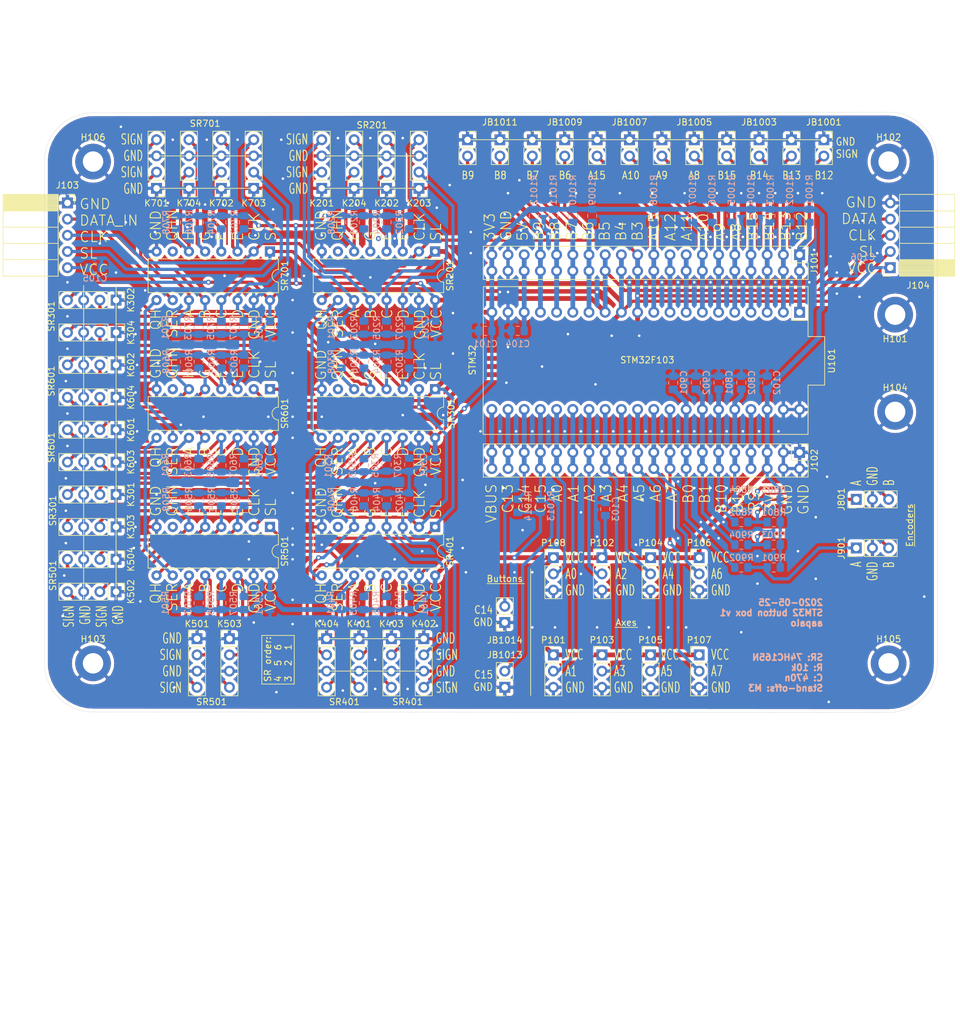
<source format=kicad_pcb>
(kicad_pcb (version 20171130) (host pcbnew "(5.1.2)-1")
  (layers (0 F.Cu signal) (31 B.Cu signal) (34 B.Paste user) (35 F.Paste user) (36 B.SilkS user) (37 F.SilkS user) (38 B.Mask user) (39 F.Mask user) (44 Edge.Cuts user))
  (net 0 "")
  (net 1 GND)
  (net 2 /SR_SER2)
  (net 3 "Net-(SR201-Pad7)")
  (net 4 "Net-(SR301-Pad7)")
  (net 5 +3V3)
  (net 6 /B12)
  (net 7 /B13)
  (net 8 /B14)
  (net 9 /B15)
  (net 10 /A8)
  (net 11 /A9)
  (net 12 /A10)
  (net 13 /A11)
  (net 14 /A12)
  (net 15 /A15)
  (net 16 /B3)
  (net 17 /B4)
  (net 18 /B5)
  (net 19 /B6)
  (net 20 /B7)
  (net 21 /B8)
  (net 22 /B9)
  (net 23 "/Shift register/A")
  (net 24 "/Shift register/B")
  (net 25 "/Shift register/E")
  (net 26 "/Shift register/F")
  (net 27 "/Shift register/D")
  (net 28 "/Shift register/C")
  (net 29 "/Shift register/H")
  (net 30 "/Shift register/G")
  (net 31 "/Shift register 2/A")
  (net 32 "/Shift register 2/B")
  (net 33 "/Shift register 2/E")
  (net 34 "/Shift register 2/F")
  (net 35 "/Shift register 2/D")
  (net 36 "/Shift register 2/C")
  (net 37 "/Shift register 2/H")
  (net 38 "/Shift register 2/G")
  (net 39 "/Shift register 3/A")
  (net 40 "/Shift register 3/B")
  (net 41 "/Shift register 3/E")
  (net 42 "/Shift register 3/F")
  (net 43 "/Shift register 3/D")
  (net 44 "/Shift register 3/C")
  (net 45 "/Shift register 3/H")
  (net 46 "/Shift register 3/G")
  (net 47 "/Shift register 4/A")
  (net 48 "/Shift register 4/B")
  (net 49 "/Shift register 4/E")
  (net 50 "/Shift register 4/F")
  (net 51 "/Shift register 4/D")
  (net 52 "/Shift register 4/C")
  (net 53 "/Shift register 4/H")
  (net 54 "/Shift register 4/G")
  (net 55 /A0)
  (net 56 /A4)
  (net 57 /A1)
  (net 58 /A5)
  (net 59 /A2)
  (net 60 /A6)
  (net 61 /A3)
  (net 62 /A7)
  (net 63 "Net-(SR401-Pad7)")
  (net 64 "Net-(SR501-Pad7)")
  (net 65 /C14)
  (net 66 /C13)
  (net 67 /RST)
  (net 68 /B10)
  (net 69 /B11)
  (net 70 /C15)
  (net 71 /VBUS)
  (net 72 /B0)
  (net 73 /B1)
  (net 74 /SR_DATA_2)
  (net 75 /SR_DATA_3)
  (net 76 /SR_DATA_4)
  (net 77 "/Shift register 5/B")
  (net 78 "/Shift register 5/A")
  (net 79 "/Shift register 5/F")
  (net 80 "/Shift register 5/E")
  (net 81 "/Shift register 5/C")
  (net 82 "/Shift register 5/D")
  (net 83 "/Shift register 5/G")
  (net 84 "/Shift register 5/H")
  (net 85 "/Shift register 6/B")
  (net 86 "/Shift register 6/A")
  (net 87 "/Shift register 6/E")
  (net 88 "/Shift register 6/F")
  (net 89 "/Shift register 6/D")
  (net 90 "/Shift register 6/C")
  (net 91 "/Shift register 6/G")
  (net 92 "/Shift register 6/H")
  (net 93 /SR_DATA_5)
  (net 94 /SR_DATA_6)
  (net 95 "Net-(SR601-Pad7)")
  (net 96 "Net-(SR701-Pad7)")
  (net 97 "Net-(J801-Pad1)")
  (net 98 "Net-(J801-Pad3)")
  (net 99 "Net-(J901-Pad1)")
  (net 100 "Net-(J901-Pad3)")
  (net 101 /5V)
  (module buttonbox:STM32 (layer F.Cu) (at 149.86 67.945 270)
    (fp_text reference U101 (at 0 -1.2192 90) (layer F.SilkS))
    (fp_text value Connector_Generic:Conn_02x20_Odd_Even)
    (fp_text user STM32 (at -0.127 55.118 90) (layer F.SilkS))
    (pad 14 thru_hole oval (at 7.62 19.05 270) (size 1.7 1.7) (drill 1) (layers *.Cu *.Mask) (net 73 /B1))
    (pad 16 thru_hole oval (at 7.62 21.59 270) (size 1.7 1.7) (drill 1) (layers *.Cu *.Mask) (net 72 /B0))
    (pad 18 thru_hole oval (at 7.62 24.13 270) (size 1.7 1.7) (drill 1) (layers *.Cu *.Mask) (net 62 /A7))
    (pad 22 thru_hole oval (at 7.62 29.21 270) (size 1.7 1.7) (drill 1) (layers *.Cu *.Mask) (net 58 /A5))
    (pad 27 thru_hole oval (at -7.62 36.83 270) (size 1.7 1.7) (drill 1) (layers *.Cu *.Mask) (net 19 /B6))
    (pad 40 thru_hole oval (at 7.62 52.07 270) (size 1.7 1.7) (drill 1) (layers *.Cu *.Mask) (net 71 /VBUS))
    (pad 32 thru_hole oval (at 7.62 41.91 270) (size 1.7 1.7) (drill 1) (layers *.Cu *.Mask) (net 55 /A0))
    (pad 3 thru_hole oval (at -7.62 6.35 270) (size 1.7 1.7) (drill 1) (layers *.Cu *.Mask) (net 7 /B13))
    (pad 34 thru_hole oval (at 7.62 44.45 270) (size 1.7 1.7) (drill 1) (layers *.Cu *.Mask) (net 70 /C15))
    (pad 35 thru_hole oval (at -7.62 46.99 270) (size 1.7 1.7) (drill 1) (layers *.Cu *.Mask) (net 101 /5V))
    (pad 37 thru_hole oval (at -7.62 49.53 270) (size 1.7 1.7) (drill 1) (layers *.Cu *.Mask) (net 1 GND))
    (pad 9 thru_hole oval (at -7.62 13.97 270) (size 1.7 1.7) (drill 1) (layers *.Cu *.Mask) (net 10 /A8))
    (pad 13 thru_hole oval (at -7.62 19.05 270) (size 1.7 1.7) (drill 1) (layers *.Cu *.Mask) (net 12 /A10))
    (pad 39 thru_hole oval (at -7.62 52.07 270) (size 1.7 1.7) (drill 1) (layers *.Cu *.Mask) (net 5 +3V3))
    (pad 10 thru_hole oval (at 7.62 13.97 270) (size 1.7 1.7) (drill 1) (layers *.Cu *.Mask) (net 69 /B11))
    (pad 5 thru_hole oval (at -7.62 8.89 270) (size 1.7 1.7) (drill 1) (layers *.Cu *.Mask) (net 8 /B14))
    (pad 12 thru_hole oval (at 7.62 16.51 270) (size 1.7 1.7) (drill 1) (layers *.Cu *.Mask) (net 68 /B10))
    (pad 23 thru_hole oval (at -7.62 31.75 270) (size 1.7 1.7) (drill 1) (layers *.Cu *.Mask) (net 17 /B4))
    (pad 26 thru_hole oval (at 7.62 34.29 270) (size 1.7 1.7) (drill 1) (layers *.Cu *.Mask) (net 61 /A3))
    (pad 6 thru_hole oval (at 7.62 8.89 270) (size 1.7 1.7) (drill 1) (layers *.Cu *.Mask) (net 5 +3V3))
    (pad 21 thru_hole oval (at -7.62 29.21 270) (size 1.7 1.7) (drill 1) (layers *.Cu *.Mask) (net 16 /B3))
    (pad 19 thru_hole oval (at -7.62 26.67 270) (size 1.7 1.7) (drill 1) (layers *.Cu *.Mask) (net 15 /A15))
    (pad 31 thru_hole oval (at -7.62 41.91 270) (size 1.7 1.7) (drill 1) (layers *.Cu *.Mask) (net 21 /B8))
    (pad 30 thru_hole oval (at 7.62 39.37 270) (size 1.7 1.7) (drill 1) (layers *.Cu *.Mask) (net 57 /A1))
    (pad 2 thru_hole oval (at 7.62 3.81 270) (size 1.7 1.7) (drill 1) (layers *.Cu *.Mask) (net 1 GND))
    (pad 8 thru_hole oval (at 7.62 11.43 270) (size 1.7 1.7) (drill 1) (layers *.Cu *.Mask) (net 67 /RST))
    (pad 17 thru_hole oval (at -7.62 24.13 270) (size 1.7 1.7) (drill 1) (layers *.Cu *.Mask) (net 14 /A12))
    (pad 29 thru_hole oval (at -7.62 39.37 270) (size 1.7 1.7) (drill 1) (layers *.Cu *.Mask) (net 20 /B7))
    (pad 15 thru_hole oval (at -7.62 21.59 270) (size 1.7 1.7) (drill 1) (layers *.Cu *.Mask) (net 13 /A11))
    (pad 20 thru_hole oval (at 7.62 26.67 270) (size 1.7 1.7) (drill 1) (layers *.Cu *.Mask) (net 60 /A6))
    (pad 28 thru_hole oval (at 7.62 36.83 270) (size 1.7 1.7) (drill 1) (layers *.Cu *.Mask) (net 59 /A2))
    (pad 38 thru_hole oval (at 7.62 49.53 270) (size 1.7 1.7) (drill 1) (layers *.Cu *.Mask) (net 66 /C13))
    (pad 24 thru_hole oval (at 7.62 31.75 270) (size 1.7 1.7) (drill 1) (layers *.Cu *.Mask) (net 56 /A4))
    (pad 25 thru_hole oval (at -7.62 34.29 270) (size 1.7 1.7) (drill 1) (layers *.Cu *.Mask) (net 18 /B5))
    (pad 4 thru_hole oval (at 7.62 6.35 270) (size 1.7 1.7) (drill 1) (layers *.Cu *.Mask) (net 1 GND))
    (pad 33 thru_hole oval (at -7.62 44.45 270) (size 1.7 1.7) (drill 1) (layers *.Cu *.Mask) (net 22 /B9))
    (pad 7 thru_hole oval (at -7.62 11.43 270) (size 1.7 1.7) (drill 1) (layers *.Cu *.Mask) (net 9 /B15))
    (pad 36 thru_hole oval (at 7.62 46.99 270) (size 1.7 1.7) (drill 1) (layers *.Cu *.Mask) (net 65 /C14))
    (pad 11 thru_hole oval (at -7.62 16.51 270) (size 1.7 1.7) (drill 1) (layers *.Cu *.Mask) (net 11 /A9))
    (pad 1 thru_hole rect (at -7.62 3.81 270) (size 1.7 1.7) (drill 1) (layers *.Cu *.Mask) (net 6 /B12))
  )
  (module Capacitor_SMD:C_0805_2012Metric_Pad1.15x1.40mm_HandSolder (layer B.Cu) (at 101.845 63.246 180)
    (fp_text reference C104 (at -0.009 -2.032 180) (layer B.SilkS) (effects (justify mirror)))
    (fp_text value 470n)
    (pad 2 smd roundrect (at 1.025 0 180) (size 1.15 1.4) (layers B.Cu B.Paste B.Mask) (roundrect_rratio 0.217391) (net 1 GND))
    (pad 1 smd roundrect (at -1.025 0 180) (size 1.15 1.4) (layers B.Cu B.Paste B.Mask) (roundrect_rratio 0.217391) (net 101 /5V))
  )
  (module MountingHole:MountingHole_3.2mm_M3_DIN965_Pad (layer F.Cu) (at 161.036 60.706 180)
    (fp_text reference H101 (at 0 -3.8) (layer F.SilkS))
    (fp_text value MountingHole_Pad)
    (pad 1 thru_hole circle (at 0 0 180) (size 5.6 5.6) (drill 3.2) (layers *.Cu *.Mask) (net 1 GND))
  )
  (module MountingHole:MountingHole_3.2mm_M3_DIN965_Pad (layer F.Cu) (at 160.0152 36.703)
    (fp_text reference H102 (at 0 -3.8) (layer F.SilkS))
    (fp_text value MountingHole_Pad)
    (pad 1 thru_hole circle (at 0 0) (size 5.6 5.6) (drill 3.2) (layers *.Cu *.Mask) (net 1 GND))
  )
  (module MountingHole:MountingHole_3.2mm_M3_DIN965_Pad (layer F.Cu) (at 35.2552 115.367)
    (fp_text reference H103 (at 0 -3.8) (layer F.SilkS))
    (fp_text value MountingHole_Pad)
    (pad 1 thru_hole circle (at 0 0) (size 5.6 5.6) (drill 3.2) (layers *.Cu *.Mask) (net 1 GND))
  )
  (module MountingHole:MountingHole_3.2mm_M3_DIN965_Pad (layer F.Cu) (at 161.036 75.946)
    (fp_text reference H104 (at 0 -3.8) (layer F.SilkS))
    (fp_text value MountingHole_Pad)
    (pad 1 thru_hole circle (at 0 0) (size 5.6 5.6) (drill 3.2) (layers *.Cu *.Mask) (net 1 GND))
  )
  (module MountingHole:MountingHole_3.2mm_M3_DIN965_Pad (layer F.Cu) (at 160.0152 115.367)
    (fp_text reference H105 (at 0 -3.8) (layer F.SilkS))
    (fp_text value MountingHole_Pad)
    (pad 1 thru_hole circle (at 0 0) (size 5.6 5.6) (drill 3.2) (layers *.Cu *.Mask) (net 1 GND))
  )
  (module MountingHole:MountingHole_3.2mm_M3_DIN965_Pad (layer F.Cu) (at 35.2552 36.703)
    (fp_text reference H106 (at 0 -3.8) (layer F.SilkS))
    (fp_text value MountingHole_Pad)
    (pad 1 thru_hole circle (at 0 0) (size 5.6 5.6) (drill 3.2) (layers *.Cu *.Mask) (net 1 GND))
  )
  (module Connector_PinHeader_2.54mm:PinHeader_2x20_P2.54mm_Vertical (layer F.Cu) (at 146.05 51.308 270)
    (fp_text reference J101 (at 1.27 -2.33 90) (layer F.SilkS))
    (fp_text value Connector_Generic:Conn_02x20_Odd_Even)
    (pad 1 thru_hole rect (at 0 0 270) (size 1.7 1.7) (drill 1) (layers *.Cu *.Mask) (net 6 /B12))
    (pad 2 thru_hole oval (at 2.54 0 270) (size 1.7 1.7) (drill 1) (layers *.Cu *.Mask) (net 6 /B12))
    (pad 3 thru_hole oval (at 0 2.54 270) (size 1.7 1.7) (drill 1) (layers *.Cu *.Mask) (net 7 /B13))
    (pad 4 thru_hole oval (at 2.54 2.54 270) (size 1.7 1.7) (drill 1) (layers *.Cu *.Mask) (net 7 /B13))
    (pad 5 thru_hole oval (at 0 5.08 270) (size 1.7 1.7) (drill 1) (layers *.Cu *.Mask) (net 8 /B14))
    (pad 6 thru_hole oval (at 2.54 5.08 270) (size 1.7 1.7) (drill 1) (layers *.Cu *.Mask) (net 8 /B14))
    (pad 7 thru_hole oval (at 0 7.62 270) (size 1.7 1.7) (drill 1) (layers *.Cu *.Mask) (net 9 /B15))
    (pad 8 thru_hole oval (at 2.54 7.62 270) (size 1.7 1.7) (drill 1) (layers *.Cu *.Mask) (net 9 /B15))
    (pad 9 thru_hole oval (at 0 10.16 270) (size 1.7 1.7) (drill 1) (layers *.Cu *.Mask) (net 10 /A8))
    (pad 10 thru_hole oval (at 2.54 10.16 270) (size 1.7 1.7) (drill 1) (layers *.Cu *.Mask) (net 10 /A8))
    (pad 11 thru_hole oval (at 0 12.7 270) (size 1.7 1.7) (drill 1) (layers *.Cu *.Mask) (net 11 /A9))
    (pad 12 thru_hole oval (at 2.54 12.7 270) (size 1.7 1.7) (drill 1) (layers *.Cu *.Mask) (net 11 /A9))
    (pad 13 thru_hole oval (at 0 15.24 270) (size 1.7 1.7) (drill 1) (layers *.Cu *.Mask) (net 12 /A10))
    (pad 14 thru_hole oval (at 2.54 15.24 270) (size 1.7 1.7) (drill 1) (layers *.Cu *.Mask) (net 12 /A10))
    (pad 15 thru_hole oval (at 0 17.78 270) (size 1.7 1.7) (drill 1) (layers *.Cu *.Mask) (net 13 /A11))
    (pad 16 thru_hole oval (at 2.54 17.78 270) (size 1.7 1.7) (drill 1) (layers *.Cu *.Mask) (net 13 /A11))
    (pad 17 thru_hole oval (at 0 20.32 270) (size 1.7 1.7) (drill 1) (layers *.Cu *.Mask) (net 14 /A12))
    (pad 18 thru_hole oval (at 2.54 20.32 270) (size 1.7 1.7) (drill 1) (layers *.Cu *.Mask) (net 14 /A12))
    (pad 19 thru_hole oval (at 0 22.86 270) (size 1.7 1.7) (drill 1) (layers *.Cu *.Mask) (net 15 /A15))
    (pad 20 thru_hole oval (at 2.54 22.86 270) (size 1.7 1.7) (drill 1) (layers *.Cu *.Mask) (net 15 /A15))
    (pad 21 thru_hole oval (at 0 25.4 270) (size 1.7 1.7) (drill 1) (layers *.Cu *.Mask) (net 16 /B3))
    (pad 22 thru_hole oval (at 2.54 25.4 270) (size 1.7 1.7) (drill 1) (layers *.Cu *.Mask) (net 16 /B3))
    (pad 23 thru_hole oval (at 0 27.94 270) (size 1.7 1.7) (drill 1) (layers *.Cu *.Mask) (net 17 /B4))
    (pad 24 thru_hole oval (at 2.54 27.94 270) (size 1.7 1.7) (drill 1) (layers *.Cu *.Mask) (net 17 /B4))
    (pad 25 thru_hole oval (at 0 30.48 270) (size 1.7 1.7) (drill 1) (layers *.Cu *.Mask) (net 18 /B5))
    (pad 26 thru_hole oval (at 2.54 30.48 270) (size 1.7 1.7) (drill 1) (layers *.Cu *.Mask) (net 18 /B5))
    (pad 27 thru_hole oval (at 0 33.02 270) (size 1.7 1.7) (drill 1) (layers *.Cu *.Mask) (net 19 /B6))
    (pad 28 thru_hole oval (at 2.54 33.02 270) (size 1.7 1.7) (drill 1) (layers *.Cu *.Mask) (net 19 /B6))
    (pad 29 thru_hole oval (at 0 35.56 270) (size 1.7 1.7) (drill 1) (layers *.Cu *.Mask) (net 20 /B7))
    (pad 30 thru_hole oval (at 2.54 35.56 270) (size 1.7 1.7) (drill 1) (layers *.Cu *.Mask) (net 20 /B7))
    (pad 31 thru_hole oval (at 0 38.1 270) (size 1.7 1.7) (drill 1) (layers *.Cu *.Mask) (net 21 /B8))
    (pad 32 thru_hole oval (at 2.54 38.1 270) (size 1.7 1.7) (drill 1) (layers *.Cu *.Mask) (net 21 /B8))
    (pad 33 thru_hole oval (at 0 40.64 270) (size 1.7 1.7) (drill 1) (layers *.Cu *.Mask) (net 22 /B9))
    (pad 34 thru_hole oval (at 2.54 40.64 270) (size 1.7 1.7) (drill 1) (layers *.Cu *.Mask) (net 22 /B9))
    (pad 35 thru_hole oval (at 0 43.18 270) (size 1.7 1.7) (drill 1) (layers *.Cu *.Mask) (net 101 /5V))
    (pad 36 thru_hole oval (at 2.54 43.18 270) (size 1.7 1.7) (drill 1) (layers *.Cu *.Mask) (net 101 /5V))
    (pad 37 thru_hole oval (at 0 45.72 270) (size 1.7 1.7) (drill 1) (layers *.Cu *.Mask) (net 1 GND))
    (pad 38 thru_hole oval (at 2.54 45.72 270) (size 1.7 1.7) (drill 1) (layers *.Cu *.Mask) (net 1 GND))
    (pad 39 thru_hole oval (at 0 48.26 270) (size 1.7 1.7) (drill 1) (layers *.Cu *.Mask) (net 5 +3V3))
    (pad 40 thru_hole oval (at 2.54 48.26 270) (size 1.7 1.7) (drill 1) (layers *.Cu *.Mask) (net 5 +3V3))
  )
  (module Connector_PinSocket_2.54mm:PinSocket_1x05_P2.54mm_Horizontal (layer F.Cu) (at 31.242 43.18)
    (fp_text reference J103 (at 0 -2.77) (layer F.SilkS))
    (fp_text value Conn_01x05)
    (pad 5 thru_hole oval (at 0 10.16) (size 1.7 1.7) (drill 1) (layers *.Cu *.Mask) (net 5 +3V3))
    (pad 4 thru_hole oval (at 0 7.62) (size 1.7 1.7) (drill 1) (layers *.Cu *.Mask) (net 17 /B4))
    (pad 3 thru_hole oval (at 0 5.08) (size 1.7 1.7) (drill 1) (layers *.Cu *.Mask) (net 16 /B3))
    (pad 2 thru_hole oval (at 0 2.54) (size 1.7 1.7) (drill 1) (layers *.Cu *.Mask) (net 2 /SR_SER2))
    (pad 1 thru_hole rect (at 0 0) (size 1.7 1.7) (drill 1) (layers *.Cu *.Mask) (net 1 GND))
  )
  (module Connector_PinSocket_2.54mm:PinSocket_1x05_P2.54mm_Horizontal (layer F.Cu) (at 160.274 53.34 180)
    (fp_text reference J104 (at -4.38 -2.77) (layer F.SilkS))
    (fp_text value Conn_01x05)
    (pad 1 thru_hole rect (at 0 0 180) (size 1.7 1.7) (drill 1) (layers *.Cu *.Mask) (net 5 +3V3))
    (pad 2 thru_hole oval (at 0 2.54 180) (size 1.7 1.7) (drill 1) (layers *.Cu *.Mask) (net 17 /B4))
    (pad 3 thru_hole oval (at 0 5.08 180) (size 1.7 1.7) (drill 1) (layers *.Cu *.Mask) (net 16 /B3))
    (pad 4 thru_hole oval (at 0 7.62 180) (size 1.7 1.7) (drill 1) (layers *.Cu *.Mask) (net 18 /B5))
    (pad 5 thru_hole oval (at 0 10.16 180) (size 1.7 1.7) (drill 1) (layers *.Cu *.Mask) (net 1 GND))
  )
  (module Connector_PinHeader_2.54mm:PinHeader_1x03_P2.54mm_Vertical (layer F.Cu) (at 107.442 114.046)
    (fp_text reference P101 (at 0 -2.33) (layer F.SilkS))
    (fp_text value Conn_01x03_Male)
    (pad 1 thru_hole rect (at 0 0) (size 1.7 1.7) (drill 1) (layers *.Cu *.Mask) (net 5 +3V3))
    (pad 2 thru_hole oval (at 0 2.54) (size 1.7 1.7) (drill 1) (layers *.Cu *.Mask) (net 57 /A1))
    (pad 3 thru_hole oval (at 0 5.08) (size 1.7 1.7) (drill 1) (layers *.Cu *.Mask) (net 1 GND))
  )
  (module Connector_PinHeader_2.54mm:PinHeader_1x03_P2.54mm_Vertical (layer F.Cu) (at 115.062 98.806)
    (fp_text reference P102 (at 0 -2.33) (layer F.SilkS))
    (fp_text value Conn_01x03_Male)
    (pad 1 thru_hole rect (at 0 0) (size 1.7 1.7) (drill 1) (layers *.Cu *.Mask) (net 5 +3V3))
    (pad 2 thru_hole oval (at 0 2.54) (size 1.7 1.7) (drill 1) (layers *.Cu *.Mask) (net 59 /A2))
    (pad 3 thru_hole oval (at 0 5.08) (size 1.7 1.7) (drill 1) (layers *.Cu *.Mask) (net 1 GND))
  )
  (module Connector_PinHeader_2.54mm:PinHeader_1x03_P2.54mm_Vertical (layer F.Cu) (at 115.062 114.046)
    (fp_text reference P103 (at 0 -2.33) (layer F.SilkS))
    (fp_text value Conn_01x03_Male)
    (pad 3 thru_hole oval (at 0 5.08) (size 1.7 1.7) (drill 1) (layers *.Cu *.Mask) (net 1 GND))
    (pad 2 thru_hole oval (at 0 2.54) (size 1.7 1.7) (drill 1) (layers *.Cu *.Mask) (net 61 /A3))
    (pad 1 thru_hole rect (at 0 0) (size 1.7 1.7) (drill 1) (layers *.Cu *.Mask) (net 5 +3V3))
  )
  (module Connector_PinHeader_2.54mm:PinHeader_1x03_P2.54mm_Vertical (layer F.Cu) (at 122.682 98.806)
    (fp_text reference P104 (at 0 -2.33) (layer F.SilkS))
    (fp_text value Conn_01x03_Male)
    (pad 3 thru_hole oval (at 0 5.08) (size 1.7 1.7) (drill 1) (layers *.Cu *.Mask) (net 1 GND))
    (pad 2 thru_hole oval (at 0 2.54) (size 1.7 1.7) (drill 1) (layers *.Cu *.Mask) (net 56 /A4))
    (pad 1 thru_hole rect (at 0 0) (size 1.7 1.7) (drill 1) (layers *.Cu *.Mask) (net 5 +3V3))
  )
  (module Connector_PinHeader_2.54mm:PinHeader_1x03_P2.54mm_Vertical (layer F.Cu) (at 122.682 114.046)
    (fp_text reference P105 (at 0 -2.33) (layer F.SilkS))
    (fp_text value Conn_01x03_Male)
    (pad 3 thru_hole oval (at 0 5.08) (size 1.7 1.7) (drill 1) (layers *.Cu *.Mask) (net 1 GND))
    (pad 2 thru_hole oval (at 0 2.54) (size 1.7 1.7) (drill 1) (layers *.Cu *.Mask) (net 58 /A5))
    (pad 1 thru_hole rect (at 0 0) (size 1.7 1.7) (drill 1) (layers *.Cu *.Mask) (net 5 +3V3))
  )
  (module Connector_PinHeader_2.54mm:PinHeader_1x03_P2.54mm_Vertical (layer F.Cu) (at 130.302 98.806)
    (fp_text reference P106 (at 0 -2.33) (layer F.SilkS))
    (fp_text value Conn_01x03_Male)
    (pad 3 thru_hole oval (at 0 5.08) (size 1.7 1.7) (drill 1) (layers *.Cu *.Mask) (net 1 GND))
    (pad 2 thru_hole oval (at 0 2.54) (size 1.7 1.7) (drill 1) (layers *.Cu *.Mask) (net 60 /A6))
    (pad 1 thru_hole rect (at 0 0) (size 1.7 1.7) (drill 1) (layers *.Cu *.Mask) (net 5 +3V3))
  )
  (module Connector_PinHeader_2.54mm:PinHeader_1x03_P2.54mm_Vertical (layer F.Cu) (at 130.302 114.046)
    (fp_text reference P107 (at 0 -2.33) (layer F.SilkS))
    (fp_text value Conn_01x03_Male)
    (pad 1 thru_hole rect (at 0 0) (size 1.7 1.7) (drill 1) (layers *.Cu *.Mask) (net 5 +3V3))
    (pad 2 thru_hole oval (at 0 2.54) (size 1.7 1.7) (drill 1) (layers *.Cu *.Mask) (net 62 /A7))
    (pad 3 thru_hole oval (at 0 5.08) (size 1.7 1.7) (drill 1) (layers *.Cu *.Mask) (net 1 GND))
  )
  (module Connector_PinHeader_2.54mm:PinHeader_1x03_P2.54mm_Vertical (layer F.Cu) (at 107.442 98.806)
    (fp_text reference P108 (at 0 -2.33) (layer F.SilkS))
    (fp_text value Conn_01x03_Male)
    (pad 1 thru_hole rect (at 0 0) (size 1.7 1.7) (drill 1) (layers *.Cu *.Mask) (net 5 +3V3))
    (pad 2 thru_hole oval (at 0 2.54) (size 1.7 1.7) (drill 1) (layers *.Cu *.Mask) (net 55 /A0))
    (pad 3 thru_hole oval (at 0 5.08) (size 1.7 1.7) (drill 1) (layers *.Cu *.Mask) (net 1 GND))
  )
  (module Capacitor_SMD:C_0805_2012Metric_Pad1.15x1.40mm_HandSolder (layer B.Cu) (at 96.765 63.246 180)
    (fp_text reference C101 (at -0.009 -2.032 180) (layer B.SilkS) (effects (justify mirror)))
    (fp_text value 470n)
    (pad 2 smd roundrect (at 1.025 0 180) (size 1.15 1.4) (layers B.Cu B.Paste B.Mask) (roundrect_rratio 0.217391) (net 1 GND))
    (pad 1 smd roundrect (at -1.025 0 180) (size 1.15 1.4) (layers B.Cu B.Paste B.Mask) (roundrect_rratio 0.217391) (net 5 +3V3))
  )
  (module Capacitor_SMD:C_0805_2012Metric_Pad1.15x1.40mm_HandSolder (layer B.Cu) (at 140.961 71.365 90)
    (fp_text reference C102 (at -0.009 1.533 270) (layer B.SilkS) (effects (justify mirror)))
    (fp_text value 470n)
    (pad 1 smd roundrect (at -1.025 0 90) (size 1.15 1.4) (layers B.Cu B.Paste B.Mask) (roundrect_rratio 0.217391) (net 5 +3V3))
    (pad 2 smd roundrect (at 1.025 0 90) (size 1.15 1.4) (layers B.Cu B.Paste B.Mask) (roundrect_rratio 0.217391) (net 1 GND))
  )
  (module Capacitor_SMD:C_0805_2012Metric_Pad1.15x1.40mm_HandSolder (layer B.Cu) (at 88.9 105.909 270)
    (fp_text reference C401 (at 0 1.65 90) (layer B.SilkS) (effects (justify mirror)))
    (fp_text value 470n)
    (pad 1 smd roundrect (at -1.025 0 270) (size 1.15 1.4) (layers B.Cu B.Paste B.Mask) (roundrect_rratio 0.217391) (net 5 +3V3))
    (pad 2 smd roundrect (at 1.025 0 270) (size 1.15 1.4) (layers B.Cu B.Paste B.Mask) (roundrect_rratio 0.217391) (net 1 GND))
  )
  (module Connector_PinHeader_2.54mm:PinHeader_1x04_P2.54mm_Vertical (layer F.Cu) (at 71.12 40.894 180)
    (fp_text reference K201 (at 0 -2.33) (layer F.SilkS))
    (fp_text value Conn_01x04)
    (pad 4 thru_hole oval (at 0 7.62 180) (size 1.7 1.7) (drill 1) (layers *.Cu *.Mask) (net 23 "/Shift register/A"))
    (pad 3 thru_hole oval (at 0 5.08 180) (size 1.7 1.7) (drill 1) (layers *.Cu *.Mask) (net 1 GND))
    (pad 2 thru_hole oval (at 0 2.54 180) (size 1.7 1.7) (drill 1) (layers *.Cu *.Mask) (net 24 "/Shift register/B"))
    (pad 1 thru_hole rect (at 0 0 180) (size 1.7 1.7) (drill 1) (layers *.Cu *.Mask) (net 1 GND))
  )
  (module Connector_PinHeader_2.54mm:PinHeader_1x04_P2.54mm_Vertical (layer F.Cu) (at 81.28 40.894 180)
    (fp_text reference K202 (at 0 -2.33) (layer F.SilkS))
    (fp_text value Conn_01x04)
    (pad 4 thru_hole oval (at 0 7.62 180) (size 1.7 1.7) (drill 1) (layers *.Cu *.Mask) (net 25 "/Shift register/E"))
    (pad 3 thru_hole oval (at 0 5.08 180) (size 1.7 1.7) (drill 1) (layers *.Cu *.Mask) (net 1 GND))
    (pad 2 thru_hole oval (at 0 2.54 180) (size 1.7 1.7) (drill 1) (layers *.Cu *.Mask) (net 26 "/Shift register/F"))
    (pad 1 thru_hole rect (at 0 0 180) (size 1.7 1.7) (drill 1) (layers *.Cu *.Mask) (net 1 GND))
  )
  (module Connector_PinHeader_2.54mm:PinHeader_1x04_P2.54mm_Vertical (layer F.Cu) (at 86.36 40.894 180)
    (fp_text reference K203 (at 0 -2.33) (layer F.SilkS))
    (fp_text value Conn_01x04)
    (pad 4 thru_hole oval (at 0 7.62 180) (size 1.7 1.7) (drill 1) (layers *.Cu *.Mask) (net 28 "/Shift register/C"))
    (pad 3 thru_hole oval (at 0 5.08 180) (size 1.7 1.7) (drill 1) (layers *.Cu *.Mask) (net 1 GND))
    (pad 2 thru_hole oval (at 0 2.54 180) (size 1.7 1.7) (drill 1) (layers *.Cu *.Mask) (net 27 "/Shift register/D"))
    (pad 1 thru_hole rect (at 0 0 180) (size 1.7 1.7) (drill 1) (layers *.Cu *.Mask) (net 1 GND))
  )
  (module Connector_PinHeader_2.54mm:PinHeader_1x04_P2.54mm_Vertical (layer F.Cu) (at 76.2 40.894 180)
    (fp_text reference K204 (at 0 -2.33) (layer F.SilkS))
    (fp_text value Conn_01x04)
    (pad 1 thru_hole rect (at 0 0 180) (size 1.7 1.7) (drill 1) (layers *.Cu *.Mask) (net 1 GND))
    (pad 2 thru_hole oval (at 0 2.54 180) (size 1.7 1.7) (drill 1) (layers *.Cu *.Mask) (net 29 "/Shift register/H"))
    (pad 3 thru_hole oval (at 0 5.08 180) (size 1.7 1.7) (drill 1) (layers *.Cu *.Mask) (net 1 GND))
    (pad 4 thru_hole oval (at 0 7.62 180) (size 1.7 1.7) (drill 1) (layers *.Cu *.Mask) (net 30 "/Shift register/G"))
  )
  (module Connector_PinHeader_2.54mm:PinHeader_1x04_P2.54mm_Vertical (layer F.Cu) (at 38.862 88.9 270)
    (fp_text reference K301 (at 0 -2.33 90) (layer F.SilkS))
    (fp_text value Conn_01x04)
    (pad 1 thru_hole rect (at 0 0 270) (size 1.7 1.7) (drill 1) (layers *.Cu *.Mask) (net 1 GND))
    (pad 2 thru_hole oval (at 0 2.54 270) (size 1.7 1.7) (drill 1) (layers *.Cu *.Mask) (net 32 "/Shift register 2/B"))
    (pad 3 thru_hole oval (at 0 5.08 270) (size 1.7 1.7) (drill 1) (layers *.Cu *.Mask) (net 1 GND))
    (pad 4 thru_hole oval (at 0 7.62 270) (size 1.7 1.7) (drill 1) (layers *.Cu *.Mask) (net 31 "/Shift register 2/A"))
  )
  (module Connector_PinHeader_2.54mm:PinHeader_1x04_P2.54mm_Vertical (layer F.Cu) (at 38.862 58.42 270)
    (fp_text reference K302 (at 0 -2.33 90) (layer F.SilkS))
    (fp_text value Conn_01x04)
    (pad 4 thru_hole oval (at 0 7.62 270) (size 1.7 1.7) (drill 1) (layers *.Cu *.Mask) (net 33 "/Shift register 2/E"))
    (pad 3 thru_hole oval (at 0 5.08 270) (size 1.7 1.7) (drill 1) (layers *.Cu *.Mask) (net 1 GND))
    (pad 2 thru_hole oval (at 0 2.54 270) (size 1.7 1.7) (drill 1) (layers *.Cu *.Mask) (net 34 "/Shift register 2/F"))
    (pad 1 thru_hole rect (at 0 0 270) (size 1.7 1.7) (drill 1) (layers *.Cu *.Mask) (net 1 GND))
  )
  (module Connector_PinHeader_2.54mm:PinHeader_1x04_P2.54mm_Vertical (layer F.Cu) (at 38.862 93.98 270)
    (fp_text reference K303 (at 0 -2.33 90) (layer F.SilkS))
    (fp_text value Conn_01x04)
    (pad 1 thru_hole rect (at 0 0 270) (size 1.7 1.7) (drill 1) (layers *.Cu *.Mask) (net 1 GND))
    (pad 2 thru_hole oval (at 0 2.54 270) (size 1.7 1.7) (drill 1) (layers *.Cu *.Mask) (net 35 "/Shift register 2/D"))
    (pad 3 thru_hole oval (at 0 5.08 270) (size 1.7 1.7) (drill 1) (layers *.Cu *.Mask) (net 1 GND))
    (pad 4 thru_hole oval (at 0 7.62 270) (size 1.7 1.7) (drill 1) (layers *.Cu *.Mask) (net 36 "/Shift register 2/C"))
  )
  (module Connector_PinHeader_2.54mm:PinHeader_1x04_P2.54mm_Vertical (layer F.Cu) (at 38.862 63.5 270)
    (fp_text reference K304 (at 0 -2.33 90) (layer F.SilkS))
    (fp_text value Conn_01x04)
    (pad 4 thru_hole oval (at 0 7.62 270) (size 1.7 1.7) (drill 1) (layers *.Cu *.Mask) (net 38 "/Shift register 2/G"))
    (pad 3 thru_hole oval (at 0 5.08 270) (size 1.7 1.7) (drill 1) (layers *.Cu *.Mask) (net 1 GND))
    (pad 2 thru_hole oval (at 0 2.54 270) (size 1.7 1.7) (drill 1) (layers *.Cu *.Mask) (net 37 "/Shift register 2/H"))
    (pad 1 thru_hole rect (at 0 0 270) (size 1.7 1.7) (drill 1) (layers *.Cu *.Mask) (net 1 GND))
  )
  (module Connector_PinHeader_2.54mm:PinHeader_1x04_P2.54mm_Vertical (layer F.Cu) (at 76.962 111.506)
    (fp_text reference K401 (at 0 -2.33) (layer F.SilkS))
    (fp_text value Conn_01x04)
    (pad 1 thru_hole rect (at 0 0) (size 1.7 1.7) (drill 1) (layers *.Cu *.Mask) (net 1 GND))
    (pad 2 thru_hole oval (at 0 2.54) (size 1.7 1.7) (drill 1) (layers *.Cu *.Mask) (net 40 "/Shift register 3/B"))
    (pad 3 thru_hole oval (at 0 5.08) (size 1.7 1.7) (drill 1) (layers *.Cu *.Mask) (net 1 GND))
    (pad 4 thru_hole oval (at 0 7.62) (size 1.7 1.7) (drill 1) (layers *.Cu *.Mask) (net 39 "/Shift register 3/A"))
  )
  (module Connector_PinHeader_2.54mm:PinHeader_1x04_P2.54mm_Vertical (layer F.Cu) (at 87.122 111.506)
    (fp_text reference K402 (at 0 -2.33) (layer F.SilkS))
    (fp_text value Conn_01x04)
    (pad 4 thru_hole oval (at 0 7.62) (size 1.7 1.7) (drill 1) (layers *.Cu *.Mask) (net 41 "/Shift register 3/E"))
    (pad 3 thru_hole oval (at 0 5.08) (size 1.7 1.7) (drill 1) (layers *.Cu *.Mask) (net 1 GND))
    (pad 2 thru_hole oval (at 0 2.54) (size 1.7 1.7) (drill 1) (layers *.Cu *.Mask) (net 42 "/Shift register 3/F"))
    (pad 1 thru_hole rect (at 0 0) (size 1.7 1.7) (drill 1) (layers *.Cu *.Mask) (net 1 GND))
  )
  (module Connector_PinHeader_2.54mm:PinHeader_1x04_P2.54mm_Vertical (layer F.Cu) (at 82.042 111.506)
    (fp_text reference K403 (at 0 -2.33) (layer F.SilkS))
    (fp_text value Conn_01x04)
    (pad 1 thru_hole rect (at 0 0) (size 1.7 1.7) (drill 1) (layers *.Cu *.Mask) (net 1 GND))
    (pad 2 thru_hole oval (at 0 2.54) (size 1.7 1.7) (drill 1) (layers *.Cu *.Mask) (net 43 "/Shift register 3/D"))
    (pad 3 thru_hole oval (at 0 5.08) (size 1.7 1.7) (drill 1) (layers *.Cu *.Mask) (net 1 GND))
    (pad 4 thru_hole oval (at 0 7.62) (size 1.7 1.7) (drill 1) (layers *.Cu *.Mask) (net 44 "/Shift register 3/C"))
  )
  (module Connector_PinHeader_2.54mm:PinHeader_1x04_P2.54mm_Vertical (layer F.Cu) (at 71.882 111.506)
    (fp_text reference K404 (at 0 -2.33) (layer F.SilkS))
    (fp_text value Conn_01x04)
    (pad 1 thru_hole rect (at 0 0) (size 1.7 1.7) (drill 1) (layers *.Cu *.Mask) (net 1 GND))
    (pad 2 thru_hole oval (at 0 2.54) (size 1.7 1.7) (drill 1) (layers *.Cu *.Mask) (net 45 "/Shift register 3/H"))
    (pad 3 thru_hole oval (at 0 5.08) (size 1.7 1.7) (drill 1) (layers *.Cu *.Mask) (net 1 GND))
    (pad 4 thru_hole oval (at 0 7.62) (size 1.7 1.7) (drill 1) (layers *.Cu *.Mask) (net 46 "/Shift register 3/G"))
  )
  (module Connector_PinHeader_2.54mm:PinHeader_1x04_P2.54mm_Vertical (layer F.Cu) (at 51.562 111.506)
    (fp_text reference K501 (at 0 -2.33) (layer F.SilkS))
    (fp_text value Conn_01x04)
    (pad 4 thru_hole oval (at 0 7.62) (size 1.7 1.7) (drill 1) (layers *.Cu *.Mask) (net 47 "/Shift register 4/A"))
    (pad 3 thru_hole oval (at 0 5.08) (size 1.7 1.7) (drill 1) (layers *.Cu *.Mask) (net 1 GND))
    (pad 2 thru_hole oval (at 0 2.54) (size 1.7 1.7) (drill 1) (layers *.Cu *.Mask) (net 48 "/Shift register 4/B"))
    (pad 1 thru_hole rect (at 0 0) (size 1.7 1.7) (drill 1) (layers *.Cu *.Mask) (net 1 GND))
  )
  (module Connector_PinHeader_2.54mm:PinHeader_1x04_P2.54mm_Vertical (layer F.Cu) (at 38.862 104.14 270)
    (fp_text reference K502 (at 0 -2.33 90) (layer F.SilkS))
    (fp_text value Conn_01x04)
    (pad 4 thru_hole oval (at 0 7.62 270) (size 1.7 1.7) (drill 1) (layers *.Cu *.Mask) (net 49 "/Shift register 4/E"))
    (pad 3 thru_hole oval (at 0 5.08 270) (size 1.7 1.7) (drill 1) (layers *.Cu *.Mask) (net 1 GND))
    (pad 2 thru_hole oval (at 0 2.54 270) (size 1.7 1.7) (drill 1) (layers *.Cu *.Mask) (net 50 "/Shift register 4/F"))
    (pad 1 thru_hole rect (at 0 0 270) (size 1.7 1.7) (drill 1) (layers *.Cu *.Mask) (net 1 GND))
  )
  (module Connector_PinHeader_2.54mm:PinHeader_1x04_P2.54mm_Vertical (layer F.Cu) (at 56.642 111.506)
    (fp_text reference K503 (at 0 -2.33) (layer F.SilkS))
    (fp_text value Conn_01x04)
    (pad 1 thru_hole rect (at 0 0) (size 1.7 1.7) (drill 1) (layers *.Cu *.Mask) (net 1 GND))
    (pad 2 thru_hole oval (at 0 2.54) (size 1.7 1.7) (drill 1) (layers *.Cu *.Mask) (net 51 "/Shift register 4/D"))
    (pad 3 thru_hole oval (at 0 5.08) (size 1.7 1.7) (drill 1) (layers *.Cu *.Mask) (net 1 GND))
    (pad 4 thru_hole oval (at 0 7.62) (size 1.7 1.7) (drill 1) (layers *.Cu *.Mask) (net 52 "/Shift register 4/C"))
  )
  (module Connector_PinHeader_2.54mm:PinHeader_1x04_P2.54mm_Vertical (layer F.Cu) (at 38.862 99.06 270)
    (fp_text reference K504 (at 0 -2.33 90) (layer F.SilkS))
    (fp_text value Conn_01x04)
    (pad 1 thru_hole rect (at 0 0 270) (size 1.7 1.7) (drill 1) (layers *.Cu *.Mask) (net 1 GND))
    (pad 2 thru_hole oval (at 0 2.54 270) (size 1.7 1.7) (drill 1) (layers *.Cu *.Mask) (net 53 "/Shift register 4/H"))
    (pad 3 thru_hole oval (at 0 5.08 270) (size 1.7 1.7) (drill 1) (layers *.Cu *.Mask) (net 1 GND))
    (pad 4 thru_hole oval (at 0 7.62 270) (size 1.7 1.7) (drill 1) (layers *.Cu *.Mask) (net 54 "/Shift register 4/G"))
  )
  (module Package_DIP:DIP-16_W7.62mm (layer F.Cu) (at 88.9 50.8 270)
    (fp_text reference SR201 (at 3.81 -2.33 90) (layer F.SilkS))
    (fp_text value Conn_02x08_Counter_Clockwise)
    (pad 1 thru_hole rect (at 0 0 270) (size 1.6 1.6) (drill 0.8) (layers *.Cu *.Mask) (net 17 /B4))
    (pad 9 thru_hole oval (at 7.62 17.78 270) (size 1.6 1.6) (drill 0.8) (layers *.Cu *.Mask) (net 18 /B5))
    (pad 2 thru_hole oval (at 0 2.54 270) (size 1.6 1.6) (drill 0.8) (layers *.Cu *.Mask) (net 16 /B3))
    (pad 10 thru_hole oval (at 7.62 15.24 270) (size 1.6 1.6) (drill 0.8) (layers *.Cu *.Mask) (net 74 /SR_DATA_2))
    (pad 3 thru_hole oval (at 0 5.08 270) (size 1.6 1.6) (drill 0.8) (layers *.Cu *.Mask) (net 25 "/Shift register/E"))
    (pad 11 thru_hole oval (at 7.62 12.7 270) (size 1.6 1.6) (drill 0.8) (layers *.Cu *.Mask) (net 23 "/Shift register/A"))
    (pad 4 thru_hole oval (at 0 7.62 270) (size 1.6 1.6) (drill 0.8) (layers *.Cu *.Mask) (net 26 "/Shift register/F"))
    (pad 12 thru_hole oval (at 7.62 10.16 270) (size 1.6 1.6) (drill 0.8) (layers *.Cu *.Mask) (net 24 "/Shift register/B"))
    (pad 5 thru_hole oval (at 0 10.16 270) (size 1.6 1.6) (drill 0.8) (layers *.Cu *.Mask) (net 30 "/Shift register/G"))
    (pad 13 thru_hole oval (at 7.62 7.62 270) (size 1.6 1.6) (drill 0.8) (layers *.Cu *.Mask) (net 28 "/Shift register/C"))
    (pad 6 thru_hole oval (at 0 12.7 270) (size 1.6 1.6) (drill 0.8) (layers *.Cu *.Mask) (net 29 "/Shift register/H"))
    (pad 14 thru_hole oval (at 7.62 5.08 270) (size 1.6 1.6) (drill 0.8) (layers *.Cu *.Mask) (net 27 "/Shift register/D"))
    (pad 7 thru_hole oval (at 0 15.24 270) (size 1.6 1.6) (drill 0.8) (layers *.Cu *.Mask) (net 3 "Net-(SR201-Pad7)"))
    (pad 15 thru_hole oval (at 7.62 2.54 270) (size 1.6 1.6) (drill 0.8) (layers *.Cu *.Mask) (net 1 GND))
    (pad 8 thru_hole oval (at 0 17.78 270) (size 1.6 1.6) (drill 0.8) (layers *.Cu *.Mask) (net 1 GND))
    (pad 16 thru_hole oval (at 7.62 0 270) (size 1.6 1.6) (drill 0.8) (layers *.Cu *.Mask) (net 5 +3V3))
  )
  (module Package_DIP:DIP-16_W7.62mm (layer F.Cu) (at 88.9 72.39 270)
    (fp_text reference SR301 (at 3.81 -2.525001 270) (layer F.SilkS))
    (fp_text value Conn_02x08_Counter_Clockwise)
    (pad 1 thru_hole rect (at 0 0 270) (size 1.6 1.6) (drill 0.8) (layers *.Cu *.Mask) (net 17 /B4))
    (pad 9 thru_hole oval (at 7.62 17.78 270) (size 1.6 1.6) (drill 0.8) (layers *.Cu *.Mask) (net 74 /SR_DATA_2))
    (pad 2 thru_hole oval (at 0 2.54 270) (size 1.6 1.6) (drill 0.8) (layers *.Cu *.Mask) (net 16 /B3))
    (pad 10 thru_hole oval (at 7.62 15.24 270) (size 1.6 1.6) (drill 0.8) (layers *.Cu *.Mask) (net 75 /SR_DATA_3))
    (pad 3 thru_hole oval (at 0 5.08 270) (size 1.6 1.6) (drill 0.8) (layers *.Cu *.Mask) (net 33 "/Shift register 2/E"))
    (pad 11 thru_hole oval (at 7.62 12.7 270) (size 1.6 1.6) (drill 0.8) (layers *.Cu *.Mask) (net 31 "/Shift register 2/A"))
    (pad 4 thru_hole oval (at 0 7.62 270) (size 1.6 1.6) (drill 0.8) (layers *.Cu *.Mask) (net 34 "/Shift register 2/F"))
    (pad 12 thru_hole oval (at 7.62 10.16 270) (size 1.6 1.6) (drill 0.8) (layers *.Cu *.Mask) (net 32 "/Shift register 2/B"))
    (pad 5 thru_hole oval (at 0 10.16 270) (size 1.6 1.6) (drill 0.8) (layers *.Cu *.Mask) (net 38 "/Shift register 2/G"))
    (pad 13 thru_hole oval (at 7.62 7.62 270) (size 1.6 1.6) (drill 0.8) (layers *.Cu *.Mask) (net 36 "/Shift register 2/C"))
    (pad 6 thru_hole oval (at 0 12.7 270) (size 1.6 1.6) (drill 0.8) (layers *.Cu *.Mask) (net 37 "/Shift register 2/H"))
    (pad 14 thru_hole oval (at 7.62 5.08 270) (size 1.6 1.6) (drill 0.8) (layers *.Cu *.Mask) (net 35 "/Shift register 2/D"))
    (pad 7 thru_hole oval (at 0 15.24 270) (size 1.6 1.6) (drill 0.8) (layers *.Cu *.Mask) (net 4 "Net-(SR301-Pad7)"))
    (pad 15 thru_hole oval (at 7.62 2.54 270) (size 1.6 1.6) (drill 0.8) (layers *.Cu *.Mask) (net 1 GND))
    (pad 8 thru_hole oval (at 0 17.78 270) (size 1.6 1.6) (drill 0.8) (layers *.Cu *.Mask) (net 1 GND))
    (pad 16 thru_hole oval (at 7.62 0 270) (size 1.6 1.6) (drill 0.8) (layers *.Cu *.Mask) (net 5 +3V3))
  )
  (module Package_DIP:DIP-16_W7.62mm (layer F.Cu) (at 88.9 93.98 270)
    (fp_text reference SR401 (at 3.81 -2.33 90) (layer F.SilkS))
    (fp_text value Conn_02x08_Counter_Clockwise)
    (pad 16 thru_hole oval (at 7.62 0 270) (size 1.6 1.6) (drill 0.8) (layers *.Cu *.Mask) (net 5 +3V3))
    (pad 8 thru_hole oval (at 0 17.78 270) (size 1.6 1.6) (drill 0.8) (layers *.Cu *.Mask) (net 1 GND))
    (pad 15 thru_hole oval (at 7.62 2.54 270) (size 1.6 1.6) (drill 0.8) (layers *.Cu *.Mask) (net 1 GND))
    (pad 7 thru_hole oval (at 0 15.24 270) (size 1.6 1.6) (drill 0.8) (layers *.Cu *.Mask) (net 63 "Net-(SR401-Pad7)"))
    (pad 14 thru_hole oval (at 7.62 5.08 270) (size 1.6 1.6) (drill 0.8) (layers *.Cu *.Mask) (net 43 "/Shift register 3/D"))
    (pad 6 thru_hole oval (at 0 12.7 270) (size 1.6 1.6) (drill 0.8) (layers *.Cu *.Mask) (net 45 "/Shift register 3/H"))
    (pad 13 thru_hole oval (at 7.62 7.62 270) (size 1.6 1.6) (drill 0.8) (layers *.Cu *.Mask) (net 44 "/Shift register 3/C"))
    (pad 5 thru_hole oval (at 0 10.16 270) (size 1.6 1.6) (drill 0.8) (layers *.Cu *.Mask) (net 46 "/Shift register 3/G"))
    (pad 12 thru_hole oval (at 7.62 10.16 270) (size 1.6 1.6) (drill 0.8) (layers *.Cu *.Mask) (net 40 "/Shift register 3/B"))
    (pad 4 thru_hole oval (at 0 7.62 270) (size 1.6 1.6) (drill 0.8) (layers *.Cu *.Mask) (net 42 "/Shift register 3/F"))
    (pad 11 thru_hole oval (at 7.62 12.7 270) (size 1.6 1.6) (drill 0.8) (layers *.Cu *.Mask) (net 39 "/Shift register 3/A"))
    (pad 3 thru_hole oval (at 0 5.08 270) (size 1.6 1.6) (drill 0.8) (layers *.Cu *.Mask) (net 41 "/Shift register 3/E"))
    (pad 10 thru_hole oval (at 7.62 15.24 270) (size 1.6 1.6) (drill 0.8) (layers *.Cu *.Mask) (net 76 /SR_DATA_4))
    (pad 2 thru_hole oval (at 0 2.54 270) (size 1.6 1.6) (drill 0.8) (layers *.Cu *.Mask) (net 16 /B3))
    (pad 9 thru_hole oval (at 7.62 17.78 270) (size 1.6 1.6) (drill 0.8) (layers *.Cu *.Mask) (net 75 /SR_DATA_3))
    (pad 1 thru_hole rect (at 0 0 270) (size 1.6 1.6) (drill 0.8) (layers *.Cu *.Mask) (net 17 /B4))
  )
  (module Package_DIP:DIP-16_W7.62mm (layer F.Cu) (at 62.992 93.98 270)
    (fp_text reference SR501 (at 3.81 -2.33 90) (layer F.SilkS))
    (fp_text value Conn_02x08_Counter_Clockwise)
    (pad 16 thru_hole oval (at 7.62 0 270) (size 1.6 1.6) (drill 0.8) (layers *.Cu *.Mask) (net 5 +3V3))
    (pad 8 thru_hole oval (at 0 17.78 270) (size 1.6 1.6) (drill 0.8) (layers *.Cu *.Mask) (net 1 GND))
    (pad 15 thru_hole oval (at 7.62 2.54 270) (size 1.6 1.6) (drill 0.8) (layers *.Cu *.Mask) (net 1 GND))
    (pad 7 thru_hole oval (at 0 15.24 270) (size 1.6 1.6) (drill 0.8) (layers *.Cu *.Mask) (net 64 "Net-(SR501-Pad7)"))
    (pad 14 thru_hole oval (at 7.62 5.08 270) (size 1.6 1.6) (drill 0.8) (layers *.Cu *.Mask) (net 51 "/Shift register 4/D"))
    (pad 6 thru_hole oval (at 0 12.7 270) (size 1.6 1.6) (drill 0.8) (layers *.Cu *.Mask) (net 53 "/Shift register 4/H"))
    (pad 13 thru_hole oval (at 7.62 7.62 270) (size 1.6 1.6) (drill 0.8) (layers *.Cu *.Mask) (net 52 "/Shift register 4/C"))
    (pad 5 thru_hole oval (at 0 10.16 270) (size 1.6 1.6) (drill 0.8) (layers *.Cu *.Mask) (net 54 "/Shift register 4/G"))
    (pad 12 thru_hole oval (at 7.62 10.16 270) (size 1.6 1.6) (drill 0.8) (layers *.Cu *.Mask) (net 48 "/Shift register 4/B"))
    (pad 4 thru_hole oval (at 0 7.62 270) (size 1.6 1.6) (drill 0.8) (layers *.Cu *.Mask) (net 50 "/Shift register 4/F"))
    (pad 11 thru_hole oval (at 7.62 12.7 270) (size 1.6 1.6) (drill 0.8) (layers *.Cu *.Mask) (net 47 "/Shift register 4/A"))
    (pad 3 thru_hole oval (at 0 5.08 270) (size 1.6 1.6) (drill 0.8) (layers *.Cu *.Mask) (net 49 "/Shift register 4/E"))
    (pad 10 thru_hole oval (at 7.62 15.24 270) (size 1.6 1.6) (drill 0.8) (layers *.Cu *.Mask) (net 93 /SR_DATA_5))
    (pad 2 thru_hole oval (at 0 2.54 270) (size 1.6 1.6) (drill 0.8) (layers *.Cu *.Mask) (net 16 /B3))
    (pad 9 thru_hole oval (at 7.62 17.78 270) (size 1.6 1.6) (drill 0.8) (layers *.Cu *.Mask) (net 76 /SR_DATA_4))
    (pad 1 thru_hole rect (at 0 0 270) (size 1.6 1.6) (drill 0.8) (layers *.Cu *.Mask) (net 17 /B4))
  )
  (module Capacitor_SMD:C_0805_2012Metric_Pad1.15x1.40mm_HandSolder (layer B.Cu) (at 88.9 62.738 270)
    (fp_text reference C201 (at 0 1.524 90) (layer B.SilkS) (effects (justify mirror)))
    (fp_text value 470n)
    (pad 2 smd roundrect (at 1.025 0 270) (size 1.15 1.4) (layers B.Cu B.Paste B.Mask) (roundrect_rratio 0.217391) (net 1 GND))
    (pad 1 smd roundrect (at -1.025 0 270) (size 1.15 1.4) (layers B.Cu B.Paste B.Mask) (roundrect_rratio 0.217391) (net 5 +3V3))
  )
  (module Capacitor_SMD:C_0805_2012Metric_Pad1.15x1.40mm_HandSolder (layer B.Cu) (at 88.9 84.21 270)
    (fp_text reference C301 (at 0.118 1.778 270) (layer B.SilkS) (effects (justify mirror)))
    (fp_text value 470n)
    (pad 1 smd roundrect (at -1.025 0 270) (size 1.15 1.4) (layers B.Cu B.Paste B.Mask) (roundrect_rratio 0.217391) (net 5 +3V3))
    (pad 2 smd roundrect (at 1.025 0 270) (size 1.15 1.4) (layers B.Cu B.Paste B.Mask) (roundrect_rratio 0.217391) (net 1 GND))
  )
  (module Capacitor_SMD:C_0805_2012Metric_Pad1.15x1.40mm_HandSolder (layer B.Cu) (at 62.992 105.918 270)
    (fp_text reference C501 (at 0 1.65 90) (layer B.SilkS) (effects (justify mirror)))
    (fp_text value 470n)
    (pad 1 smd roundrect (at -1.025 0 270) (size 1.15 1.4) (layers B.Cu B.Paste B.Mask) (roundrect_rratio 0.217391) (net 5 +3V3))
    (pad 2 smd roundrect (at 1.025 0 270) (size 1.15 1.4) (layers B.Cu B.Paste B.Mask) (roundrect_rratio 0.217391) (net 1 GND))
  )
  (module Resistor_SMD:R_0805_2012Metric_Pad1.15x1.40mm_HandSolder (layer B.Cu) (at 74.168 62.729 270)
    (fp_text reference R201 (at 0.009 1.524 90) (layer B.SilkS) (effects (justify mirror)))
    (fp_text value 10k)
    (pad 2 smd roundrect (at 1.025 0 270) (size 1.15 1.4) (layers B.Cu B.Paste B.Mask) (roundrect_rratio 0.217391) (net 5 +3V3))
    (pad 1 smd roundrect (at -1.025 0 270) (size 1.15 1.4) (layers B.Cu B.Paste B.Mask) (roundrect_rratio 0.217391) (net 23 "/Shift register/A"))
  )
  (module Resistor_SMD:R_0805_2012Metric_Pad1.15x1.40mm_HandSolder (layer B.Cu) (at 84.836 46.219 90)
    (fp_text reference R202 (at -0.009 -1.524 90) (layer B.SilkS) (effects (justify mirror)))
    (fp_text value 10k)
    (pad 2 smd roundrect (at 1.025 0 90) (size 1.15 1.4) (layers B.Cu B.Paste B.Mask) (roundrect_rratio 0.217391) (net 5 +3V3))
    (pad 1 smd roundrect (at -1.025 0 90) (size 1.15 1.4) (layers B.Cu B.Paste B.Mask) (roundrect_rratio 0.217391) (net 25 "/Shift register/E"))
  )
  (module Resistor_SMD:R_0805_2012Metric_Pad1.15x1.40mm_HandSolder (layer B.Cu) (at 77.724 62.729 270)
    (fp_text reference R203 (at 0.009 1.524 90) (layer B.SilkS) (effects (justify mirror)))
    (fp_text value 10k)
    (pad 1 smd roundrect (at -1.025 0 270) (size 1.15 1.4) (layers B.Cu B.Paste B.Mask) (roundrect_rratio 0.217391) (net 24 "/Shift register/B"))
    (pad 2 smd roundrect (at 1.025 0 270) (size 1.15 1.4) (layers B.Cu B.Paste B.Mask) (roundrect_rratio 0.217391) (net 5 +3V3))
  )
  (module Resistor_SMD:R_0805_2012Metric_Pad1.15x1.40mm_HandSolder (layer B.Cu) (at 81.28 46.219 90)
    (fp_text reference R204 (at -0.009 -1.524 90) (layer B.SilkS) (effects (justify mirror)))
    (fp_text value 10k)
    (pad 1 smd roundrect (at -1.025 0 90) (size 1.15 1.4) (layers B.Cu B.Paste B.Mask) (roundrect_rratio 0.217391) (net 26 "/Shift register/F"))
    (pad 2 smd roundrect (at 1.025 0 90) (size 1.15 1.4) (layers B.Cu B.Paste B.Mask) (roundrect_rratio 0.217391) (net 5 +3V3))
  )
  (module Resistor_SMD:R_0805_2012Metric_Pad1.15x1.40mm_HandSolder (layer B.Cu) (at 81.28 62.729 270)
    (fp_text reference R205 (at 0.009 1.524 90) (layer B.SilkS) (effects (justify mirror)))
    (fp_text value 10k)
    (pad 2 smd roundrect (at 1.025 0 270) (size 1.15 1.4) (layers B.Cu B.Paste B.Mask) (roundrect_rratio 0.217391) (net 5 +3V3))
    (pad 1 smd roundrect (at -1.025 0 270) (size 1.15 1.4) (layers B.Cu B.Paste B.Mask) (roundrect_rratio 0.217391) (net 28 "/Shift register/C"))
  )
  (module Resistor_SMD:R_0805_2012Metric_Pad1.15x1.40mm_HandSolder (layer B.Cu) (at 77.724 46.219 90)
    (fp_text reference R206 (at -0.009 -1.524 90) (layer B.SilkS) (effects (justify mirror)))
    (fp_text value 10k)
    (pad 2 smd roundrect (at 1.025 0 90) (size 1.15 1.4) (layers B.Cu B.Paste B.Mask) (roundrect_rratio 0.217391) (net 5 +3V3))
    (pad 1 smd roundrect (at -1.025 0 90) (size 1.15 1.4) (layers B.Cu B.Paste B.Mask) (roundrect_rratio 0.217391) (net 30 "/Shift register/G"))
  )
  (module Resistor_SMD:R_0805_2012Metric_Pad1.15x1.40mm_HandSolder (layer B.Cu) (at 84.836 62.729 270)
    (fp_text reference R207 (at 0.009 1.524 90) (layer B.SilkS) (effects (justify mirror)))
    (fp_text value 10k)
    (pad 1 smd roundrect (at -1.025 0 270) (size 1.15 1.4) (layers B.Cu B.Paste B.Mask) (roundrect_rratio 0.217391) (net 27 "/Shift register/D"))
    (pad 2 smd roundrect (at 1.025 0 270) (size 1.15 1.4) (layers B.Cu B.Paste B.Mask) (roundrect_rratio 0.217391) (net 5 +3V3))
  )
  (module Resistor_SMD:R_0805_2012Metric_Pad1.15x1.40mm_HandSolder (layer B.Cu) (at 74.168 46.219 90)
    (fp_text reference R208 (at -0.009 -1.524 90) (layer B.SilkS) (effects (justify mirror)))
    (fp_text value 10k)
    (pad 1 smd roundrect (at -1.025 0 90) (size 1.15 1.4) (layers B.Cu B.Paste B.Mask) (roundrect_rratio 0.217391) (net 29 "/Shift register/H"))
    (pad 2 smd roundrect (at 1.025 0 90) (size 1.15 1.4) (layers B.Cu B.Paste B.Mask) (roundrect_rratio 0.217391) (net 5 +3V3))
  )
  (module Resistor_SMD:R_0805_2012Metric_Pad1.15x1.40mm_HandSolder (layer B.Cu) (at 74.168 84.319 270)
    (fp_text reference R301 (at 0.118 2.032 90) (layer B.SilkS) (effects (justify mirror)))
    (fp_text value 10k)
    (pad 1 smd roundrect (at -1.025 0 270) (size 1.15 1.4) (layers B.Cu B.Paste B.Mask) (roundrect_rratio 0.217391) (net 31 "/Shift register 2/A"))
    (pad 2 smd roundrect (at 1.025 0 270) (size 1.15 1.4) (layers B.Cu B.Paste B.Mask) (roundrect_rratio 0.217391) (net 5 +3V3))
  )
  (module Resistor_SMD:R_0805_2012Metric_Pad1.15x1.40mm_HandSolder (layer B.Cu) (at 84.836 68.063 90)
    (fp_text reference R302 (at -0.009 -1.524 90) (layer B.SilkS) (effects (justify mirror)))
    (fp_text value 10k)
    (pad 1 smd roundrect (at -1.025 0 90) (size 1.15 1.4) (layers B.Cu B.Paste B.Mask) (roundrect_rratio 0.217391) (net 33 "/Shift register 2/E"))
    (pad 2 smd roundrect (at 1.025 0 90) (size 1.15 1.4) (layers B.Cu B.Paste B.Mask) (roundrect_rratio 0.217391) (net 5 +3V3))
  )
  (module Resistor_SMD:R_0805_2012Metric_Pad1.15x1.40mm_HandSolder (layer B.Cu) (at 77.724 84.319 270)
    (fp_text reference R303 (at 0.009 1.778 90) (layer B.SilkS) (effects (justify mirror)))
    (fp_text value 10k)
    (pad 2 smd roundrect (at 1.025 0 270) (size 1.15 1.4) (layers B.Cu B.Paste B.Mask) (roundrect_rratio 0.217391) (net 5 +3V3))
    (pad 1 smd roundrect (at -1.025 0 270) (size 1.15 1.4) (layers B.Cu B.Paste B.Mask) (roundrect_rratio 0.217391) (net 32 "/Shift register 2/B"))
  )
  (module Resistor_SMD:R_0805_2012Metric_Pad1.15x1.40mm_HandSolder (layer B.Cu) (at 81.28 68.063 90)
    (fp_text reference R304 (at -0.009 -1.524 90) (layer B.SilkS) (effects (justify mirror)))
    (fp_text value 10k)
    (pad 2 smd roundrect (at 1.025 0 90) (size 1.15 1.4) (layers B.Cu B.Paste B.Mask) (roundrect_rratio 0.217391) (net 5 +3V3))
    (pad 1 smd roundrect (at -1.025 0 90) (size 1.15 1.4) (layers B.Cu B.Paste B.Mask) (roundrect_rratio 0.217391) (net 34 "/Shift register 2/F"))
  )
  (module Resistor_SMD:R_0805_2012Metric_Pad1.15x1.40mm_HandSolder (layer B.Cu) (at 81.28 84.21 270)
    (fp_text reference R305 (at 0.118 1.778 90) (layer B.SilkS) (effects (justify mirror)))
    (fp_text value 10k)
    (pad 1 smd roundrect (at -1.025 0 270) (size 1.15 1.4) (layers B.Cu B.Paste B.Mask) (roundrect_rratio 0.217391) (net 36 "/Shift register 2/C"))
    (pad 2 smd roundrect (at 1.025 0 270) (size 1.15 1.4) (layers B.Cu B.Paste B.Mask) (roundrect_rratio 0.217391) (net 5 +3V3))
  )
  (module Resistor_SMD:R_0805_2012Metric_Pad1.15x1.40mm_HandSolder (layer B.Cu) (at 77.724 68.063 90)
    (fp_text reference R306 (at 0 -1.524 90) (layer B.SilkS) (effects (justify mirror)))
    (fp_text value 10k)
    (pad 1 smd roundrect (at -1.025 0 90) (size 1.15 1.4) (layers B.Cu B.Paste B.Mask) (roundrect_rratio 0.217391) (net 38 "/Shift register 2/G"))
    (pad 2 smd roundrect (at 1.025 0 90) (size 1.15 1.4) (layers B.Cu B.Paste B.Mask) (roundrect_rratio 0.217391) (net 5 +3V3))
  )
  (module Resistor_SMD:R_0805_2012Metric_Pad1.15x1.40mm_HandSolder (layer B.Cu) (at 84.836 84.21 270)
    (fp_text reference R307 (at 0.118 1.778 270) (layer B.SilkS) (effects (justify mirror)))
    (fp_text value 10k)
    (pad 2 smd roundrect (at 1.025 0 270) (size 1.15 1.4) (layers B.Cu B.Paste B.Mask) (roundrect_rratio 0.217391) (net 5 +3V3))
    (pad 1 smd roundrect (at -1.025 0 270) (size 1.15 1.4) (layers B.Cu B.Paste B.Mask) (roundrect_rratio 0.217391) (net 35 "/Shift register 2/D"))
  )
  (module Resistor_SMD:R_0805_2012Metric_Pad1.15x1.40mm_HandSolder (layer B.Cu) (at 74.168 68.063 90)
    (fp_text reference R308 (at 0 -1.524 270) (layer B.SilkS) (effects (justify mirror)))
    (fp_text value 10k)
    (pad 2 smd roundrect (at 1.025 0 90) (size 1.15 1.4) (layers B.Cu B.Paste B.Mask) (roundrect_rratio 0.217391) (net 5 +3V3))
    (pad 1 smd roundrect (at -1.025 0 90) (size 1.15 1.4) (layers B.Cu B.Paste B.Mask) (roundrect_rratio 0.217391) (net 37 "/Shift register 2/H"))
  )
  (module Resistor_SMD:R_0805_2012Metric_Pad1.15x1.40mm_HandSolder (layer B.Cu) (at 74.168 105.909 270)
    (fp_text reference R401 (at 0 1.65 90) (layer B.SilkS) (effects (justify mirror)))
    (fp_text value 10k)
    (pad 2 smd roundrect (at 1.025 0 270) (size 1.15 1.4) (layers B.Cu B.Paste B.Mask) (roundrect_rratio 0.217391) (net 5 +3V3))
    (pad 1 smd roundrect (at -1.025 0 270) (size 1.15 1.4) (layers B.Cu B.Paste B.Mask) (roundrect_rratio 0.217391) (net 39 "/Shift register 3/A"))
  )
  (module Resistor_SMD:R_0805_2012Metric_Pad1.15x1.40mm_HandSolder (layer B.Cu) (at 84.836 89.671 90)
    (fp_text reference R402 (at 0.009 -1.524 90) (layer B.SilkS) (effects (justify mirror)))
    (fp_text value 10k)
    (pad 2 smd roundrect (at 1.025 0 90) (size 1.15 1.4) (layers B.Cu B.Paste B.Mask) (roundrect_rratio 0.217391) (net 5 +3V3))
    (pad 1 smd roundrect (at -1.025 0 90) (size 1.15 1.4) (layers B.Cu B.Paste B.Mask) (roundrect_rratio 0.217391) (net 41 "/Shift register 3/E"))
  )
  (module Resistor_SMD:R_0805_2012Metric_Pad1.15x1.40mm_HandSolder (layer B.Cu) (at 77.724 105.927 270)
    (fp_text reference R403 (at 0 1.65 90) (layer B.SilkS) (effects (justify mirror)))
    (fp_text value 10k)
    (pad 1 smd roundrect (at -1.025 0 270) (size 1.15 1.4) (layers B.Cu B.Paste B.Mask) (roundrect_rratio 0.217391) (net 40 "/Shift register 3/B"))
    (pad 2 smd roundrect (at 1.025 0 270) (size 1.15 1.4) (layers B.Cu B.Paste B.Mask) (roundrect_rratio 0.217391) (net 5 +3V3))
  )
  (module Resistor_SMD:R_0805_2012Metric_Pad1.15x1.40mm_HandSolder (layer B.Cu) (at 81.28 89.671 90)
    (fp_text reference R404 (at 0.009 -1.524 90) (layer B.SilkS) (effects (justify mirror)))
    (fp_text value 10k)
    (pad 1 smd roundrect (at -1.025 0 90) (size 1.15 1.4) (layers B.Cu B.Paste B.Mask) (roundrect_rratio 0.217391) (net 42 "/Shift register 3/F"))
    (pad 2 smd roundrect (at 1.025 0 90) (size 1.15 1.4) (layers B.Cu B.Paste B.Mask) (roundrect_rratio 0.217391) (net 5 +3V3))
  )
  (module Resistor_SMD:R_0805_2012Metric_Pad1.15x1.40mm_HandSolder (layer B.Cu) (at 81.28 105.909 270)
    (fp_text reference R405 (at 0 1.65 90) (layer B.SilkS) (effects (justify mirror)))
    (fp_text value 10k)
    (pad 2 smd roundrect (at 1.025 0 270) (size 1.15 1.4) (layers B.Cu B.Paste B.Mask) (roundrect_rratio 0.217391) (net 5 +3V3))
    (pad 1 smd roundrect (at -1.025 0 270) (size 1.15 1.4) (layers B.Cu B.Paste B.Mask) (roundrect_rratio 0.217391) (net 44 "/Shift register 3/C"))
  )
  (module Resistor_SMD:R_0805_2012Metric_Pad1.15x1.40mm_HandSolder (layer B.Cu) (at 77.724 89.671 90)
    (fp_text reference R406 (at 0.009 -1.524 90) (layer B.SilkS) (effects (justify mirror)))
    (fp_text value 10k)
    (pad 1 smd roundrect (at -1.025 0 90) (size 1.15 1.4) (layers B.Cu B.Paste B.Mask) (roundrect_rratio 0.217391) (net 46 "/Shift register 3/G"))
    (pad 2 smd roundrect (at 1.025 0 90) (size 1.15 1.4) (layers B.Cu B.Paste B.Mask) (roundrect_rratio 0.217391) (net 5 +3V3))
  )
  (module Resistor_SMD:R_0805_2012Metric_Pad1.15x1.40mm_HandSolder (layer B.Cu) (at 84.836 105.909 270)
    (fp_text reference R407 (at 0 1.65 90) (layer B.SilkS) (effects (justify mirror)))
    (fp_text value 10k)
    (pad 2 smd roundrect (at 1.025 0 270) (size 1.15 1.4) (layers B.Cu B.Paste B.Mask) (roundrect_rratio 0.217391) (net 5 +3V3))
    (pad 1 smd roundrect (at -1.025 0 270) (size 1.15 1.4) (layers B.Cu B.Paste B.Mask) (roundrect_rratio 0.217391) (net 43 "/Shift register 3/D"))
  )
  (module Resistor_SMD:R_0805_2012Metric_Pad1.15x1.40mm_HandSolder (layer B.Cu) (at 74.168 89.662 90)
    (fp_text reference R408 (at 0 -1.524 90) (layer B.SilkS) (effects (justify mirror)))
    (fp_text value 10k)
    (pad 2 smd roundrect (at 1.025 0 90) (size 1.15 1.4) (layers B.Cu B.Paste B.Mask) (roundrect_rratio 0.217391) (net 5 +3V3))
    (pad 1 smd roundrect (at -1.025 0 90) (size 1.15 1.4) (layers B.Cu B.Paste B.Mask) (roundrect_rratio 0.217391) (net 45 "/Shift register 3/H"))
  )
  (module Resistor_SMD:R_0805_2012Metric_Pad1.15x1.40mm_HandSolder (layer B.Cu) (at 48.26 105.918 270)
    (fp_text reference R501 (at 0 1.65 90) (layer B.SilkS) (effects (justify mirror)))
    (fp_text value 10k)
    (pad 1 smd roundrect (at -1.025 0 270) (size 1.15 1.4) (layers B.Cu B.Paste B.Mask) (roundrect_rratio 0.217391) (net 47 "/Shift register 4/A"))
    (pad 2 smd roundrect (at 1.025 0 270) (size 1.15 1.4) (layers B.Cu B.Paste B.Mask) (roundrect_rratio 0.217391) (net 5 +3V3))
  )
  (module Resistor_SMD:R_0805_2012Metric_Pad1.15x1.40mm_HandSolder (layer B.Cu) (at 58.928 89.653 90)
    (fp_text reference R502 (at 0 -1.524 90) (layer B.SilkS) (effects (justify mirror)))
    (fp_text value 10k)
    (pad 2 smd roundrect (at 1.025 0 90) (size 1.15 1.4) (layers B.Cu B.Paste B.Mask) (roundrect_rratio 0.217391) (net 5 +3V3))
    (pad 1 smd roundrect (at -1.025 0 90) (size 1.15 1.4) (layers B.Cu B.Paste B.Mask) (roundrect_rratio 0.217391) (net 49 "/Shift register 4/E"))
  )
  (module Resistor_SMD:R_0805_2012Metric_Pad1.15x1.40mm_HandSolder (layer B.Cu) (at 51.816 105.918 270)
    (fp_text reference R503 (at 0 1.65 90) (layer B.SilkS) (effects (justify mirror)))
    (fp_text value 10k)
    (pad 2 smd roundrect (at 1.025 0 270) (size 1.15 1.4) (layers B.Cu B.Paste B.Mask) (roundrect_rratio 0.217391) (net 5 +3V3))
    (pad 1 smd roundrect (at -1.025 0 270) (size 1.15 1.4) (layers B.Cu B.Paste B.Mask) (roundrect_rratio 0.217391) (net 48 "/Shift register 4/B"))
  )
  (module Resistor_SMD:R_0805_2012Metric_Pad1.15x1.40mm_HandSolder (layer B.Cu) (at 55.372 89.653 90)
    (fp_text reference R504 (at 0 -1.524 90) (layer B.SilkS) (effects (justify mirror)))
    (fp_text value 10k)
    (pad 1 smd roundrect (at -1.025 0 90) (size 1.15 1.4) (layers B.Cu B.Paste B.Mask) (roundrect_rratio 0.217391) (net 50 "/Shift register 4/F"))
    (pad 2 smd roundrect (at 1.025 0 90) (size 1.15 1.4) (layers B.Cu B.Paste B.Mask) (roundrect_rratio 0.217391) (net 5 +3V3))
  )
  (module Resistor_SMD:R_0805_2012Metric_Pad1.15x1.40mm_HandSolder (layer B.Cu) (at 55.372 105.918 270)
    (fp_text reference R505 (at 0 1.65 90) (layer B.SilkS) (effects (justify mirror)))
    (fp_text value 10k)
    (pad 2 smd roundrect (at 1.025 0 270) (size 1.15 1.4) (layers B.Cu B.Paste B.Mask) (roundrect_rratio 0.217391) (net 5 +3V3))
    (pad 1 smd roundrect (at -1.025 0 270) (size 1.15 1.4) (layers B.Cu B.Paste B.Mask) (roundrect_rratio 0.217391) (net 52 "/Shift register 4/C"))
  )
  (module Resistor_SMD:R_0805_2012Metric_Pad1.15x1.40mm_HandSolder (layer B.Cu) (at 51.816 89.662 90)
    (fp_text reference R506 (at 0 -1.524 90) (layer B.SilkS) (effects (justify mirror)))
    (fp_text value 10k)
    (pad 1 smd roundrect (at -1.025 0 90) (size 1.15 1.4) (layers B.Cu B.Paste B.Mask) (roundrect_rratio 0.217391) (net 54 "/Shift register 4/G"))
    (pad 2 smd roundrect (at 1.025 0 90) (size 1.15 1.4) (layers B.Cu B.Paste B.Mask) (roundrect_rratio 0.217391) (net 5 +3V3))
  )
  (module Resistor_SMD:R_0805_2012Metric_Pad1.15x1.40mm_HandSolder (layer B.Cu) (at 58.928 105.918 270)
    (fp_text reference R507 (at 0 1.65 90) (layer B.SilkS) (effects (justify mirror)))
    (fp_text value 10k)
    (pad 1 smd roundrect (at -1.025 0 270) (size 1.15 1.4) (layers B.Cu B.Paste B.Mask) (roundrect_rratio 0.217391) (net 51 "/Shift register 4/D"))
    (pad 2 smd roundrect (at 1.025 0 270) (size 1.15 1.4) (layers B.Cu B.Paste B.Mask) (roundrect_rratio 0.217391) (net 5 +3V3))
  )
  (module Resistor_SMD:R_0805_2012Metric_Pad1.15x1.40mm_HandSolder (layer B.Cu) (at 48.26 89.653 90)
    (fp_text reference R508 (at -0.009 -1.524 90) (layer B.SilkS) (effects (justify mirror)))
    (fp_text value 10k)
    (pad 1 smd roundrect (at -1.025 0 90) (size 1.15 1.4) (layers B.Cu B.Paste B.Mask) (roundrect_rratio 0.217391) (net 53 "/Shift register 4/H"))
    (pad 2 smd roundrect (at 1.025 0 90) (size 1.15 1.4) (layers B.Cu B.Paste B.Mask) (roundrect_rratio 0.217391) (net 5 +3V3))
  )
  (module Capacitor_SMD:C_0805_2012Metric_Pad1.15x1.40mm_HandSolder (layer B.Cu) (at 62.992 84.337 270)
    (fp_text reference C601 (at 0 1.65 270) (layer B.SilkS) (effects (justify mirror)))
    (fp_text value 470n)
    (pad 2 smd roundrect (at 1.025 0 270) (size 1.15 1.4) (layers B.Cu B.Paste B.Mask) (roundrect_rratio 0.217391) (net 1 GND))
    (pad 1 smd roundrect (at -1.025 0 270) (size 1.15 1.4) (layers B.Cu B.Paste B.Mask) (roundrect_rratio 0.217391) (net 5 +3V3))
  )
  (module Capacitor_SMD:C_0805_2012Metric_Pad1.15x1.40mm_HandSolder (layer B.Cu) (at 62.992 62.729 270)
    (fp_text reference C701 (at 0 1.65 270) (layer B.SilkS) (effects (justify mirror)))
    (fp_text value 470n)
    (pad 1 smd roundrect (at -1.025 0 270) (size 1.15 1.4) (layers B.Cu B.Paste B.Mask) (roundrect_rratio 0.217391) (net 5 +3V3))
    (pad 2 smd roundrect (at 1.025 0 270) (size 1.15 1.4) (layers B.Cu B.Paste B.Mask) (roundrect_rratio 0.217391) (net 1 GND))
  )
  (module Connector_PinHeader_2.54mm:PinHeader_2x20_P2.54mm_Vertical (layer F.Cu) (at 146.05 82.296 270)
    (fp_text reference J102 (at 1.27 -2.33 90) (layer F.SilkS))
    (fp_text value Connector_Generic:Conn_02x20_Odd_Even)
    (pad 1 thru_hole rect (at 0 0 270) (size 1.7 1.7) (drill 1) (layers *.Cu *.Mask) (net 1 GND))
    (pad 2 thru_hole oval (at 2.54 0 270) (size 1.7 1.7) (drill 1) (layers *.Cu *.Mask) (net 1 GND))
    (pad 3 thru_hole oval (at 0 2.54 270) (size 1.7 1.7) (drill 1) (layers *.Cu *.Mask) (net 1 GND))
    (pad 4 thru_hole oval (at 2.54 2.54 270) (size 1.7 1.7) (drill 1) (layers *.Cu *.Mask) (net 1 GND))
    (pad 5 thru_hole oval (at 0 5.08 270) (size 1.7 1.7) (drill 1) (layers *.Cu *.Mask) (net 5 +3V3))
    (pad 6 thru_hole oval (at 2.54 5.08 270) (size 1.7 1.7) (drill 1) (layers *.Cu *.Mask) (net 5 +3V3))
    (pad 7 thru_hole oval (at 0 7.62 270) (size 1.7 1.7) (drill 1) (layers *.Cu *.Mask) (net 67 /RST))
    (pad 8 thru_hole oval (at 2.54 7.62 270) (size 1.7 1.7) (drill 1) (layers *.Cu *.Mask) (net 67 /RST))
    (pad 9 thru_hole oval (at 0 10.16 270) (size 1.7 1.7) (drill 1) (layers *.Cu *.Mask) (net 69 /B11))
    (pad 10 thru_hole oval (at 2.54 10.16 270) (size 1.7 1.7) (drill 1) (layers *.Cu *.Mask) (net 69 /B11))
    (pad 11 thru_hole oval (at 0 12.7 270) (size 1.7 1.7) (drill 1) (layers *.Cu *.Mask) (net 68 /B10))
    (pad 12 thru_hole oval (at 2.54 12.7 270) (size 1.7 1.7) (drill 1) (layers *.Cu *.Mask) (net 68 /B10))
    (pad 13 thru_hole oval (at 0 15.24 270) (size 1.7 1.7) (drill 1) (layers *.Cu *.Mask) (net 73 /B1))
    (pad 14 thru_hole oval (at 2.54 15.24 270) (size 1.7 1.7) (drill 1) (layers *.Cu *.Mask) (net 73 /B1))
    (pad 15 thru_hole oval (at 0 17.78 270) (size 1.7 1.7) (drill 1) (layers *.Cu *.Mask) (net 72 /B0))
    (pad 16 thru_hole oval (at 2.54 17.78 270) (size 1.7 1.7) (drill 1) (layers *.Cu *.Mask) (net 72 /B0))
    (pad 17 thru_hole oval (at 0 20.32 270) (size 1.7 1.7) (drill 1) (layers *.Cu *.Mask) (net 62 /A7))
    (pad 18 thru_hole oval (at 2.54 20.32 270) (size 1.7 1.7) (drill 1) (layers *.Cu *.Mask) (net 62 /A7))
    (pad 19 thru_hole oval (at 0 22.86 270) (size 1.7 1.7) (drill 1) (layers *.Cu *.Mask) (net 60 /A6))
    (pad 20 thru_hole oval (at 2.54 22.86 270) (size 1.7 1.7) (drill 1) (layers *.Cu *.Mask) (net 60 /A6))
    (pad 21 thru_hole oval (at 0 25.4 270) (size 1.7 1.7) (drill 1) (layers *.Cu *.Mask) (net 58 /A5))
    (pad 22 thru_hole oval (at 2.54 25.4 270) (size 1.7 1.7) (drill 1) (layers *.Cu *.Mask) (net 58 /A5))
    (pad 23 thru_hole oval (at 0 27.94 270) (size 1.7 1.7) (drill 1) (layers *.Cu *.Mask) (net 56 /A4))
    (pad 24 thru_hole oval (at 2.54 27.94 270) (size 1.7 1.7) (drill 1) (layers *.Cu *.Mask) (net 56 /A4))
    (pad 25 thru_hole oval (at 0 30.48 270) (size 1.7 1.7) (drill 1) (layers *.Cu *.Mask) (net 61 /A3))
    (pad 26 thru_hole oval (at 2.54 30.48 270) (size 1.7 1.7) (drill 1) (layers *.Cu *.Mask) (net 61 /A3))
    (pad 27 thru_hole oval (at 0 33.02 270) (size 1.7 1.7) (drill 1) (layers *.Cu *.Mask) (net 59 /A2))
    (pad 28 thru_hole oval (at 2.54 33.02 270) (size 1.7 1.7) (drill 1) (layers *.Cu *.Mask) (net 59 /A2))
    (pad 29 thru_hole oval (at 0 35.56 270) (size 1.7 1.7) (drill 1) (layers *.Cu *.Mask) (net 57 /A1))
    (pad 30 thru_hole oval (at 2.54 35.56 270) (size 1.7 1.7) (drill 1) (layers *.Cu *.Mask) (net 57 /A1))
    (pad 31 thru_hole oval (at 0 38.1 270) (size 1.7 1.7) (drill 1) (layers *.Cu *.Mask) (net 55 /A0))
    (pad 32 thru_hole oval (at 2.54 38.1 270) (size 1.7 1.7) (drill 1) (layers *.Cu *.Mask) (net 55 /A0))
    (pad 33 thru_hole oval (at 0 40.64 270) (size 1.7 1.7) (drill 1) (layers *.Cu *.Mask) (net 70 /C15))
    (pad 34 thru_hole oval (at 2.54 40.64 270) (size 1.7 1.7) (drill 1) (layers *.Cu *.Mask) (net 70 /C15))
    (pad 35 thru_hole oval (at 0 43.18 270) (size 1.7 1.7) (drill 1) (layers *.Cu *.Mask) (net 65 /C14))
    (pad 36 thru_hole oval (at 2.54 43.18 270) (size 1.7 1.7) (drill 1) (layers *.Cu *.Mask) (net 65 /C14))
    (pad 37 thru_hole oval (at 0 45.72 270) (size 1.7 1.7) (drill 1) (layers *.Cu *.Mask) (net 66 /C13))
    (pad 38 thru_hole oval (at 2.54 45.72 270) (size 1.7 1.7) (drill 1) (layers *.Cu *.Mask) (net 66 /C13))
    (pad 39 thru_hole oval (at 0 48.26 270) (size 1.7 1.7) (drill 1) (layers *.Cu *.Mask) (net 71 /VBUS))
    (pad 40 thru_hole oval (at 2.54 48.26 270) (size 1.7 1.7) (drill 1) (layers *.Cu *.Mask) (net 71 /VBUS))
  )
  (module Connector_PinHeader_2.54mm:PinHeader_1x04_P2.54mm_Vertical (layer F.Cu) (at 38.862 78.74 270)
    (fp_text reference K601 (at 0 -2.33 90) (layer F.SilkS))
    (fp_text value Conn_01x04)
    (pad 1 thru_hole rect (at 0 0 270) (size 1.7 1.7) (drill 1) (layers *.Cu *.Mask) (net 1 GND))
    (pad 2 thru_hole oval (at 0 2.54 270) (size 1.7 1.7) (drill 1) (layers *.Cu *.Mask) (net 77 "/Shift register 5/B"))
    (pad 3 thru_hole oval (at 0 5.08 270) (size 1.7 1.7) (drill 1) (layers *.Cu *.Mask) (net 1 GND))
    (pad 4 thru_hole oval (at 0 7.62 270) (size 1.7 1.7) (drill 1) (layers *.Cu *.Mask) (net 78 "/Shift register 5/A"))
  )
  (module Connector_PinHeader_2.54mm:PinHeader_1x04_P2.54mm_Vertical (layer F.Cu) (at 38.862 68.58 270)
    (fp_text reference K602 (at 0 -2.33 90) (layer F.SilkS))
    (fp_text value Conn_01x04)
    (pad 1 thru_hole rect (at 0 0 270) (size 1.7 1.7) (drill 1) (layers *.Cu *.Mask) (net 1 GND))
    (pad 2 thru_hole oval (at 0 2.54 270) (size 1.7 1.7) (drill 1) (layers *.Cu *.Mask) (net 79 "/Shift register 5/F"))
    (pad 3 thru_hole oval (at 0 5.08 270) (size 1.7 1.7) (drill 1) (layers *.Cu *.Mask) (net 1 GND))
    (pad 4 thru_hole oval (at 0 7.62 270) (size 1.7 1.7) (drill 1) (layers *.Cu *.Mask) (net 80 "/Shift register 5/E"))
  )
  (module Connector_PinHeader_2.54mm:PinHeader_1x04_P2.54mm_Vertical (layer F.Cu) (at 38.862 83.82 270)
    (fp_text reference K603 (at 0 -2.33 90) (layer F.SilkS))
    (fp_text value Conn_01x04)
    (pad 4 thru_hole oval (at 0 7.62 270) (size 1.7 1.7) (drill 1) (layers *.Cu *.Mask) (net 81 "/Shift register 5/C"))
    (pad 3 thru_hole oval (at 0 5.08 270) (size 1.7 1.7) (drill 1) (layers *.Cu *.Mask) (net 1 GND))
    (pad 2 thru_hole oval (at 0 2.54 270) (size 1.7 1.7) (drill 1) (layers *.Cu *.Mask) (net 82 "/Shift register 5/D"))
    (pad 1 thru_hole rect (at 0 0 270) (size 1.7 1.7) (drill 1) (layers *.Cu *.Mask) (net 1 GND))
  )
  (module Connector_PinHeader_2.54mm:PinHeader_1x04_P2.54mm_Vertical (layer F.Cu) (at 38.862 73.66 270)
    (fp_text reference K604 (at 0 -2.33 90) (layer F.SilkS))
    (fp_text value Conn_01x04)
    (pad 4 thru_hole oval (at 0 7.62 270) (size 1.7 1.7) (drill 1) (layers *.Cu *.Mask) (net 83 "/Shift register 5/G"))
    (pad 3 thru_hole oval (at 0 5.08 270) (size 1.7 1.7) (drill 1) (layers *.Cu *.Mask) (net 1 GND))
    (pad 2 thru_hole oval (at 0 2.54 270) (size 1.7 1.7) (drill 1) (layers *.Cu *.Mask) (net 84 "/Shift register 5/H"))
    (pad 1 thru_hole rect (at 0 0 270) (size 1.7 1.7) (drill 1) (layers *.Cu *.Mask) (net 1 GND))
  )
  (module Connector_PinHeader_2.54mm:PinHeader_1x04_P2.54mm_Vertical (layer F.Cu) (at 45.212 40.894 180)
    (fp_text reference K701 (at 0 -2.33) (layer F.SilkS))
    (fp_text value Conn_01x04)
    (pad 1 thru_hole rect (at 0 0 180) (size 1.7 1.7) (drill 1) (layers *.Cu *.Mask) (net 1 GND))
    (pad 2 thru_hole oval (at 0 2.54 180) (size 1.7 1.7) (drill 1) (layers *.Cu *.Mask) (net 85 "/Shift register 6/B"))
    (pad 3 thru_hole oval (at 0 5.08 180) (size 1.7 1.7) (drill 1) (layers *.Cu *.Mask) (net 1 GND))
    (pad 4 thru_hole oval (at 0 7.62 180) (size 1.7 1.7) (drill 1) (layers *.Cu *.Mask) (net 86 "/Shift register 6/A"))
  )
  (module Connector_PinHeader_2.54mm:PinHeader_1x04_P2.54mm_Vertical (layer F.Cu) (at 55.372 40.894 180)
    (fp_text reference K702 (at 0 -2.33) (layer F.SilkS))
    (fp_text value Conn_01x04)
    (pad 4 thru_hole oval (at 0 7.62 180) (size 1.7 1.7) (drill 1) (layers *.Cu *.Mask) (net 87 "/Shift register 6/E"))
    (pad 3 thru_hole oval (at 0 5.08 180) (size 1.7 1.7) (drill 1) (layers *.Cu *.Mask) (net 1 GND))
    (pad 2 thru_hole oval (at 0 2.54 180) (size 1.7 1.7) (drill 1) (layers *.Cu *.Mask) (net 88 "/Shift register 6/F"))
    (pad 1 thru_hole rect (at 0 0 180) (size 1.7 1.7) (drill 1) (layers *.Cu *.Mask) (net 1 GND))
  )
  (module Connector_PinHeader_2.54mm:PinHeader_1x04_P2.54mm_Vertical (layer F.Cu) (at 60.452 40.894 180)
    (fp_text reference K703 (at 0 -2.33) (layer F.SilkS))
    (fp_text value Conn_01x04)
    (pad 1 thru_hole rect (at 0 0 180) (size 1.7 1.7) (drill 1) (layers *.Cu *.Mask) (net 1 GND))
    (pad 2 thru_hole oval (at 0 2.54 180) (size 1.7 1.7) (drill 1) (layers *.Cu *.Mask) (net 89 "/Shift register 6/D"))
    (pad 3 thru_hole oval (at 0 5.08 180) (size 1.7 1.7) (drill 1) (layers *.Cu *.Mask) (net 1 GND))
    (pad 4 thru_hole oval (at 0 7.62 180) (size 1.7 1.7) (drill 1) (layers *.Cu *.Mask) (net 90 "/Shift register 6/C"))
  )
  (module Connector_PinHeader_2.54mm:PinHeader_1x04_P2.54mm_Vertical (layer F.Cu) (at 50.292 40.894 180)
    (fp_text reference K704 (at 0 -2.33) (layer F.SilkS))
    (fp_text value Conn_01x04)
    (pad 4 thru_hole oval (at 0 7.62 180) (size 1.7 1.7) (drill 1) (layers *.Cu *.Mask) (net 91 "/Shift register 6/G"))
    (pad 3 thru_hole oval (at 0 5.08 180) (size 1.7 1.7) (drill 1) (layers *.Cu *.Mask) (net 1 GND))
    (pad 2 thru_hole oval (at 0 2.54 180) (size 1.7 1.7) (drill 1) (layers *.Cu *.Mask) (net 92 "/Shift register 6/H"))
    (pad 1 thru_hole rect (at 0 0 180) (size 1.7 1.7) (drill 1) (layers *.Cu *.Mask) (net 1 GND))
  )
  (module Resistor_SMD:R_0805_2012Metric_Pad1.15x1.40mm_HandSolder (layer B.Cu) (at 48.26 84.319 270)
    (fp_text reference R601 (at 0 1.65 270) (layer B.SilkS) (effects (justify mirror)))
    (fp_text value 10k)
    (pad 2 smd roundrect (at 1.025 0 270) (size 1.15 1.4) (layers B.Cu B.Paste B.Mask) (roundrect_rratio 0.217391) (net 5 +3V3))
    (pad 1 smd roundrect (at -1.025 0 270) (size 1.15 1.4) (layers B.Cu B.Paste B.Mask) (roundrect_rratio 0.217391) (net 78 "/Shift register 5/A"))
  )
  (module Resistor_SMD:R_0805_2012Metric_Pad1.15x1.40mm_HandSolder (layer B.Cu) (at 58.928 68.063 90)
    (fp_text reference R602 (at 0 -1.524 90) (layer B.SilkS) (effects (justify mirror)))
    (fp_text value 10k)
    (pad 2 smd roundrect (at 1.025 0 90) (size 1.15 1.4) (layers B.Cu B.Paste B.Mask) (roundrect_rratio 0.217391) (net 5 +3V3))
    (pad 1 smd roundrect (at -1.025 0 90) (size 1.15 1.4) (layers B.Cu B.Paste B.Mask) (roundrect_rratio 0.217391) (net 80 "/Shift register 5/E"))
  )
  (module Resistor_SMD:R_0805_2012Metric_Pad1.15x1.40mm_HandSolder (layer B.Cu) (at 51.816 84.319 270)
    (fp_text reference R603 (at 0 1.65 270) (layer B.SilkS) (effects (justify mirror)))
    (fp_text value 10k)
    (pad 1 smd roundrect (at -1.025 0 270) (size 1.15 1.4) (layers B.Cu B.Paste B.Mask) (roundrect_rratio 0.217391) (net 77 "/Shift register 5/B"))
    (pad 2 smd roundrect (at 1.025 0 270) (size 1.15 1.4) (layers B.Cu B.Paste B.Mask) (roundrect_rratio 0.217391) (net 5 +3V3))
  )
  (module Resistor_SMD:R_0805_2012Metric_Pad1.15x1.40mm_HandSolder (layer B.Cu) (at 55.372 68.081 90)
    (fp_text reference R604 (at 0.009 -1.524 90) (layer B.SilkS) (effects (justify mirror)))
    (fp_text value 10k)
    (pad 1 smd roundrect (at -1.025 0 90) (size 1.15 1.4) (layers B.Cu B.Paste B.Mask) (roundrect_rratio 0.217391) (net 79 "/Shift register 5/F"))
    (pad 2 smd roundrect (at 1.025 0 90) (size 1.15 1.4) (layers B.Cu B.Paste B.Mask) (roundrect_rratio 0.217391) (net 5 +3V3))
  )
  (module Resistor_SMD:R_0805_2012Metric_Pad1.15x1.40mm_HandSolder (layer B.Cu) (at 55.372 84.337 270)
    (fp_text reference R605 (at 0 1.65 270) (layer B.SilkS) (effects (justify mirror)))
    (fp_text value 10k)
    (pad 2 smd roundrect (at 1.025 0 270) (size 1.15 1.4) (layers B.Cu B.Paste B.Mask) (roundrect_rratio 0.217391) (net 5 +3V3))
    (pad 1 smd roundrect (at -1.025 0 270) (size 1.15 1.4) (layers B.Cu B.Paste B.Mask) (roundrect_rratio 0.217391) (net 81 "/Shift register 5/C"))
  )
  (module Resistor_SMD:R_0805_2012Metric_Pad1.15x1.40mm_HandSolder (layer B.Cu) (at 51.816 68.063 90)
    (fp_text reference R606 (at 0 -1.524 90) (layer B.SilkS) (effects (justify mirror)))
    (fp_text value 10k)
    (pad 2 smd roundrect (at 1.025 0 90) (size 1.15 1.4) (layers B.Cu B.Paste B.Mask) (roundrect_rratio 0.217391) (net 5 +3V3))
    (pad 1 smd roundrect (at -1.025 0 90) (size 1.15 1.4) (layers B.Cu B.Paste B.Mask) (roundrect_rratio 0.217391) (net 83 "/Shift register 5/G"))
  )
  (module Resistor_SMD:R_0805_2012Metric_Pad1.15x1.40mm_HandSolder (layer B.Cu) (at 58.928 84.319 270)
    (fp_text reference R607 (at 0 1.65 270) (layer B.SilkS) (effects (justify mirror)))
    (fp_text value 10k)
    (pad 1 smd roundrect (at -1.025 0 270) (size 1.15 1.4) (layers B.Cu B.Paste B.Mask) (roundrect_rratio 0.217391) (net 82 "/Shift register 5/D"))
    (pad 2 smd roundrect (at 1.025 0 270) (size 1.15 1.4) (layers B.Cu B.Paste B.Mask) (roundrect_rratio 0.217391) (net 5 +3V3))
  )
  (module Resistor_SMD:R_0805_2012Metric_Pad1.15x1.40mm_HandSolder (layer B.Cu) (at 48.26 68.081 90)
    (fp_text reference R608 (at 0.009 -1.524 270) (layer B.SilkS) (effects (justify mirror)))
    (fp_text value 10k)
    (pad 1 smd roundrect (at -1.025 0 90) (size 1.15 1.4) (layers B.Cu B.Paste B.Mask) (roundrect_rratio 0.217391) (net 84 "/Shift register 5/H"))
    (pad 2 smd roundrect (at 1.025 0 90) (size 1.15 1.4) (layers B.Cu B.Paste B.Mask) (roundrect_rratio 0.217391) (net 5 +3V3))
  )
  (module Resistor_SMD:R_0805_2012Metric_Pad1.15x1.40mm_HandSolder (layer B.Cu) (at 48.26 62.729 270)
    (fp_text reference R701 (at 0 1.65 270) (layer B.SilkS) (effects (justify mirror)))
    (fp_text value 10k)
    (pad 1 smd roundrect (at -1.025 0 270) (size 1.15 1.4) (layers B.Cu B.Paste B.Mask) (roundrect_rratio 0.217391) (net 86 "/Shift register 6/A"))
    (pad 2 smd roundrect (at 1.025 0 270) (size 1.15 1.4) (layers B.Cu B.Paste B.Mask) (roundrect_rratio 0.217391) (net 5 +3V3))
  )
  (module Resistor_SMD:R_0805_2012Metric_Pad1.15x1.40mm_HandSolder (layer B.Cu) (at 58.928 46.219 90)
    (fp_text reference R702 (at 0 -1.524 270) (layer B.SilkS) (effects (justify mirror)))
    (fp_text value 10k)
    (pad 2 smd roundrect (at 1.025 0 90) (size 1.15 1.4) (layers B.Cu B.Paste B.Mask) (roundrect_rratio 0.217391) (net 5 +3V3))
    (pad 1 smd roundrect (at -1.025 0 90) (size 1.15 1.4) (layers B.Cu B.Paste B.Mask) (roundrect_rratio 0.217391) (net 87 "/Shift register 6/E"))
  )
  (module Resistor_SMD:R_0805_2012Metric_Pad1.15x1.40mm_HandSolder (layer B.Cu) (at 51.816 62.747 270)
    (fp_text reference R703 (at 0 1.65 270) (layer B.SilkS) (effects (justify mirror)))
    (fp_text value 10k)
    (pad 2 smd roundrect (at 1.025 0 270) (size 1.15 1.4) (layers B.Cu B.Paste B.Mask) (roundrect_rratio 0.217391) (net 5 +3V3))
    (pad 1 smd roundrect (at -1.025 0 270) (size 1.15 1.4) (layers B.Cu B.Paste B.Mask) (roundrect_rratio 0.217391) (net 85 "/Shift register 6/B"))
  )
  (module Resistor_SMD:R_0805_2012Metric_Pad1.15x1.40mm_HandSolder (layer B.Cu) (at 55.372 46.237 90)
    (fp_text reference R704 (at 0.009 -1.524 90) (layer B.SilkS) (effects (justify mirror)))
    (fp_text value 10k)
    (pad 1 smd roundrect (at -1.025 0 90) (size 1.15 1.4) (layers B.Cu B.Paste B.Mask) (roundrect_rratio 0.217391) (net 88 "/Shift register 6/F"))
    (pad 2 smd roundrect (at 1.025 0 90) (size 1.15 1.4) (layers B.Cu B.Paste B.Mask) (roundrect_rratio 0.217391) (net 5 +3V3))
  )
  (module Resistor_SMD:R_0805_2012Metric_Pad1.15x1.40mm_HandSolder (layer B.Cu) (at 55.372 62.747 270)
    (fp_text reference R705 (at 0 1.65 270) (layer B.SilkS) (effects (justify mirror)))
    (fp_text value 10k)
    (pad 1 smd roundrect (at -1.025 0 270) (size 1.15 1.4) (layers B.Cu B.Paste B.Mask) (roundrect_rratio 0.217391) (net 90 "/Shift register 6/C"))
    (pad 2 smd roundrect (at 1.025 0 270) (size 1.15 1.4) (layers B.Cu B.Paste B.Mask) (roundrect_rratio 0.217391) (net 5 +3V3))
  )
  (module Resistor_SMD:R_0805_2012Metric_Pad1.15x1.40mm_HandSolder (layer B.Cu) (at 51.816 46.237 90)
    (fp_text reference R706 (at 0 -1.524 270) (layer B.SilkS) (effects (justify mirror)))
    (fp_text value 10k)
    (pad 1 smd roundrect (at -1.025 0 90) (size 1.15 1.4) (layers B.Cu B.Paste B.Mask) (roundrect_rratio 0.217391) (net 91 "/Shift register 6/G"))
    (pad 2 smd roundrect (at 1.025 0 90) (size 1.15 1.4) (layers B.Cu B.Paste B.Mask) (roundrect_rratio 0.217391) (net 5 +3V3))
  )
  (module Resistor_SMD:R_0805_2012Metric_Pad1.15x1.40mm_HandSolder (layer B.Cu) (at 58.928 62.738 270)
    (fp_text reference R707 (at 0 1.65 270) (layer B.SilkS) (effects (justify mirror)))
    (fp_text value 10k)
    (pad 2 smd roundrect (at 1.025 0 270) (size 1.15 1.4) (layers B.Cu B.Paste B.Mask) (roundrect_rratio 0.217391) (net 5 +3V3))
    (pad 1 smd roundrect (at -1.025 0 270) (size 1.15 1.4) (layers B.Cu B.Paste B.Mask) (roundrect_rratio 0.217391) (net 89 "/Shift register 6/D"))
  )
  (module Resistor_SMD:R_0805_2012Metric_Pad1.15x1.40mm_HandSolder (layer B.Cu) (at 48.26 46.237 90)
    (fp_text reference R708 (at 0.009 -1.524 270) (layer B.SilkS) (effects (justify mirror)))
    (fp_text value 10k)
    (pad 2 smd roundrect (at 1.025 0 90) (size 1.15 1.4) (layers B.Cu B.Paste B.Mask) (roundrect_rratio 0.217391) (net 5 +3V3))
    (pad 1 smd roundrect (at -1.025 0 90) (size 1.15 1.4) (layers B.Cu B.Paste B.Mask) (roundrect_rratio 0.217391) (net 92 "/Shift register 6/H"))
  )
  (module Resistor_SMD:R_0805_2012Metric_Pad1.15x1.40mm_HandSolder (layer B.Cu) (at 141.995 93.218 180)
    (fp_text reference R801 (at 0.009 1.524) (layer B.SilkS) (effects (justify mirror)))
    (fp_text value 10k)
    (pad 1 smd roundrect (at -1.025 0 180) (size 1.15 1.4) (layers B.Cu B.Paste B.Mask) (roundrect_rratio 0.217391) (net 5 +3V3))
    (pad 2 smd roundrect (at 1.025 0 180) (size 1.15 1.4) (layers B.Cu B.Paste B.Mask) (roundrect_rratio 0.217391) (net 97 "Net-(J801-Pad1)"))
  )
  (module Resistor_SMD:R_0805_2012Metric_Pad1.15x1.40mm_HandSolder (layer B.Cu) (at 136.915 93.218)
    (fp_text reference R802 (at 0 -1.524) (layer B.SilkS) (effects (justify mirror)))
    (fp_text value 10k)
    (pad 2 smd roundrect (at 1.025 0) (size 1.15 1.4) (layers B.Cu B.Paste B.Mask) (roundrect_rratio 0.217391) (net 97 "Net-(J801-Pad1)"))
    (pad 1 smd roundrect (at -1.025 0) (size 1.15 1.4) (layers B.Cu B.Paste B.Mask) (roundrect_rratio 0.217391) (net 68 /B10))
  )
  (module Resistor_SMD:R_0805_2012Metric_Pad1.15x1.40mm_HandSolder (layer B.Cu) (at 141.977 89.662 180)
    (fp_text reference R803 (at 0 1.524) (layer B.SilkS) (effects (justify mirror)))
    (fp_text value 10k)
    (pad 2 smd roundrect (at 1.025 0 180) (size 1.15 1.4) (layers B.Cu B.Paste B.Mask) (roundrect_rratio 0.217391) (net 98 "Net-(J801-Pad3)"))
    (pad 1 smd roundrect (at -1.025 0 180) (size 1.15 1.4) (layers B.Cu B.Paste B.Mask) (roundrect_rratio 0.217391) (net 5 +3V3))
  )
  (module Resistor_SMD:R_0805_2012Metric_Pad1.15x1.40mm_HandSolder (layer B.Cu) (at 136.906 89.662)
    (fp_text reference R804 (at 0 -1.524) (layer B.SilkS) (effects (justify mirror)))
    (fp_text value 10k)
    (pad 1 smd roundrect (at -1.025 0) (size 1.15 1.4) (layers B.Cu B.Paste B.Mask) (roundrect_rratio 0.217391) (net 69 /B11))
    (pad 2 smd roundrect (at 1.025 0) (size 1.15 1.4) (layers B.Cu B.Paste B.Mask) (roundrect_rratio 0.217391) (net 98 "Net-(J801-Pad3)"))
  )
  (module Resistor_SMD:R_0805_2012Metric_Pad1.15x1.40mm_HandSolder (layer B.Cu) (at 141.995 100.33 180)
    (fp_text reference R901 (at 0.009 1.524) (layer B.SilkS) (effects (justify mirror)))
    (fp_text value 10k)
    (pad 1 smd roundrect (at -1.025 0 180) (size 1.15 1.4) (layers B.Cu B.Paste B.Mask) (roundrect_rratio 0.217391) (net 5 +3V3))
    (pad 2 smd roundrect (at 1.025 0 180) (size 1.15 1.4) (layers B.Cu B.Paste B.Mask) (roundrect_rratio 0.217391) (net 99 "Net-(J901-Pad1)"))
  )
  (module Resistor_SMD:R_0805_2012Metric_Pad1.15x1.40mm_HandSolder (layer B.Cu) (at 136.915 100.33)
    (fp_text reference R902 (at 0 -1.524) (layer B.SilkS) (effects (justify mirror)))
    (fp_text value 10k)
    (pad 2 smd roundrect (at 1.025 0) (size 1.15 1.4) (layers B.Cu B.Paste B.Mask) (roundrect_rratio 0.217391) (net 99 "Net-(J901-Pad1)"))
    (pad 1 smd roundrect (at -1.025 0) (size 1.15 1.4) (layers B.Cu B.Paste B.Mask) (roundrect_rratio 0.217391) (net 72 /B0))
  )
  (module Resistor_SMD:R_0805_2012Metric_Pad1.15x1.40mm_HandSolder (layer B.Cu) (at 141.995 96.774 180)
    (fp_text reference R903 (at 0.009 1.524) (layer B.SilkS) (effects (justify mirror)))
    (fp_text value 10k)
    (pad 2 smd roundrect (at 1.025 0 180) (size 1.15 1.4) (layers B.Cu B.Paste B.Mask) (roundrect_rratio 0.217391) (net 100 "Net-(J901-Pad3)"))
    (pad 1 smd roundrect (at -1.025 0 180) (size 1.15 1.4) (layers B.Cu B.Paste B.Mask) (roundrect_rratio 0.217391) (net 5 +3V3))
  )
  (module Resistor_SMD:R_0805_2012Metric_Pad1.15x1.40mm_HandSolder (layer B.Cu) (at 136.915 96.774)
    (fp_text reference R904 (at -0.009 -1.524) (layer B.SilkS) (effects (justify mirror)))
    (fp_text value 10k)
    (pad 1 smd roundrect (at -1.025 0) (size 1.15 1.4) (layers B.Cu B.Paste B.Mask) (roundrect_rratio 0.217391) (net 73 /B1))
    (pad 2 smd roundrect (at 1.025 0) (size 1.15 1.4) (layers B.Cu B.Paste B.Mask) (roundrect_rratio 0.217391) (net 100 "Net-(J901-Pad3)"))
  )
  (module Package_DIP:DIP-16_W7.62mm (layer F.Cu) (at 62.992 72.39 270)
    (fp_text reference SR601 (at 3.81 -2.33 90) (layer F.SilkS))
    (fp_text value Conn_02x08_Counter_Clockwise)
    (pad 1 thru_hole rect (at 0 0 270) (size 1.6 1.6) (drill 0.8) (layers *.Cu *.Mask) (net 17 /B4))
    (pad 9 thru_hole oval (at 7.62 17.78 270) (size 1.6 1.6) (drill 0.8) (layers *.Cu *.Mask) (net 93 /SR_DATA_5))
    (pad 2 thru_hole oval (at 0 2.54 270) (size 1.6 1.6) (drill 0.8) (layers *.Cu *.Mask) (net 16 /B3))
    (pad 10 thru_hole oval (at 7.62 15.24 270) (size 1.6 1.6) (drill 0.8) (layers *.Cu *.Mask) (net 94 /SR_DATA_6))
    (pad 3 thru_hole oval (at 0 5.08 270) (size 1.6 1.6) (drill 0.8) (layers *.Cu *.Mask) (net 80 "/Shift register 5/E"))
    (pad 11 thru_hole oval (at 7.62 12.7 270) (size 1.6 1.6) (drill 0.8) (layers *.Cu *.Mask) (net 78 "/Shift register 5/A"))
    (pad 4 thru_hole oval (at 0 7.62 270) (size 1.6 1.6) (drill 0.8) (layers *.Cu *.Mask) (net 79 "/Shift register 5/F"))
    (pad 12 thru_hole oval (at 7.62 10.16 270) (size 1.6 1.6) (drill 0.8) (layers *.Cu *.Mask) (net 77 "/Shift register 5/B"))
    (pad 5 thru_hole oval (at 0 10.16 270) (size 1.6 1.6) (drill 0.8) (layers *.Cu *.Mask) (net 83 "/Shift register 5/G"))
    (pad 13 thru_hole oval (at 7.62 7.62 270) (size 1.6 1.6) (drill 0.8) (layers *.Cu *.Mask) (net 81 "/Shift register 5/C"))
    (pad 6 thru_hole oval (at 0 12.7 270) (size 1.6 1.6) (drill 0.8) (layers *.Cu *.Mask) (net 84 "/Shift register 5/H"))
    (pad 14 thru_hole oval (at 7.62 5.08 270) (size 1.6 1.6) (drill 0.8) (layers *.Cu *.Mask) (net 82 "/Shift register 5/D"))
    (pad 7 thru_hole oval (at 0 15.24 270) (size 1.6 1.6) (drill 0.8) (layers *.Cu *.Mask) (net 95 "Net-(SR601-Pad7)"))
    (pad 15 thru_hole oval (at 7.62 2.54 270) (size 1.6 1.6) (drill 0.8) (layers *.Cu *.Mask) (net 1 GND))
    (pad 8 thru_hole oval (at 0 17.78 270) (size 1.6 1.6) (drill 0.8) (layers *.Cu *.Mask) (net 1 GND))
    (pad 16 thru_hole oval (at 7.62 0 270) (size 1.6 1.6) (drill 0.8) (layers *.Cu *.Mask) (net 5 +3V3))
  )
  (module Package_DIP:DIP-16_W7.62mm (layer F.Cu) (at 62.992 50.8 270)
    (fp_text reference SR701 (at 3.81 -2.33 90) (layer F.SilkS))
    (fp_text value Conn_02x08_Counter_Clockwise)
    (pad 16 thru_hole oval (at 7.62 0 270) (size 1.6 1.6) (drill 0.8) (layers *.Cu *.Mask) (net 5 +3V3))
    (pad 8 thru_hole oval (at 0 17.78 270) (size 1.6 1.6) (drill 0.8) (layers *.Cu *.Mask) (net 1 GND))
    (pad 15 thru_hole oval (at 7.62 2.54 270) (size 1.6 1.6) (drill 0.8) (layers *.Cu *.Mask) (net 1 GND))
    (pad 7 thru_hole oval (at 0 15.24 270) (size 1.6 1.6) (drill 0.8) (layers *.Cu *.Mask) (net 96 "Net-(SR701-Pad7)"))
    (pad 14 thru_hole oval (at 7.62 5.08 270) (size 1.6 1.6) (drill 0.8) (layers *.Cu *.Mask) (net 89 "/Shift register 6/D"))
    (pad 6 thru_hole oval (at 0 12.7 270) (size 1.6 1.6) (drill 0.8) (layers *.Cu *.Mask) (net 92 "/Shift register 6/H"))
    (pad 13 thru_hole oval (at 7.62 7.62 270) (size 1.6 1.6) (drill 0.8) (layers *.Cu *.Mask) (net 90 "/Shift register 6/C"))
    (pad 5 thru_hole oval (at 0 10.16 270) (size 1.6 1.6) (drill 0.8) (layers *.Cu *.Mask) (net 91 "/Shift register 6/G"))
    (pad 12 thru_hole oval (at 7.62 10.16 270) (size 1.6 1.6) (drill 0.8) (layers *.Cu *.Mask) (net 85 "/Shift register 6/B"))
    (pad 4 thru_hole oval (at 0 7.62 270) (size 1.6 1.6) (drill 0.8) (layers *.Cu *.Mask) (net 88 "/Shift register 6/F"))
    (pad 11 thru_hole oval (at 7.62 12.7 270) (size 1.6 1.6) (drill 0.8) (layers *.Cu *.Mask) (net 86 "/Shift register 6/A"))
    (pad 3 thru_hole oval (at 0 5.08 270) (size 1.6 1.6) (drill 0.8) (layers *.Cu *.Mask) (net 87 "/Shift register 6/E"))
    (pad 10 thru_hole oval (at 7.62 15.24 270) (size 1.6 1.6) (drill 0.8) (layers *.Cu *.Mask) (net 2 /SR_SER2))
    (pad 2 thru_hole oval (at 0 2.54 270) (size 1.6 1.6) (drill 0.8) (layers *.Cu *.Mask) (net 16 /B3))
    (pad 9 thru_hole oval (at 7.62 17.78 270) (size 1.6 1.6) (drill 0.8) (layers *.Cu *.Mask) (net 94 /SR_DATA_6))
    (pad 1 thru_hole rect (at 0 0 270) (size 1.6 1.6) (drill 0.8) (layers *.Cu *.Mask) (net 17 /B4))
  )
  (module Connector_PinSocket_2.54mm:PinSocket_1x02_P2.54mm_Vertical (layer F.Cu) (at 149.86 33.294)
    (fp_text reference JB1001 (at 0 -2.77) (layer F.SilkS))
    (fp_text value Conn_01x02)
    (pad 1 thru_hole rect (at 0 0) (size 1.7 1.7) (drill 1) (layers *.Cu *.Mask) (net 1 GND))
    (pad 2 thru_hole oval (at 0 2.54) (size 1.7 1.7) (drill 1) (layers *.Cu *.Mask) (net 6 /B12))
  )
  (module Connector_PinSocket_2.54mm:PinSocket_1x02_P2.54mm_Vertical (layer F.Cu) (at 144.78 33.294)
    (fp_text reference JB1002 hide)
    (fp_text value Conn_01x02)
    (pad 2 thru_hole oval (at 0 2.54) (size 1.7 1.7) (drill 1) (layers *.Cu *.Mask) (net 7 /B13))
    (pad 1 thru_hole rect (at 0 0) (size 1.7 1.7) (drill 1) (layers *.Cu *.Mask) (net 1 GND))
  )
  (module Connector_PinSocket_2.54mm:PinSocket_1x02_P2.54mm_Vertical (layer F.Cu) (at 139.7 33.294)
    (fp_text reference JB1003 (at 0 -2.77) (layer F.SilkS))
    (fp_text value Conn_01x02)
    (pad 2 thru_hole oval (at 0 2.54) (size 1.7 1.7) (drill 1) (layers *.Cu *.Mask) (net 8 /B14))
    (pad 1 thru_hole rect (at 0 0) (size 1.7 1.7) (drill 1) (layers *.Cu *.Mask) (net 1 GND))
  )
  (module Connector_PinSocket_2.54mm:PinSocket_1x02_P2.54mm_Vertical (layer F.Cu) (at 134.62 33.294)
    (fp_text reference JB1004 hide)
    (fp_text value Conn_01x02)
    (pad 1 thru_hole rect (at 0 0) (size 1.7 1.7) (drill 1) (layers *.Cu *.Mask) (net 1 GND))
    (pad 2 thru_hole oval (at 0 2.54) (size 1.7 1.7) (drill 1) (layers *.Cu *.Mask) (net 9 /B15))
  )
  (module Connector_PinSocket_2.54mm:PinSocket_1x02_P2.54mm_Vertical (layer F.Cu) (at 129.54 33.294)
    (fp_text reference JB1005 (at 0 -2.77) (layer F.SilkS))
    (fp_text value Conn_01x02)
    (pad 2 thru_hole oval (at 0 2.54) (size 1.7 1.7) (drill 1) (layers *.Cu *.Mask) (net 10 /A8))
    (pad 1 thru_hole rect (at 0 0) (size 1.7 1.7) (drill 1) (layers *.Cu *.Mask) (net 1 GND))
  )
  (module Connector_PinSocket_2.54mm:PinSocket_1x02_P2.54mm_Vertical (layer F.Cu) (at 124.46 33.294)
    (fp_text reference JB1006 hide)
    (fp_text value Conn_01x02)
    (pad 1 thru_hole rect (at 0 0) (size 1.7 1.7) (drill 1) (layers *.Cu *.Mask) (net 1 GND))
    (pad 2 thru_hole oval (at 0 2.54) (size 1.7 1.7) (drill 1) (layers *.Cu *.Mask) (net 11 /A9))
  )
  (module Connector_PinSocket_2.54mm:PinSocket_1x02_P2.54mm_Vertical (layer F.Cu) (at 119.38 33.294)
    (fp_text reference JB1007 (at 0 -2.77) (layer F.SilkS))
    (fp_text value Conn_01x02)
    (pad 2 thru_hole oval (at 0 2.54) (size 1.7 1.7) (drill 1) (layers *.Cu *.Mask) (net 12 /A10))
    (pad 1 thru_hole rect (at 0 0) (size 1.7 1.7) (drill 1) (layers *.Cu *.Mask) (net 1 GND))
  )
  (module Connector_PinSocket_2.54mm:PinSocket_1x02_P2.54mm_Vertical (layer F.Cu) (at 114.3 33.294)
    (fp_text reference JB1008 hide)
    (fp_text value Conn_01x02)
    (pad 1 thru_hole rect (at 0 0) (size 1.7 1.7) (drill 1) (layers *.Cu *.Mask) (net 1 GND))
    (pad 2 thru_hole oval (at 0 2.54) (size 1.7 1.7) (drill 1) (layers *.Cu *.Mask) (net 15 /A15))
  )
  (module Connector_PinSocket_2.54mm:PinSocket_1x02_P2.54mm_Vertical (layer F.Cu) (at 109.22 33.294)
    (fp_text reference JB1009 (at 0 -2.77) (layer F.SilkS))
    (fp_text value Conn_01x02)
    (pad 2 thru_hole oval (at 0 2.54) (size 1.7 1.7) (drill 1) (layers *.Cu *.Mask) (net 19 /B6))
    (pad 1 thru_hole rect (at 0 0) (size 1.7 1.7) (drill 1) (layers *.Cu *.Mask) (net 1 GND))
  )
  (module Connector_PinSocket_2.54mm:PinSocket_1x02_P2.54mm_Vertical (layer F.Cu) (at 104.14 33.294)
    (fp_text reference JB1010 hide)
    (fp_text value Conn_01x02)
    (pad 1 thru_hole rect (at 0 0) (size 1.7 1.7) (drill 1) (layers *.Cu *.Mask) (net 1 GND))
    (pad 2 thru_hole oval (at 0 2.54) (size 1.7 1.7) (drill 1) (layers *.Cu *.Mask) (net 20 /B7))
  )
  (module Connector_PinSocket_2.54mm:PinSocket_1x02_P2.54mm_Vertical (layer F.Cu) (at 99.06 33.294)
    (fp_text reference JB1011 (at 0 -2.77) (layer F.SilkS))
    (fp_text value Conn_01x02)
    (pad 2 thru_hole oval (at 0 2.54) (size 1.7 1.7) (drill 1) (layers *.Cu *.Mask) (net 21 /B8))
    (pad 1 thru_hole rect (at 0 0) (size 1.7 1.7) (drill 1) (layers *.Cu *.Mask) (net 1 GND))
  )
  (module Connector_PinSocket_2.54mm:PinSocket_1x02_P2.54mm_Vertical (layer F.Cu) (at 93.98 33.294)
    (fp_text reference JB1012 hide)
    (fp_text value Conn_01x02)
    (pad 1 thru_hole rect (at 0 0) (size 1.7 1.7) (drill 1) (layers *.Cu *.Mask) (net 1 GND))
    (pad 2 thru_hole oval (at 0 2.54) (size 1.7 1.7) (drill 1) (layers *.Cu *.Mask) (net 22 /B9))
  )
  (module Connector_PinSocket_2.54mm:PinSocket_1x02_P2.54mm_Vertical (layer F.Cu) (at 99.822 119.126 180)
    (fp_text reference JB1013 (at 0 5.08) (layer F.SilkS))
    (fp_text value Conn_01x02)
    (pad 1 thru_hole rect (at 0 0 180) (size 1.7 1.7) (drill 1) (layers *.Cu *.Mask) (net 1 GND))
    (pad 2 thru_hole oval (at 0 2.54 180) (size 1.7 1.7) (drill 1) (layers *.Cu *.Mask) (net 70 /C15))
  )
  (module Connector_PinSocket_2.54mm:PinSocket_1x02_P2.54mm_Vertical (layer F.Cu) (at 99.822 108.966 180)
    (fp_text reference JB1014 (at 0 -2.77) (layer F.SilkS))
    (fp_text value Conn_01x02)
    (pad 2 thru_hole oval (at 0 2.54 180) (size 1.7 1.7) (drill 1) (layers *.Cu *.Mask) (net 65 /C14))
    (pad 1 thru_hole rect (at 0 0 180) (size 1.7 1.7) (drill 1) (layers *.Cu *.Mask) (net 1 GND))
  )
  (module Resistor_SMD:R_0805_2012Metric_Pad1.15x1.40mm_HandSolder (layer B.Cu) (at 147.574 45.203 270)
    (fp_text reference R1001 (at -4.064 0 90) (layer B.SilkS) (effects (justify mirror)))
    (fp_text value 10k)
    (pad 1 smd roundrect (at -1.025 0 270) (size 1.15 1.4) (layers B.Cu B.Paste B.Mask) (roundrect_rratio 0.217391) (net 5 +3V3))
    (pad 2 smd roundrect (at 1.025 0 270) (size 1.15 1.4) (layers B.Cu B.Paste B.Mask) (roundrect_rratio 0.217391) (net 6 /B12))
  )
  (module Resistor_SMD:R_0805_2012Metric_Pad1.15x1.40mm_HandSolder (layer B.Cu) (at 144.526 45.203 270)
    (fp_text reference R1002 (at -4.064 0 90) (layer B.SilkS) (effects (justify mirror)))
    (fp_text value 10k)
    (pad 2 smd roundrect (at 1.025 0 270) (size 1.15 1.4) (layers B.Cu B.Paste B.Mask) (roundrect_rratio 0.217391) (net 7 /B13))
    (pad 1 smd roundrect (at -1.025 0 270) (size 1.15 1.4) (layers B.Cu B.Paste B.Mask) (roundrect_rratio 0.217391) (net 5 +3V3))
  )
  (module Resistor_SMD:R_0805_2012Metric_Pad1.15x1.40mm_HandSolder (layer B.Cu) (at 141.478 45.203 270)
    (fp_text reference R1003 (at -4.064 0 90) (layer B.SilkS) (effects (justify mirror)))
    (fp_text value 10k)
    (pad 1 smd roundrect (at -1.025 0 270) (size 1.15 1.4) (layers B.Cu B.Paste B.Mask) (roundrect_rratio 0.217391) (net 5 +3V3))
    (pad 2 smd roundrect (at 1.025 0 270) (size 1.15 1.4) (layers B.Cu B.Paste B.Mask) (roundrect_rratio 0.217391) (net 8 /B14))
  )
  (module Resistor_SMD:R_0805_2012Metric_Pad1.15x1.40mm_HandSolder (layer B.Cu) (at 138.43 45.212 270)
    (fp_text reference R1004 (at -4.064 0 90) (layer B.SilkS) (effects (justify mirror)))
    (fp_text value 10k)
    (pad 2 smd roundrect (at 1.025 0 270) (size 1.15 1.4) (layers B.Cu B.Paste B.Mask) (roundrect_rratio 0.217391) (net 9 /B15))
    (pad 1 smd roundrect (at -1.025 0 270) (size 1.15 1.4) (layers B.Cu B.Paste B.Mask) (roundrect_rratio 0.217391) (net 5 +3V3))
  )
  (module Resistor_SMD:R_0805_2012Metric_Pad1.15x1.40mm_HandSolder (layer B.Cu) (at 135.382 45.203 270)
    (fp_text reference R1005 (at -4.064 0 90) (layer B.SilkS) (effects (justify mirror)))
    (fp_text value 10k)
    (pad 2 smd roundrect (at 1.025 0 270) (size 1.15 1.4) (layers B.Cu B.Paste B.Mask) (roundrect_rratio 0.217391) (net 10 /A8))
    (pad 1 smd roundrect (at -1.025 0 270) (size 1.15 1.4) (layers B.Cu B.Paste B.Mask) (roundrect_rratio 0.217391) (net 5 +3V3))
  )
  (module Resistor_SMD:R_0805_2012Metric_Pad1.15x1.40mm_HandSolder (layer B.Cu) (at 132.334 45.212 270)
    (fp_text reference R1006 (at -4.064 0 90) (layer B.SilkS) (effects (justify mirror)))
    (fp_text value 10k)
    (pad 1 smd roundrect (at -1.025 0 270) (size 1.15 1.4) (layers B.Cu B.Paste B.Mask) (roundrect_rratio 0.217391) (net 5 +3V3))
    (pad 2 smd roundrect (at 1.025 0 270) (size 1.15 1.4) (layers B.Cu B.Paste B.Mask) (roundrect_rratio 0.217391) (net 11 /A9))
  )
  (module Resistor_SMD:R_0805_2012Metric_Pad1.15x1.40mm_HandSolder (layer B.Cu) (at 129.286 45.203 270)
    (fp_text reference R1007 (at -4.064 0 90) (layer B.SilkS) (effects (justify mirror)))
    (fp_text value 10k)
    (pad 1 smd roundrect (at -1.025 0 270) (size 1.15 1.4) (layers B.Cu B.Paste B.Mask) (roundrect_rratio 0.217391) (net 5 +3V3))
    (pad 2 smd roundrect (at 1.025 0 270) (size 1.15 1.4) (layers B.Cu B.Paste B.Mask) (roundrect_rratio 0.217391) (net 12 /A10))
  )
  (module Resistor_SMD:R_0805_2012Metric_Pad1.15x1.40mm_HandSolder (layer B.Cu) (at 123.19 45.212 270)
    (fp_text reference R1008 (at -4.064 0 90) (layer B.SilkS) (effects (justify mirror)))
    (fp_text value 10k)
    (pad 2 smd roundrect (at 1.025 0 270) (size 1.15 1.4) (layers B.Cu B.Paste B.Mask) (roundrect_rratio 0.217391) (net 15 /A15))
    (pad 1 smd roundrect (at -1.025 0 270) (size 1.15 1.4) (layers B.Cu B.Paste B.Mask) (roundrect_rratio 0.217391) (net 5 +3V3))
  )
  (module Resistor_SMD:R_0805_2012Metric_Pad1.15x1.40mm_HandSolder (layer B.Cu) (at 113.538 45.212 270)
    (fp_text reference R1009 (at -4.064 0 270) (layer B.SilkS) (effects (justify mirror)))
    (fp_text value 10k)
    (pad 2 smd roundrect (at 1.025 0 270) (size 1.15 1.4) (layers B.Cu B.Paste B.Mask) (roundrect_rratio 0.217391) (net 19 /B6))
    (pad 1 smd roundrect (at -1.025 0 270) (size 1.15 1.4) (layers B.Cu B.Paste B.Mask) (roundrect_rratio 0.217391) (net 5 +3V3))
  )
  (module Resistor_SMD:R_0805_2012Metric_Pad1.15x1.40mm_HandSolder (layer B.Cu) (at 110.49 45.212 270)
    (fp_text reference R1010 (at -4.064 0 90) (layer B.SilkS) (effects (justify mirror)))
    (fp_text value 10k)
    (pad 1 smd roundrect (at -1.025 0 270) (size 1.15 1.4) (layers B.Cu B.Paste B.Mask) (roundrect_rratio 0.217391) (net 5 +3V3))
    (pad 2 smd roundrect (at 1.025 0 270) (size 1.15 1.4) (layers B.Cu B.Paste B.Mask) (roundrect_rratio 0.217391) (net 20 /B7))
  )
  (module Resistor_SMD:R_0805_2012Metric_Pad1.15x1.40mm_HandSolder (layer B.Cu) (at 107.442 45.212 270)
    (fp_text reference R1011 (at -4.064 0 90) (layer B.SilkS) (effects (justify mirror)))
    (fp_text value 10k)
    (pad 2 smd roundrect (at 1.025 0 270) (size 1.15 1.4) (layers B.Cu B.Paste B.Mask) (roundrect_rratio 0.217391) (net 21 /B8))
    (pad 1 smd roundrect (at -1.025 0 270) (size 1.15 1.4) (layers B.Cu B.Paste B.Mask) (roundrect_rratio 0.217391) (net 5 +3V3))
  )
  (module Resistor_SMD:R_0805_2012Metric_Pad1.15x1.40mm_HandSolder (layer B.Cu) (at 104.394 45.212 270)
    (fp_text reference R1012 (at -4.064 0 270) (layer B.SilkS) (effects (justify mirror)))
    (fp_text value 10k)
    (pad 1 smd roundrect (at -1.025 0 270) (size 1.15 1.4) (layers B.Cu B.Paste B.Mask) (roundrect_rratio 0.217391) (net 5 +3V3))
    (pad 2 smd roundrect (at 1.025 0 270) (size 1.15 1.4) (layers B.Cu B.Paste B.Mask) (roundrect_rratio 0.217391) (net 22 /B9))
  )
  (module Resistor_SMD:R_0805_2012Metric_Pad1.15x1.40mm_HandSolder (layer B.Cu) (at 105.41 90.669 90)
    (fp_text reference R1013 (at 0 1.65 90) (layer B.SilkS) (effects (justify mirror)))
    (fp_text value 10k)
    (pad 2 smd roundrect (at 1.025 0 90) (size 1.15 1.4) (layers B.Cu B.Paste B.Mask) (roundrect_rratio 0.217391) (net 70 /C15))
    (pad 1 smd roundrect (at -1.025 0 90) (size 1.15 1.4) (layers B.Cu B.Paste B.Mask) (roundrect_rratio 0.217391) (net 5 +3V3))
  )
  (module Resistor_SMD:R_0805_2012Metric_Pad1.15x1.40mm_HandSolder (layer B.Cu) (at 101.854 90.678 90)
    (fp_text reference R1014 (at 0 1.65 270) (layer B.SilkS) (effects (justify mirror)))
    (fp_text value 10k)
    (pad 1 smd roundrect (at -1.025 0 90) (size 1.15 1.4) (layers B.Cu B.Paste B.Mask) (roundrect_rratio 0.217391) (net 5 +3V3))
    (pad 2 smd roundrect (at 1.025 0 90) (size 1.15 1.4) (layers B.Cu B.Paste B.Mask) (roundrect_rratio 0.217391) (net 65 /C14))
  )
  (module Capacitor_SMD:C_0805_2012Metric_Pad1.15x1.40mm_HandSolder (layer B.Cu) (at 133.35 71.365 90)
    (fp_text reference C801 (at 0 1.65 90) (layer B.SilkS) (effects (justify mirror)))
    (fp_text value 10n)
    (pad 1 smd roundrect (at -1.025 0 90) (size 1.15 1.4) (layers B.Cu B.Paste B.Mask) (roundrect_rratio 0.217391) (net 68 /B10))
    (pad 2 smd roundrect (at 1.025 0 90) (size 1.15 1.4) (layers B.Cu B.Paste B.Mask) (roundrect_rratio 0.217391) (net 1 GND))
  )
  (module Capacitor_SMD:C_0805_2012Metric_Pad1.15x1.40mm_HandSolder (layer B.Cu) (at 136.906 71.365 90)
    (fp_text reference C802 (at 0 1.65 90) (layer B.SilkS) (effects (justify mirror)))
    (fp_text value 10n)
    (pad 2 smd roundrect (at 1.025 0 90) (size 1.15 1.4) (layers B.Cu B.Paste B.Mask) (roundrect_rratio 0.217391) (net 1 GND))
    (pad 1 smd roundrect (at -1.025 0 90) (size 1.15 1.4) (layers B.Cu B.Paste B.Mask) (roundrect_rratio 0.217391) (net 69 /B11))
  )
  (module Capacitor_SMD:C_0805_2012Metric_Pad1.15x1.40mm_HandSolder (layer B.Cu) (at 126.238 71.383 90)
    (fp_text reference C901 (at 0 1.65 90) (layer B.SilkS) (effects (justify mirror)))
    (fp_text value 10n)
    (pad 1 smd roundrect (at -1.025 0 90) (size 1.15 1.4) (layers B.Cu B.Paste B.Mask) (roundrect_rratio 0.217391) (net 72 /B0))
    (pad 2 smd roundrect (at 1.025 0 90) (size 1.15 1.4) (layers B.Cu B.Paste B.Mask) (roundrect_rratio 0.217391) (net 1 GND))
  )
  (module Capacitor_SMD:C_0805_2012Metric_Pad1.15x1.40mm_HandSolder (layer B.Cu) (at 129.794 71.365 90)
    (fp_text reference C902 (at 0 1.65 90) (layer B.SilkS) (effects (justify mirror)))
    (fp_text value 10n)
    (pad 2 smd roundrect (at 1.025 0 90) (size 1.15 1.4) (layers B.Cu B.Paste B.Mask) (roundrect_rratio 0.217391) (net 1 GND))
    (pad 1 smd roundrect (at -1.025 0 90) (size 1.15 1.4) (layers B.Cu B.Paste B.Mask) (roundrect_rratio 0.217391) (net 73 /B1))
  )
  (module Connector_PinHeader_2.54mm:PinHeader_1x03_P2.54mm_Vertical (layer F.Cu) (at 154.94 89.662 90)
    (fp_text reference J801 (at 0 -2.33 90) (layer F.SilkS))
    (fp_text value Conn_01x03)
    (pad 1 thru_hole rect (at 0 0 90) (size 1.7 1.7) (drill 1) (layers *.Cu *.Mask) (net 97 "Net-(J801-Pad1)"))
    (pad 2 thru_hole oval (at 0 2.54 90) (size 1.7 1.7) (drill 1) (layers *.Cu *.Mask) (net 1 GND))
    (pad 3 thru_hole oval (at 0 5.08 90) (size 1.7 1.7) (drill 1) (layers *.Cu *.Mask) (net 98 "Net-(J801-Pad3)"))
  )
  (module Connector_PinHeader_2.54mm:PinHeader_1x03_P2.54mm_Vertical (layer F.Cu) (at 154.94 97.282 90)
    (fp_text reference J901 (at 0 -2.33 90) (layer F.SilkS))
    (fp_text value Conn_01x03)
    (pad 3 thru_hole oval (at 0 5.08 90) (size 1.7 1.7) (drill 1) (layers *.Cu *.Mask) (net 100 "Net-(J901-Pad3)"))
    (pad 2 thru_hole oval (at 0 2.54 90) (size 1.7 1.7) (drill 1) (layers *.Cu *.Mask) (net 1 GND))
    (pad 1 thru_hole rect (at 0 0 90) (size 1.7 1.7) (drill 1) (layers *.Cu *.Mask) (net 99 "Net-(J901-Pad1)"))
  )
  (module Capacitor_SMD:C_0805_2012Metric_Pad1.15x1.40mm_HandSolder (layer B.Cu) (at 115.57 91.177 90)
    (fp_text reference C103 (at 0 1.65 90) (layer B.SilkS) (effects (justify mirror)))
    (fp_text value 470n)
    (pad 1 smd roundrect (at -1.025 0 90) (size 1.15 1.4) (layers B.Cu B.Paste B.Mask) (roundrect_rratio 0.217391) (net 5 +3V3))
    (pad 2 smd roundrect (at 1.025 0 90) (size 1.15 1.4) (layers B.Cu B.Paste B.Mask) (roundrect_rratio 0.217391) (net 1 GND))
  )
  (module Capacitor_SMD:C_0805_2012Metric_Pad1.15x1.40mm_HandSolder (layer B.Cu) (at 35.56 53.34)
    (fp_text reference C105 (at 0 1.65) (layer B.SilkS) (effects (justify mirror)))
    (fp_text value 470n)
    (pad 2 smd roundrect (at 1.025 0) (size 1.15 1.4) (layers B.Cu B.Paste B.Mask) (roundrect_rratio 0.217391) (net 1 GND))
    (pad 1 smd roundrect (at -1.025 0) (size 1.15 1.4) (layers B.Cu B.Paste B.Mask) (roundrect_rratio 0.217391) (net 5 +3V3))
  )
  (module Capacitor_SMD:C_0805_2012Metric_Pad1.15x1.40mm_HandSolder (layer B.Cu) (at 155.965 53.34 180)
    (fp_text reference C106 (at 0 1.65) (layer B.SilkS) (effects (justify mirror)))
    (fp_text value 470n)
    (pad 1 smd roundrect (at -1.025 0 180) (size 1.15 1.4) (layers B.Cu B.Paste B.Mask) (roundrect_rratio 0.217391) (net 5 +3V3))
    (pad 2 smd roundrect (at 1.025 0 180) (size 1.15 1.4) (layers B.Cu B.Paste B.Mask) (roundrect_rratio 0.217391) (net 1 GND))
  )
  (gr_text "GND\nSIGN\nGND\nSIGN" (at 88.9 115.316) (layer F.SilkS) (effects (font (size 1.6 1)) (justify left)))
  (gr_line (start 61.722 110.998) (end 61.722 118.618) (layer F.SilkS) (width 0.12))
  (gr_line (start 66.802 110.998) (end 61.722 110.998) (layer F.SilkS) (width 0.12))
  (gr_line (start 66.802 118.618) (end 66.802 110.998) (layer F.SilkS) (width 0.12))
  (gr_line (start 61.722 118.618) (end 66.802 118.618) (layer F.SilkS) (width 0.12))
  (gr_text SR201 (at 78.994 30.988) (layer F.SilkS) (effects (font (size 1 1))))
  (gr_text SR701 (at 52.832 30.734) (layer F.SilkS) (effects (font (size 1 1))))
  (gr_text SR401 (at 84.582 121.412) (layer F.SilkS) (effects (font (size 1 1))))
  (gr_text SR401 (at 74.676 121.412) (layer F.SilkS) (effects (font (size 1 1))))
  (gr_text SR501 (at 53.848 121.412) (layer F.SilkS) (effects (font (size 1 1))))
  (gr_text SR501 (at 28.956 101.6 90) (layer F.SilkS) (effects (font (size 1 1))))
  (gr_text SR601 (at 28.702 81.534 90) (layer F.SilkS) (effects (font (size 1 1))))
  (gr_text SR601 (at 28.702 71.12 90) (layer F.SilkS) (effects (font (size 1 1))))
  (gr_text SR301 (at 28.956 91.44 90) (layer F.SilkS) (effects (font (size 1 1))))
  (gr_text SR301 (at 28.702 60.96 90) (layer F.SilkS) (effects (font (size 1 1))))
  (gr_line (start 164.084 97.028) (end 164.084 90.424) (layer F.SilkS) (width 0.12))
  (gr_line (start 97.028 102.87) (end 102.87 102.87) (layer F.SilkS) (width 0.12))
  (gr_line (start 117.094 109.728) (end 120.65 109.728) (layer F.SilkS) (width 0.12))
  (gr_text "SIGN\nGND\nSIGN\nGND" (at 69.088 37.084) (layer F.SilkS) (effects (font (size 1.6 1)) (justify right)))
  (gr_text "SIGN\nGND\nSIGN\nGND" (at 43.18 37.084) (layer F.SilkS) (effects (font (size 1.6 1)) (justify right)))
  (gr_text "SIGN\nGND\nSIGN\nGND" (at 35.306 106.172 90) (layer F.SilkS) (effects (font (size 1.6 1)) (justify right)))
  (gr_line (start 86.36 40.894) (end 71.12 40.894) (layer F.SilkS) (width 0.12))
  (gr_line (start 71.12 35.814) (end 86.36 35.814) (layer F.SilkS) (width 0.12))
  (gr_line (start 60.452 35.814) (end 45.212 35.814) (layer F.SilkS) (width 0.12))
  (gr_line (start 45.212 40.894) (end 60.452 40.894) (layer F.SilkS) (width 0.12))
  (gr_line (start 33.782 56.134) (end 33.782 105.41) (layer F.SilkS) (width 0.12))
  (gr_line (start 38.862 105.41) (end 38.862 56.134) (layer F.SilkS) (width 0.12))
  (gr_line (start 87.122 116.586) (end 71.882 116.586) (layer F.SilkS) (width 0.12))
  (gr_line (start 71.882 111.506) (end 87.122 111.506) (layer F.SilkS) (width 0.12))
  (gr_text "VCC\nA6\nGND" (at 132.08 101.346) (layer F.SilkS) (effects (font (size 1.6 1)) (justify left)))
  (gr_text "VCC\nA4\nGND" (at 124.46 101.346) (layer F.SilkS) (effects (font (size 1.6 1)) (justify left)))
  (gr_text "VCC\nA2\nGND" (at 117.094 101.346) (layer F.SilkS) (effects (font (size 1.6 1)) (justify left)))
  (gr_text "VCC\nA0\nGND" (at 109.22 101.346) (layer F.SilkS) (effects (font (size 1.6 1)) (justify left)))
  (gr_text "VCC\nA1\nGND" (at 109.22 116.586) (layer F.SilkS) (effects (font (size 1.6 1)) (justify left)))
  (gr_text "VCC\nA3\nGND" (at 116.84 116.586) (layer F.SilkS) (effects (font (size 1.6 1)) (justify left)))
  (gr_text "A\nGND\nB" (at 157.48 87.63 90) (layer F.SilkS) (effects (font (size 1.6 1)) (justify left)))
  (gr_text "A\nGND\nB" (at 157.48 99.314 90) (layer F.SilkS) (effects (font (size 1.6 1)) (justify right)))
  (gr_text "VCC\nA7\nGND" (at 132.08 116.586) (layer F.SilkS) (effects (font (size 1.6 1)) (justify left)))
  (gr_text Buttons (at 99.822 102.108) (layer F.SilkS) (effects (font (size 1 1))))
  (gr_text Axes (at 118.872 108.966) (layer F.SilkS) (effects (font (size 1 1))))
  (gr_text Encoders (at 163.322 93.726 90) (layer F.SilkS) (effects (font (size 1 1))))
  (gr_text "C14\nGND" (at 98.044 107.95) (layer F.SilkS) (effects (font (size 1.2 1)) (justify right)))
  (gr_text "C15\nGND" (at 98.044 118.11) (layer F.SilkS) (effects (font (size 1.2 1)) (justify right)))
  (gr_text "GND\nQHN\nH\nG\nF\nE\nCLK\nSL" (at 80.01 92.71 90) (layer F.SilkS) (effects (font (size 1.6 1.6)) (justify left)))
  (gr_text "GND\nQHN\nH\nG\nF\nE\nCLK\nSL" (at 80.01 49.276 90) (layer F.SilkS) (effects (font (size 1.6 1.6)) (justify left)))
  (gr_text "GND\nSIGN\nGND\nSIGN" (at 49.276 115.316) (layer F.SilkS) (effects (font (size 1.6 1)) (justify right)))
  (gr_text B9 (at 92.964 38.862) (layer F.SilkS) (effects (font (size 1.2 1)) (justify left)))
  (gr_text B8 (at 98.044 38.862) (layer F.SilkS) (effects (font (size 1.2 1)) (justify left)))
  (gr_text B7 (at 103.124 38.862) (layer F.SilkS) (effects (font (size 1.2 1)) (justify left)))
  (gr_text B6 (at 108.204 38.862) (layer F.SilkS) (effects (font (size 1.2 1)) (justify left)))
  (gr_text A15 (at 112.776 38.862) (layer F.SilkS) (effects (font (size 1.2 1)) (justify left)))
  (gr_text A10 (at 118.11 38.862) (layer F.SilkS) (effects (font (size 1.2 1)) (justify left)))
  (gr_text A9 (at 123.444 38.862) (layer F.SilkS) (effects (font (size 1.2 1)) (justify left)))
  (gr_text A8 (at 128.524 38.862) (layer F.SilkS) (effects (font (size 1.2 1)) (justify left)))
  (gr_text B15 (at 133.096 38.862) (layer F.SilkS) (effects (font (size 1.2 1)) (justify left)))
  (gr_text B14 (at 138.176 38.862) (layer F.SilkS) (effects (font (size 1.2 1)) (justify left)))
  (gr_text B13 (at 143.256 38.862) (layer F.SilkS) (effects (font (size 1.2 1)) (justify left)))
  (gr_text B12 (at 148.336 38.862) (layer F.SilkS) (effects (font (size 1.2 1)) (justify left)))
  (gr_text "GND\nSIGN" (at 151.638 34.544) (layer F.SilkS) (effects (font (size 1.2 1)) (justify left)))
  (gr_line (start 93.98 33.274) (end 149.86 33.274) (layer F.SilkS) (width 0.12))
  (gr_line (start 103.886 120.396) (end 103.886 100.584) (layer F.SilkS) (width 0.12))
  (gr_text "3V3\nGND\n5V\nB9\nB8\nB7\nB6\nB5\nB4\nB3\nA15\nA12\nA11\nA10\nA9\nA8\nB15\nB14\nB13\nB12" (at 121.92 49.276 90) (layer F.SilkS) (effects (font (size 1.6 1.6)) (justify left)))
  (gr_text "VBUS\nC13\nC14\nC15\nA0\nA1\nA2\nA3\nA4\nA5\nA6\nA7\nB0\nB1\nB10\nB11\nRST\n3V3\nGND\nGND" (at 122.174 87.122 90) (layer F.SilkS) (effects (font (size 1.6 1.6)) (justify right)))
  (gr_text "SR order:\n4  5  6\n3  2  1" (at 64.262 118.364 90) (layer F.SilkS) (effects (font (size 1 1)) (justify left)))
  (gr_text "GND\nQHN\nH\nG\nF\nE\nCLK\nSL" (at 54.1 49.276 90) (layer F.SilkS) (effects (font (size 1.6 1.6)) (justify left)))
  (gr_text "GND\nQHN\nH\nG\nF\nE\nCLK\nSL" (at 54.102 92.456 90) (layer F.SilkS) (effects (font (size 1.6 1.6)) (justify left)))
  (gr_text "GND\nQHN\nH\nG\nF\nE\nCLK\nSL" (at 54.1 70.866 90) (layer F.SilkS) (effects (font (size 1.6 1.6)) (justify left)))
  (gr_line (start 35.204401 122.991799) (end 160.02 123.068) (layer Edge.Cuts) (width 0.05))
  (gr_line (start 27.6352 36.6776) (end 27.635201 115.321001) (layer Edge.Cuts) (width 0.05))
  (gr_line (start 160.02 28.956) (end 35.2552 29.0576) (layer Edge.Cuts) (width 0.05))
  (gr_line (start 167.64 115.448) (end 167.64 36.576) (layer Edge.Cuts) (width 0.05))
  (gr_arc (start 35.2552 36.6776) (end 35.2552 29.0576) (angle -90) (layer Edge.Cuts) (width 0.05))
  (gr_arc (start 35.2552 115.3718) (end 27.635201 115.321001) (angle -90) (layer Edge.Cuts) (width 0.05))
  (gr_arc (start 160.02 115.448) (end 160.02 123.068) (angle -90) (layer Edge.Cuts) (width 0.05))
  (gr_arc (start 160.02 36.576) (end 167.64 36.576) (angle -90) (layer Edge.Cuts) (width 0.05))
  (gr_text "QH\nSER\nA\nB\nC\nD\nGND\nVCC" (at 54.1 59.69 90) (layer F.SilkS) (effects (font (size 1.6 1.6)) (justify right)))
  (gr_text "QH\nSER\nA\nB\nC\nD\nGND\nVCC" (at 54.102 81.28 90) (layer F.SilkS) (effects (font (size 1.6 1.6)) (justify right)))
  (gr_text "QH\nSER\nA\nB\nC\nD\nGND\nVCC" (at 54.1 102.616 90) (layer F.SilkS) (effects (font (size 1.6 1.6)) (justify right)))
  (gr_text "QH\nSER\nA\nB\nC\nD\nGND\nVCC" (at 80.008 102.616 90) (layer F.SilkS) (effects (font (size 1.6 1.6)) (justify right)))
  (gr_text "QH\nSER\nA\nB\nC\nD\nGND\nVCC" (at 80.01 81.28 90) (layer F.SilkS) (effects (font (size 1.6 1.6)) (justify right)))
  (gr_text STM32F103 (at 122.174 67.818) (layer F.SilkS) (effects (font (size 1 1))))
  (gr_text "VCC\nA5\nGND" (at 124.206 116.586) (layer F.SilkS) (effects (font (size 1.6 1)) (justify left)))
  (gr_text "QH\nSER\nA\nB\nC\nD\nGND\nVCC" (at 80.084 59.69 90) (layer F.SilkS) (effects (font (size 1.6 1.6)) (justify right)))
  (gr_text "GND\nDATA_IN\nCLK\nSL\nVCC" (at 33.02 48.514) (layer F.SilkS) (effects (font (size 1.6 1.6)) (justify left)))
  (gr_line (start 152.654 11.43) (end 152.654 11.43) (layer F.SilkS) (width 0.12))
  (gr_text "SR: 74HC165N\nR: 10k\nC: 470n\nStand-offs: M3" (at 149.86 116.84) (layer B.SilkS) (effects (font (size 1 1) (thickness 0.25)) (justify left mirror)))
  (gr_text "GND\nQHN\nH\nG\nF\nE\nCLK\nSL" (at 80.01 71.12 90) (layer F.SilkS) (effects (font (size 1.6 1.6)) (justify left)))
  (gr_text "GND\nDATA\nCLK\nSL\nVCC" (at 158.242 48.26) (layer F.SilkS) (effects (font (size 1.6 1.6)) (justify right)))
  (gr_text "2020-05-25\nSTM32 button box v1\naapalo" (at 149.86 107.442) (layer B.SilkS) (effects (font (size 1 1) (thickness 0.25)) (justify left mirror)))
  (via (at 94.488 51.054) (size 0.8) (drill 0.4) (layers F.Cu B.Cu) (net 1))
  (via (at 91.44 54.864) (size 0.8) (drill 0.4) (layers F.Cu B.Cu) (net 1))
  (via (at 91.694 60.452) (size 0.8) (drill 0.4) (layers F.Cu B.Cu) (net 1))
  (via (at 87.376 69.088) (size 0.8) (drill 0.4) (layers F.Cu B.Cu) (net 1))
  (via (at 55.88 54.61) (size 0.8) (drill 0.4) (layers F.Cu B.Cu) (net 1))
  (via (at 145.796 41.656) (size 0.8) (drill 0.4) (layers F.Cu B.Cu) (net 1))
  (via (at 142.24 41.656) (size 0.8) (drill 0.4) (layers F.Cu B.Cu) (net 1))
  (via (at 139.7 41.656) (size 0.8) (drill 0.4) (layers F.Cu B.Cu) (net 1))
  (via (at 136.906 41.656) (size 0.8) (drill 0.4) (layers F.Cu B.Cu) (net 1))
  (via (at 133.096 41.656) (size 0.8) (drill 0.4) (layers F.Cu B.Cu) (net 1))
  (via (at 128.016 41.656) (size 0.8) (drill 0.4) (layers F.Cu B.Cu) (net 1))
  (via (at 122.936 41.656) (size 0.8) (drill 0.4) (layers F.Cu B.Cu) (net 1))
  (via (at 117.856 41.656) (size 0.8) (drill 0.4) (layers F.Cu B.Cu) (net 1))
  (via (at 106.934 41.656) (size 0.8) (drill 0.4) (layers F.Cu B.Cu) (net 1))
  (via (at 102.108 39.624) (size 0.8) (drill 0.4) (layers F.Cu B.Cu) (net 1))
  (via (at 117.856 46.482) (size 0.8) (drill 0.4) (layers F.Cu B.Cu) (net 1))
  (via (at 126.746 46.99) (size 0.8) (drill 0.4) (layers F.Cu B.Cu) (net 1))
  (via (at 145.034 48.006) (size 0.8) (drill 0.4) (layers F.Cu B.Cu) (net 1))
  (via (at 102.362 47.498) (size 0.8) (drill 0.4) (layers F.Cu B.Cu) (net 1))
  (via (at 114.3 57.15) (size 0.8) (drill 0.4) (layers F.Cu B.Cu) (net 1))
  (via (at 100.33 57.15) (size 0.8) (drill 0.4) (layers F.Cu B.Cu) (net 1))
  (segment (start 114.3 57.15) (end 100.33 57.15) (width 0.5) (layer F.Cu) (net 1))
  (segment (start 100.33 57.15) (end 100.33 60.325) (width 0.5) (layer B.Cu) (net 1))
  (segment (start 100.33 57.15) (end 100.33 53.848) (width 0.5) (layer B.Cu) (net 1))
  (segment (start 100.33 53.848) (end 100.33 51.308) (width 0.5) (layer B.Cu) (net 1))
  (segment (start 100.33 49.53) (end 102.362 47.498) (width 0.5) (layer B.Cu) (net 1))
  (segment (start 100.33 51.308) (end 100.33 49.53) (width 0.5) (layer B.Cu) (net 1))
  (via (at 99.82199 44.958) (size 0.8) (drill 0.4) (layers F.Cu B.Cu) (net 1))
  (segment (start 99.822 44.958) (end 99.82199 44.958) (width 0.5) (layer F.Cu) (net 1))
  (segment (start 102.362 47.498) (end 99.822 44.958) (width 0.5) (layer F.Cu) (net 1))
  (via (at 66.548 63.5) (size 0.8) (drill 0.4) (layers F.Cu B.Cu) (net 1))
  (via (at 66.548 69.85) (size 0.8) (drill 0.4) (layers F.Cu B.Cu) (net 1))
  (segment (start 66.548 63.5) (end 66.548 69.85) (width 0.5) (layer B.Cu) (net 1))
  (segment (start 66.548 69.85) (end 66.548 76.708) (width 0.5) (layer B.Cu) (net 1))
  (segment (start 66.548 80.01) (end 66.548 82.804) (width 0.5) (layer B.Cu) (net 1))
  (via (at 66.548 80.01) (size 0.8) (drill 0.4) (layers F.Cu B.Cu) (net 1))
  (segment (start 66.548 76.708) (end 66.548 80.01) (width 0.5) (layer B.Cu) (net 1))
  (via (at 66.548 76.708) (size 0.8) (drill 0.4) (layers F.Cu B.Cu) (net 1))
  (via (at 66.548 105.41) (size 0.8) (drill 0.4) (layers F.Cu B.Cu) (net 1))
  (segment (start 66.548 82.804) (end 66.548 88.646) (width 0.5) (layer B.Cu) (net 1))
  (via (at 66.548 109.22) (size 0.8) (drill 0.4) (layers F.Cu B.Cu) (net 1))
  (segment (start 66.548 105.41) (end 66.548 109.22) (width 0.5) (layer F.Cu) (net 1))
  (segment (start 66.548 99.06) (end 66.548 105.41) (width 0.5) (layer B.Cu) (net 1))
  (via (at 66.548 99.06) (size 0.8) (drill 0.4) (layers F.Cu B.Cu) (net 1))
  (segment (start 66.548 96.774) (end 66.548 99.06) (width 0.5) (layer B.Cu) (net 1))
  (via (at 66.548 96.774) (size 0.8) (drill 0.4) (layers F.Cu B.Cu) (net 1))
  (segment (start 66.548 94.234) (end 66.548 96.774) (width 0.5) (layer B.Cu) (net 1))
  (via (at 66.548 94.234) (size 0.8) (drill 0.4) (layers F.Cu B.Cu) (net 1))
  (segment (start 66.548 88.646) (end 66.548 94.234) (width 0.5) (layer B.Cu) (net 1))
  (via (at 66.548 88.646) (size 0.8) (drill 0.4) (layers F.Cu B.Cu) (net 1))
  (via (at 66.548 58.42) (size 0.8) (drill 0.4) (layers F.Cu B.Cu) (net 1))
  (segment (start 66.548 63.5) (end 66.548 58.42) (width 0.5) (layer B.Cu) (net 1))
  (segment (start 60.452 58.42) (end 62.23 56.642) (width 0.5) (layer B.Cu) (net 1))
  (segment (start 62.23 56.642) (end 64.77 56.642) (width 0.5) (layer B.Cu) (net 1))
  (segment (start 64.77 56.642) (end 66.148001 58.020001) (width 0.5) (layer B.Cu) (net 1))
  (segment (start 66.148001 58.020001) (end 66.548 58.42) (width 0.5) (layer B.Cu) (net 1))
  (segment (start 86.36 101.6) (end 91.186 96.774) (width 0.5) (layer F.Cu) (net 1))
  (segment (start 91.186 96.774) (end 91.186 91.186) (width 0.5) (layer F.Cu) (net 1))
  (segment (start 86.976001 86.976001) (end 87.376 87.376) (width 0.5) (layer F.Cu) (net 1))
  (segment (start 86.36 86.36) (end 86.976001 86.976001) (width 0.5) (layer F.Cu) (net 1))
  (segment (start 86.36 80.01) (end 86.36 86.36) (width 0.5) (layer F.Cu) (net 1))
  (segment (start 91.186 91.186) (end 87.775999 87.775999) (width 0.5) (layer F.Cu) (net 1))
  (segment (start 87.775999 87.775999) (end 87.376 87.376) (width 0.5) (layer F.Cu) (net 1))
  (via (at 87.376 87.376) (size 0.8) (drill 0.4) (layers F.Cu B.Cu) (net 1))
  (via (at 114.808 87.63) (size 0.8) (drill 0.4) (layers F.Cu B.Cu) (net 1))
  (via (at 121.412 89.662) (size 0.8) (drill 0.4) (layers F.Cu B.Cu) (net 1))
  (via (at 107.442 88.138) (size 0.8) (drill 0.4) (layers F.Cu B.Cu) (net 1))
  (via (at 99.568 87.884) (size 0.8) (drill 0.4) (layers F.Cu B.Cu) (net 1))
  (via (at 102.616 94.488) (size 0.8) (drill 0.4) (layers F.Cu B.Cu) (net 1))
  (via (at 111.76 91.694) (size 0.8) (drill 0.4) (layers F.Cu B.Cu) (net 1))
  (via (at 93.218 97.282) (size 0.8) (drill 0.4) (layers F.Cu B.Cu) (net 1))
  (via (at 93.726 101.092) (size 0.8) (drill 0.4) (layers F.Cu B.Cu) (net 1))
  (via (at 86.868 97.79) (size 0.8) (drill 0.4) (layers F.Cu B.Cu) (net 1))
  (via (at 82.55 99.06) (size 0.8) (drill 0.4) (layers F.Cu B.Cu) (net 1))
  (via (at 71.12 96.774) (size 0.8) (drill 0.4) (layers F.Cu B.Cu) (net 1))
  (via (at 59.69 96.266) (size 0.8) (drill 0.4) (layers F.Cu B.Cu) (net 1))
  (via (at 45.466 83.82) (size 0.8) (drill 0.4) (layers F.Cu B.Cu) (net 1))
  (via (at 41.91 83.82) (size 0.8) (drill 0.4) (layers F.Cu B.Cu) (net 1))
  (via (at 42.164 78.994) (size 0.8) (drill 0.4) (layers F.Cu B.Cu) (net 1))
  (via (at 52.578 76.708) (size 0.8) (drill 0.4) (layers F.Cu B.Cu) (net 1))
  (via (at 49.022 77.978) (size 0.8) (drill 0.4) (layers F.Cu B.Cu) (net 1))
  (via (at 41.91 72.898) (size 0.8) (drill 0.4) (layers F.Cu B.Cu) (net 1))
  (via (at 42.164 68.58) (size 0.8) (drill 0.4) (layers F.Cu B.Cu) (net 1))
  (via (at 41.91 63.754) (size 0.8) (drill 0.4) (layers F.Cu B.Cu) (net 1))
  (via (at 43.434 56.896) (size 0.8) (drill 0.4) (layers F.Cu B.Cu) (net 1))
  (via (at 38.862 54.102) (size 0.8) (drill 0.4) (layers F.Cu B.Cu) (net 1))
  (via (at 40.386 46.228) (size 0.8) (drill 0.4) (layers F.Cu B.Cu) (net 1))
  (via (at 36.322 49.53) (size 0.8) (drill 0.4) (layers F.Cu B.Cu) (net 1))
  (via (at 63.5 44.196) (size 0.8) (drill 0.4) (layers F.Cu B.Cu) (net 1))
  (via (at 65.024 39.37) (size 0.8) (drill 0.4) (layers F.Cu B.Cu) (net 1))
  (via (at 39.624 31.242) (size 0.8) (drill 0.4) (layers F.Cu B.Cu) (net 1))
  (via (at 64.008 119.888) (size 0.8) (drill 0.4) (layers F.Cu B.Cu) (net 1))
  (via (at 76.708 98.552) (size 0.8) (drill 0.4) (layers F.Cu B.Cu) (net 1))
  (via (at 79.502 87.122) (size 0.8) (drill 0.4) (layers F.Cu B.Cu) (net 1))
  (via (at 45.212 88.9) (size 0.8) (drill 0.4) (layers F.Cu B.Cu) (net 1))
  (via (at 70.612 88.646) (size 0.8) (drill 0.4) (layers F.Cu B.Cu) (net 1))
  (via (at 71.12 76.708) (size 0.8) (drill 0.4) (layers F.Cu B.Cu) (net 1))
  (via (at 90.17 76.454) (size 0.8) (drill 0.4) (layers F.Cu B.Cu) (net 1))
  (via (at 91.694 66.802) (size 0.8) (drill 0.4) (layers F.Cu B.Cu) (net 1))
  (via (at 100.33 65.786) (size 0.8) (drill 0.4) (layers F.Cu B.Cu) (net 1))
  (via (at 100.076 71.374) (size 0.8) (drill 0.4) (layers F.Cu B.Cu) (net 1))
  (via (at 93.218 86.614) (size 0.8) (drill 0.4) (layers F.Cu B.Cu) (net 1))
  (via (at 101.346 101.092) (size 0.8) (drill 0.4) (layers F.Cu B.Cu) (net 1))
  (via (at 104.14 101.092) (size 0.8) (drill 0.4) (layers F.Cu B.Cu) (net 1))
  (via (at 150.622 121.412) (size 0.8) (drill 0.4) (layers F.Cu B.Cu) (net 1))
  (via (at 165.608 104.902) (size 0.8) (drill 0.4) (layers F.Cu B.Cu) (net 1))
  (via (at 136.906 110.49) (size 0.8) (drill 0.4) (layers F.Cu B.Cu) (net 1))
  (via (at 148.59 102.108) (size 0.8) (drill 0.4) (layers F.Cu B.Cu) (net 1))
  (via (at 148.59 92.456) (size 0.8) (drill 0.4) (layers F.Cu B.Cu) (net 1))
  (via (at 145.796 97.79) (size 0.8) (drill 0.4) (layers F.Cu B.Cu) (net 1))
  (via (at 150.368 86.106) (size 0.8) (drill 0.4) (layers F.Cu B.Cu) (net 1))
  (via (at 72.136 65.024) (size 0.8) (drill 0.4) (layers F.Cu B.Cu) (net 1))
  (via (at 79.502 65.278) (size 0.8) (drill 0.4) (layers F.Cu B.Cu) (net 1))
  (via (at 65.786 54.356) (size 0.8) (drill 0.4) (layers F.Cu B.Cu) (net 1))
  (via (at 68.326 54.61) (size 0.8) (drill 0.4) (layers F.Cu B.Cu) (net 1))
  (via (at 78.74 54.864) (size 0.8) (drill 0.4) (layers F.Cu B.Cu) (net 1))
  (via (at 79.502 114.808) (size 0.8) (drill 0.4) (layers F.Cu B.Cu) (net 1))
  (via (at 139.446 98.552) (size 0.8) (drill 0.4) (layers F.Cu B.Cu) (net 1))
  (via (at 139.446 102.87) (size 0.8) (drill 0.4) (layers F.Cu B.Cu) (net 1))
  (via (at 136.906 91.44) (size 0.8) (drill 0.4) (layers F.Cu B.Cu) (net 1))
  (via (at 132.08 87.884) (size 0.8) (drill 0.4) (layers F.Cu B.Cu) (net 1))
  (via (at 129.54 87.884) (size 0.8) (drill 0.4) (layers F.Cu B.Cu) (net 1))
  (via (at 134.62 87.884) (size 0.8) (drill 0.4) (layers F.Cu B.Cu) (net 1))
  (via (at 133.35 95.758) (size 0.8) (drill 0.4) (layers F.Cu B.Cu) (net 1))
  (via (at 134.112 93.218) (size 0.8) (drill 0.4) (layers F.Cu B.Cu) (net 1))
  (via (at 127 86.868) (size 0.8) (drill 0.4) (layers F.Cu B.Cu) (net 1))
  (via (at 139.7 78.994) (size 0.8) (drill 0.4) (layers F.Cu B.Cu) (net 1))
  (via (at 137.16 78.994) (size 0.8) (drill 0.4) (layers F.Cu B.Cu) (net 1))
  (via (at 134.62 78.994) (size 0.8) (drill 0.4) (layers F.Cu B.Cu) (net 1))
  (via (at 132.08 78.994) (size 0.8) (drill 0.4) (layers F.Cu B.Cu) (net 1))
  (via (at 129.54 78.994) (size 0.8) (drill 0.4) (layers F.Cu B.Cu) (net 1))
  (via (at 127 78.994) (size 0.8) (drill 0.4) (layers F.Cu B.Cu) (net 1))
  (via (at 124.46 78.994) (size 0.8) (drill 0.4) (layers F.Cu B.Cu) (net 1))
  (via (at 121.92 78.994) (size 0.8) (drill 0.4) (layers F.Cu B.Cu) (net 1))
  (via (at 119.38 78.994) (size 0.8) (drill 0.4) (layers F.Cu B.Cu) (net 1))
  (via (at 116.84 78.994) (size 0.8) (drill 0.4) (layers F.Cu B.Cu) (net 1))
  (via (at 114.3 78.994) (size 0.8) (drill 0.4) (layers F.Cu B.Cu) (net 1))
  (via (at 111.76 78.994) (size 0.8) (drill 0.4) (layers F.Cu B.Cu) (net 1))
  (via (at 109.22 78.994) (size 0.8) (drill 0.4) (layers F.Cu B.Cu) (net 1))
  (via (at 106.68 78.994) (size 0.8) (drill 0.4) (layers F.Cu B.Cu) (net 1))
  (via (at 104.14 78.994) (size 0.8) (drill 0.4) (layers F.Cu B.Cu) (net 1))
  (via (at 101.6 78.994) (size 0.8) (drill 0.4) (layers F.Cu B.Cu) (net 1))
  (via (at 99.06 78.994) (size 0.8) (drill 0.4) (layers F.Cu B.Cu) (net 1))
  (via (at 96.012 78.994) (size 0.8) (drill 0.4) (layers F.Cu B.Cu) (net 1))
  (via (at 142.748 78.994) (size 0.8) (drill 0.4) (layers F.Cu B.Cu) (net 1))
  (via (at 120.904 64.008) (size 0.8) (drill 0.4) (layers F.Cu B.Cu) (net 1))
  (via (at 109.728 63.754) (size 0.8) (drill 0.4) (layers F.Cu B.Cu) (net 1))
  (via (at 147.574 55.626) (size 0.8) (drill 0.4) (layers F.Cu B.Cu) (net 1))
  (via (at 144.78 55.626) (size 0.8) (drill 0.4) (layers F.Cu B.Cu) (net 1))
  (via (at 142.24 55.626) (size 0.8) (drill 0.4) (layers F.Cu B.Cu) (net 1))
  (via (at 137.16 55.626) (size 0.8) (drill 0.4) (layers F.Cu B.Cu) (net 1))
  (via (at 139.7 55.626) (size 0.8) (drill 0.4) (layers F.Cu B.Cu) (net 1))
  (via (at 134.62 55.626) (size 0.8) (drill 0.4) (layers F.Cu B.Cu) (net 1))
  (via (at 132.08 55.626) (size 0.8) (drill 0.4) (layers F.Cu B.Cu) (net 1))
  (via (at 127 55.626) (size 0.8) (drill 0.4) (layers F.Cu B.Cu) (net 1))
  (via (at 129.54 55.626) (size 0.8) (drill 0.4) (layers F.Cu B.Cu) (net 1))
  (via (at 124.46 55.626) (size 0.8) (drill 0.4) (layers F.Cu B.Cu) (net 1))
  (via (at 121.92 55.626) (size 0.8) (drill 0.4) (layers F.Cu B.Cu) (net 1))
  (via (at 119.38 55.626) (size 0.8) (drill 0.4) (layers F.Cu B.Cu) (net 1))
  (via (at 106.68 48.006) (size 0.8) (drill 0.4) (layers F.Cu B.Cu) (net 1))
  (via (at 99.06 57.15) (size 0.8) (drill 0.4) (layers F.Cu B.Cu) (net 1))
  (via (at 100.33 41.656) (size 0.8) (drill 0.4) (layers F.Cu B.Cu) (net 1))
  (via (at 110.998 41.656) (size 0.8) (drill 0.4) (layers F.Cu B.Cu) (net 1))
  (via (at 137.16 48.514) (size 0.8) (drill 0.4) (layers F.Cu B.Cu) (net 1))
  (via (at 139.7 48.514) (size 0.8) (drill 0.4) (layers F.Cu B.Cu) (net 1))
  (via (at 142.24 48.514) (size 0.8) (drill 0.4) (layers F.Cu B.Cu) (net 1))
  (via (at 134.62 48.514) (size 0.8) (drill 0.4) (layers F.Cu B.Cu) (net 1))
  (via (at 132.08 48.514) (size 0.8) (drill 0.4) (layers F.Cu B.Cu) (net 1))
  (via (at 149.606 41.656) (size 0.8) (drill 0.4) (layers F.Cu B.Cu) (net 1))
  (via (at 148.336 50.546) (size 0.8) (drill 0.4) (layers F.Cu B.Cu) (net 1))
  (via (at 87.122 47.244) (size 0.8) (drill 0.4) (layers F.Cu B.Cu) (net 1))
  (via (at 89.154 43.942) (size 0.8) (drill 0.4) (layers F.Cu B.Cu) (net 1))
  (via (at 91.186 40.386) (size 0.8) (drill 0.4) (layers F.Cu B.Cu) (net 1))
  (via (at 76.454 43.434) (size 0.8) (drill 0.4) (layers F.Cu B.Cu) (net 1))
  (via (at 81.534 43.434) (size 0.8) (drill 0.4) (layers F.Cu B.Cu) (net 1))
  (via (at 80.01 48.768) (size 0.8) (drill 0.4) (layers F.Cu B.Cu) (net 1))
  (via (at 71.12 48.26) (size 0.8) (drill 0.4) (layers F.Cu B.Cu) (net 1))
  (via (at 55.626 43.434) (size 0.8) (drill 0.4) (layers F.Cu B.Cu) (net 1))
  (via (at 52.832 43.434) (size 0.8) (drill 0.4) (layers F.Cu B.Cu) (net 1))
  (via (at 50.292 43.434) (size 0.8) (drill 0.4) (layers F.Cu B.Cu) (net 1))
  (via (at 46.99 43.18) (size 0.8) (drill 0.4) (layers F.Cu B.Cu) (net 1))
  (via (at 50.038 46.99) (size 0.8) (drill 0.4) (layers F.Cu B.Cu) (net 1))
  (via (at 44.958 47.752) (size 0.8) (drill 0.4) (layers F.Cu B.Cu) (net 1))
  (via (at 60.706 48.26) (size 0.8) (drill 0.4) (layers F.Cu B.Cu) (net 1))
  (via (at 53.848 48.514) (size 0.8) (drill 0.4) (layers F.Cu B.Cu) (net 1))
  (via (at 128.27 109.728) (size 0.8) (drill 0.4) (layers F.Cu B.Cu) (net 1))
  (via (at 122.428 109.728) (size 0.8) (drill 0.4) (layers F.Cu B.Cu) (net 1))
  (via (at 114.3 109.728) (size 0.8) (drill 0.4) (layers F.Cu B.Cu) (net 1))
  (via (at 107.696 109.728) (size 0.8) (drill 0.4) (layers F.Cu B.Cu) (net 1))
  (via (at 104.14 109.728) (size 0.8) (drill 0.4) (layers F.Cu B.Cu) (net 1))
  (via (at 125.476 109.728) (size 0.8) (drill 0.4) (layers F.Cu B.Cu) (net 1))
  (via (at 89.662 113.792) (size 0.8) (drill 0.4) (layers F.Cu B.Cu) (net 1))
  (via (at 90.678 118.364) (size 0.8) (drill 0.4) (layers F.Cu B.Cu) (net 1))
  (via (at 89.154 109.474) (size 0.8) (drill 0.4) (layers F.Cu B.Cu) (net 1))
  (via (at 70.866 108.712) (size 0.8) (drill 0.4) (layers F.Cu B.Cu) (net 1))
  (via (at 76.962 108.966) (size 0.8) (drill 0.4) (layers F.Cu B.Cu) (net 1))
  (via (at 82.042 108.966) (size 0.8) (drill 0.4) (layers F.Cu B.Cu) (net 1))
  (via (at 94.488 47.752) (size 0.8) (drill 0.4) (layers F.Cu B.Cu) (net 1))
  (via (at 105.664 68.834) (size 0.8) (drill 0.4) (layers F.Cu B.Cu) (net 1))
  (via (at 114.046 71.628) (size 0.8) (drill 0.4) (layers F.Cu B.Cu) (net 1))
  (via (at 116.586 64.008) (size 0.8) (drill 0.4) (layers F.Cu B.Cu) (net 1))
  (via (at 150.909952 51.562) (size 0.8) (drill 0.4) (layers F.Cu B.Cu) (net 1))
  (via (at 151.892 54.102) (size 0.8) (drill 0.4) (layers F.Cu B.Cu) (net 1))
  (via (at 151.892 57.404) (size 0.8) (drill 0.4) (layers F.Cu B.Cu) (net 1))
  (via (at 158.242 51.054) (size 0.8) (drill 0.4) (layers F.Cu B.Cu) (net 1))
  (via (at 157.226 48.768) (size 0.8) (drill 0.4) (layers F.Cu B.Cu) (net 1))
  (via (at 155.956 45.974) (size 0.8) (drill 0.4) (layers F.Cu B.Cu) (net 1))
  (via (at 155.448 57.912) (size 0.8) (drill 0.4) (layers F.Cu B.Cu) (net 1))
  (via (at 83.82 76.454) (size 0.8) (drill 0.4) (layers F.Cu B.Cu) (net 1))
  (via (at 84.67001 43.434) (size 0.8) (drill 0.4) (layers F.Cu B.Cu) (net 1))
  (via (at 82.55 48.768) (size 0.8) (drill 0.4) (layers F.Cu B.Cu) (net 1))
  (via (at 83.82 33.02) (size 0.8) (drill 0.4) (layers F.Cu B.Cu) (net 1))
  (via (at 78.74 33.02) (size 0.8) (drill 0.4) (layers F.Cu B.Cu) (net 1))
  (via (at 73.66 33.02) (size 0.8) (drill 0.4) (layers F.Cu B.Cu) (net 1))
  (via (at 64.77 33.274) (size 0.8) (drill 0.4) (layers F.Cu B.Cu) (net 1))
  (via (at 57.912 33.274) (size 0.8) (drill 0.4) (layers F.Cu B.Cu) (net 1))
  (via (at 53.086 33.274) (size 0.8) (drill 0.4) (layers F.Cu B.Cu) (net 1))
  (via (at 47.752 33.274) (size 0.8) (drill 0.4) (layers F.Cu B.Cu) (net 1))
  (via (at 30.48 107.95) (size 0.8) (drill 0.4) (layers F.Cu B.Cu) (net 1))
  (via (at 30.734 101.6) (size 0.8) (drill 0.4) (layers F.Cu B.Cu) (net 1))
  (via (at 30.988 96.52) (size 0.8) (drill 0.4) (layers F.Cu B.Cu) (net 1))
  (via (at 30.988 91.44) (size 0.8) (drill 0.4) (layers F.Cu B.Cu) (net 1))
  (via (at 30.988 86.36) (size 0.8) (drill 0.4) (layers F.Cu B.Cu) (net 1))
  (via (at 31.242 81.28) (size 0.8) (drill 0.4) (layers F.Cu B.Cu) (net 1))
  (via (at 31.242 76.2) (size 0.8) (drill 0.4) (layers F.Cu B.Cu) (net 1))
  (via (at 30.988 71.12) (size 0.8) (drill 0.4) (layers F.Cu B.Cu) (net 1))
  (via (at 31.242 66.04) (size 0.8) (drill 0.4) (layers F.Cu B.Cu) (net 1))
  (via (at 31.242 60.96) (size 0.8) (drill 0.4) (layers F.Cu B.Cu) (net 1))
  (via (at 31.242 55.626) (size 0.8) (drill 0.4) (layers F.Cu B.Cu) (net 1))
  (via (at 62.738 76.708) (size 0.8) (drill 0.4) (layers F.Cu B.Cu) (net 1))
  (via (at 61.468 68.072) (size 0.8) (drill 0.4) (layers F.Cu B.Cu) (net 1))
  (via (at 57.15 69.85) (size 0.8) (drill 0.4) (layers F.Cu B.Cu) (net 1))
  (via (at 45.466 68.326) (size 0.8) (drill 0.4) (layers F.Cu B.Cu) (net 1))
  (via (at 41.91 93.98) (size 0.8) (drill 0.4) (layers F.Cu B.Cu) (net 1))
  (via (at 38.862 108.204) (size 0.8) (drill 0.4) (layers F.Cu B.Cu) (net 1))
  (via (at 42.672 105.664) (size 0.8) (drill 0.4) (layers F.Cu B.Cu) (net 1))
  (via (at 59.69 99.06) (size 0.8) (drill 0.4) (layers F.Cu B.Cu) (net 1))
  (via (at 41.656 97.282) (size 0.8) (drill 0.4) (layers F.Cu B.Cu) (net 1))
  (via (at 60.452 108.966) (size 0.8) (drill 0.4) (layers F.Cu B.Cu) (net 1))
  (via (at 48.006 119.126) (size 0.8) (drill 0.4) (layers F.Cu B.Cu) (net 1))
  (via (at 84.582 119.38) (size 0.8) (drill 0.4) (layers F.Cu B.Cu) (net 1))
  (via (at 79.502 119.38) (size 0.8) (drill 0.4) (layers F.Cu B.Cu) (net 1))
  (via (at 74.422 119.634) (size 0.8) (drill 0.4) (layers F.Cu B.Cu) (net 1))
  (via (at 111.76 101.346) (size 0.8) (drill 0.4) (layers F.Cu B.Cu) (net 1))
  (via (at 114.3 95.504) (size 0.8) (drill 0.4) (layers F.Cu B.Cu) (net 1))
  (via (at 120.396 96.774) (size 0.8) (drill 0.4) (layers F.Cu B.Cu) (net 1))
  (via (at 127 95.758) (size 0.8) (drill 0.4) (layers F.Cu B.Cu) (net 1))
  (via (at 107.95 96.52) (size 0.8) (drill 0.4) (layers F.Cu B.Cu) (net 1))
  (via (at 130.556 93.218) (size 0.8) (drill 0.4) (layers F.Cu B.Cu) (net 1))
  (segment (start 35.052 45.72) (end 31.242 45.72) (width 0.5) (layer F.Cu) (net 2))
  (segment (start 47.752 58.42) (end 35.052 45.72) (width 0.5) (layer F.Cu) (net 2))
  (segment (start 140.961 75.556) (end 140.97 75.565) (width 0.75) (layer B.Cu) (net 5))
  (segment (start 140.961 72.39) (end 140.961 75.556) (width 0.75) (layer B.Cu) (net 5))
  (segment (start 97.79 63.246) (end 97.79 60.325) (width 0.75) (layer B.Cu) (net 5))
  (segment (start 97.79 60.325) (end 97.79 56.134) (width 0.75) (layer B.Cu) (net 5))
  (segment (start 97.79 51.308) (end 97.79 53.848) (width 0.75) (layer B.Cu) (net 5))
  (segment (start 140.97 82.042) (end 140.97 84.582) (width 0.75) (layer B.Cu) (net 5))
  (segment (start 140.97 78.994) (end 140.97 75.565) (width 0.75) (layer B.Cu) (net 5))
  (segment (start 104.403 44.178) (end 104.394 44.187) (width 0.75) (layer B.Cu) (net 5))
  (segment (start 97.79 50.105919) (end 97.79 51.308) (width 0.75) (layer B.Cu) (net 5))
  (segment (start 97.79 49.991) (end 97.79 50.105919) (width 0.75) (layer B.Cu) (net 5))
  (segment (start 103.594 44.187) (end 97.79 49.991) (width 0.75) (layer B.Cu) (net 5))
  (segment (start 104.394 44.187) (end 103.594 44.187) (width 0.75) (layer B.Cu) (net 5))
  (segment (start 147.574 44.178) (end 125.748 44.178) (width 0.75) (layer B.Cu) (net 5))
  (segment (start 125.748 44.178) (end 104.403 44.178) (width 0.75) (layer B.Cu) (net 5))
  (segment (start 74.168 45.194) (end 77.724 45.194) (width 0.75) (layer B.Cu) (net 5))
  (segment (start 77.724 45.194) (end 81.28 45.194) (width 0.75) (layer B.Cu) (net 5))
  (segment (start 84.836 45.194) (end 81.28 45.194) (width 0.75) (layer B.Cu) (net 5))
  (segment (start 48.26 45.212) (end 51.816 45.212) (width 0.75) (layer B.Cu) (net 5))
  (segment (start 51.816 45.212) (end 55.372 45.212) (width 0.75) (layer B.Cu) (net 5))
  (segment (start 58.91 45.212) (end 58.928 45.194) (width 0.75) (layer B.Cu) (net 5))
  (segment (start 55.372 45.212) (end 58.91 45.212) (width 0.75) (layer B.Cu) (net 5))
  (segment (start 51.798 63.754) (end 51.816 63.772) (width 0.75) (layer B.Cu) (net 5))
  (segment (start 48.26 63.754) (end 51.798 63.754) (width 0.75) (layer B.Cu) (net 5))
  (segment (start 51.816 63.772) (end 55.372 63.772) (width 0.75) (layer B.Cu) (net 5))
  (segment (start 58.919 63.772) (end 58.928 63.763) (width 0.75) (layer B.Cu) (net 5))
  (segment (start 55.372 63.772) (end 58.919 63.772) (width 0.75) (layer B.Cu) (net 5))
  (segment (start 74.168 63.754) (end 77.724 63.754) (width 0.75) (layer B.Cu) (net 5))
  (segment (start 77.724 63.754) (end 81.28 63.754) (width 0.75) (layer B.Cu) (net 5))
  (segment (start 81.28 63.754) (end 84.836 63.754) (width 0.75) (layer B.Cu) (net 5))
  (segment (start 48.26 106.943) (end 51.816 106.943) (width 0.75) (layer B.Cu) (net 5))
  (segment (start 51.816 106.943) (end 55.372 106.943) (width 0.75) (layer B.Cu) (net 5))
  (segment (start 55.372 106.943) (end 58.928 106.943) (width 0.75) (layer B.Cu) (net 5))
  (segment (start 77.706 106.934) (end 77.724 106.952) (width 0.75) (layer B.Cu) (net 5))
  (segment (start 74.168 106.934) (end 77.706 106.934) (width 0.75) (layer B.Cu) (net 5))
  (segment (start 81.262 106.952) (end 81.28 106.934) (width 0.75) (layer B.Cu) (net 5))
  (segment (start 77.724 106.952) (end 81.262 106.952) (width 0.75) (layer B.Cu) (net 5))
  (segment (start 81.28 106.934) (end 84.836 106.934) (width 0.75) (layer B.Cu) (net 5))
  (segment (start 51.798 67.056) (end 51.816 67.038) (width 0.75) (layer B.Cu) (net 5))
  (segment (start 48.26 67.056) (end 51.798 67.056) (width 0.75) (layer B.Cu) (net 5))
  (segment (start 55.354 67.038) (end 55.372 67.056) (width 0.75) (layer B.Cu) (net 5))
  (segment (start 51.816 67.038) (end 55.354 67.038) (width 0.75) (layer B.Cu) (net 5))
  (segment (start 58.91 67.056) (end 58.928 67.038) (width 0.75) (layer B.Cu) (net 5))
  (segment (start 55.372 67.056) (end 58.91 67.056) (width 0.75) (layer B.Cu) (net 5))
  (segment (start 74.168 67.038) (end 77.724 67.038) (width 0.75) (layer B.Cu) (net 5))
  (segment (start 77.724 67.038) (end 81.28 67.038) (width 0.75) (layer B.Cu) (net 5))
  (segment (start 81.28 67.038) (end 84.836 67.038) (width 0.75) (layer B.Cu) (net 5))
  (segment (start 51.807 88.628) (end 51.816 88.637) (width 0.75) (layer B.Cu) (net 5))
  (segment (start 48.26 88.628) (end 51.807 88.628) (width 0.75) (layer B.Cu) (net 5))
  (segment (start 55.363 88.637) (end 55.372 88.628) (width 0.75) (layer B.Cu) (net 5))
  (segment (start 51.816 88.637) (end 55.363 88.637) (width 0.75) (layer B.Cu) (net 5))
  (segment (start 55.372 88.628) (end 58.928 88.628) (width 0.75) (layer B.Cu) (net 5))
  (segment (start 74.159 88.628) (end 74.168 88.637) (width 0.75) (layer B.Cu) (net 5))
  (segment (start 77.715 88.637) (end 77.724 88.646) (width 0.75) (layer B.Cu) (net 5))
  (segment (start 74.168 88.637) (end 77.715 88.637) (width 0.75) (layer B.Cu) (net 5))
  (segment (start 77.724 88.646) (end 81.28 88.646) (width 0.75) (layer B.Cu) (net 5))
  (segment (start 81.28 88.646) (end 84.836 88.646) (width 0.75) (layer B.Cu) (net 5))
  (segment (start 48.26 85.344) (end 51.816 85.344) (width 0.75) (layer B.Cu) (net 5))
  (segment (start 55.354 85.344) (end 55.372 85.362) (width 0.75) (layer B.Cu) (net 5))
  (segment (start 51.816 85.344) (end 55.354 85.344) (width 0.75) (layer B.Cu) (net 5))
  (segment (start 58.91 85.362) (end 58.928 85.344) (width 0.75) (layer B.Cu) (net 5))
  (segment (start 55.372 85.362) (end 58.91 85.362) (width 0.75) (layer B.Cu) (net 5))
  (segment (start 74.168 85.344) (end 77.724 85.344) (width 0.75) (layer B.Cu) (net 5))
  (segment (start 81.171 85.344) (end 81.28 85.235) (width 0.75) (layer B.Cu) (net 5))
  (segment (start 77.724 85.344) (end 81.171 85.344) (width 0.75) (layer B.Cu) (net 5))
  (segment (start 81.28 85.235) (end 84.836 85.235) (width 0.75) (layer B.Cu) (net 5))
  (segment (start 140.97 82.296) (end 140.97 78.994) (width 0.75) (layer B.Cu) (net 5))
  (segment (start 97.79 56.134) (end 97.79 53.848) (width 0.75) (layer B.Cu) (net 5))
  (segment (start 148.572 44.178) (end 147.574 44.178) (width 0.75) (layer B.Cu) (net 5))
  (segment (start 149.089 64.262) (end 149.098 64.262) (width 0.75) (layer B.Cu) (net 5))
  (segment (start 140.961 72.39) (end 149.089 64.262) (width 0.75) (layer B.Cu) (net 5))
  (segment (start 149.098 64.262) (end 149.098 60.198) (width 0.75) (layer B.Cu) (net 5))
  (segment (start 149.098 60.198) (end 149.606 59.69) (width 0.75) (layer B.Cu) (net 5))
  (segment (start 149.606 45.212) (end 148.572 44.178) (width 0.75) (layer B.Cu) (net 5))
  (segment (start 62.992 80.01) (end 62.992 83.312) (width 0.5) (layer B.Cu) (net 5))
  (segment (start 60.96 85.344) (end 62.992 83.312) (width 0.5) (layer B.Cu) (net 5))
  (segment (start 58.928 85.344) (end 60.96 85.344) (width 0.5) (layer B.Cu) (net 5))
  (segment (start 65.033 106.934) (end 74.168 106.934) (width 0.75) (layer B.Cu) (net 5))
  (segment (start 62.992 104.893) (end 65.033 106.934) (width 0.75) (layer B.Cu) (net 5))
  (segment (start 61.985 104.893) (end 62.992 104.893) (width 0.75) (layer B.Cu) (net 5))
  (segment (start 58.928 106.943) (end 59.935 106.943) (width 0.75) (layer B.Cu) (net 5))
  (segment (start 59.935 106.943) (end 61.985 104.893) (width 0.75) (layer B.Cu) (net 5))
  (segment (start 62.992 104.893) (end 62.992 101.6) (width 0.75) (layer B.Cu) (net 5))
  (segment (start 88.9 104.884) (end 88.9 101.6) (width 0.75) (layer B.Cu) (net 5))
  (segment (start 87.648 104.884) (end 88.9 104.884) (width 0.75) (layer B.Cu) (net 5))
  (segment (start 84.836 106.934) (end 85.598 106.934) (width 0.75) (layer B.Cu) (net 5))
  (segment (start 85.598 106.934) (end 87.648 104.884) (width 0.75) (layer B.Cu) (net 5))
  (segment (start 85.453 85.235) (end 84.836 85.235) (width 0.75) (layer B.Cu) (net 5))
  (segment (start 88.9 83.185) (end 87.503 83.185) (width 0.75) (layer B.Cu) (net 5))
  (segment (start 87.503 83.185) (end 85.453 85.235) (width 0.75) (layer B.Cu) (net 5))
  (segment (start 88.9 83.185) (end 88.9 80.01) (width 0.75) (layer B.Cu) (net 5))
  (segment (start 87.639 61.713) (end 88.9 61.713) (width 0.75) (layer B.Cu) (net 5))
  (segment (start 84.836 63.754) (end 85.598 63.754) (width 0.75) (layer B.Cu) (net 5))
  (segment (start 85.598 63.754) (end 87.639 61.713) (width 0.75) (layer B.Cu) (net 5))
  (segment (start 88.9 61.713) (end 88.9 58.42) (width 0.75) (layer B.Cu) (net 5))
  (segment (start 60.933 63.763) (end 62.992 61.704) (width 0.5) (layer B.Cu) (net 5))
  (segment (start 58.928 63.763) (end 60.933 63.763) (width 0.5) (layer B.Cu) (net 5))
  (segment (start 62.992 58.42) (end 62.992 61.704) (width 0.5) (layer B.Cu) (net 5))
  (segment (start 84.836 88.646) (end 84.836 85.235) (width 0.5) (layer B.Cu) (net 5))
  (segment (start 58.928 88.628) (end 58.928 85.344) (width 0.5) (layer B.Cu) (net 5))
  (segment (start 84.836 67.038) (end 84.836 63.754) (width 0.5) (layer B.Cu) (net 5))
  (segment (start 58.928 67.038) (end 58.928 63.763) (width 0.5) (layer B.Cu) (net 5))
  (segment (start 88.100001 79.210001) (end 88.9 80.01) (width 0.75) (layer F.Cu) (net 5))
  (segment (start 88.100001 78.702001) (end 88.100001 79.210001) (width 0.75) (layer F.Cu) (net 5))
  (segment (start 87.63 78.232) (end 88.100001 78.702001) (width 0.75) (layer F.Cu) (net 5))
  (segment (start 62.992 80.01) (end 64.77 78.232) (width 0.75) (layer F.Cu) (net 5))
  (segment (start 64.77 78.232) (end 87.63 78.232) (width 0.75) (layer F.Cu) (net 5))
  (segment (start 143.02 100.33) (end 143.02 96.774) (width 0.5) (layer B.Cu) (net 5))
  (segment (start 143.02 96.774) (end 143.02 93.218) (width 0.5) (layer B.Cu) (net 5))
  (segment (start 143.02 89.68) (end 143.002 89.662) (width 0.5) (layer B.Cu) (net 5))
  (segment (start 143.02 93.218) (end 143.02 89.68) (width 0.5) (layer B.Cu) (net 5))
  (segment (start 140.97 86.106) (end 140.97 84.836) (width 0.5) (layer B.Cu) (net 5))
  (segment (start 143.002 89.662) (end 143.002 88.138) (width 0.5) (layer B.Cu) (net 5))
  (segment (start 143.002 88.138) (end 140.97 86.106) (width 0.5) (layer B.Cu) (net 5))
  (segment (start 34.535 53.34) (end 31.242 53.34) (width 0.5) (layer B.Cu) (net 5))
  (via (at 53.340002 55.626) (size 0.8) (drill 0.4) (layers F.Cu B.Cu) (net 5))
  (segment (start 36.821 55.626) (end 52.774317 55.626) (width 0.5) (layer B.Cu) (net 5))
  (segment (start 52.774317 55.626) (end 53.340002 55.626) (width 0.5) (layer B.Cu) (net 5))
  (segment (start 34.535 53.34) (end 36.821 55.626) (width 0.5) (layer B.Cu) (net 5))
  (segment (start 53.905687 55.626) (end 53.340002 55.626) (width 0.5) (layer F.Cu) (net 5))
  (segment (start 60.198 55.626) (end 53.905687 55.626) (width 0.5) (layer F.Cu) (net 5))
  (segment (start 62.992 58.42) (end 60.198 55.626) (width 0.5) (layer F.Cu) (net 5))
  (segment (start 88.9 101.6) (end 91.694 98.806) (width 0.75) (layer F.Cu) (net 5))
  (segment (start 109.042 98.806) (end 115.062 98.806) (width 0.75) (layer F.Cu) (net 5))
  (segment (start 107.442 98.806) (end 109.042 98.806) (width 0.75) (layer F.Cu) (net 5))
  (segment (start 115.062 98.806) (end 122.682 98.806) (width 0.75) (layer F.Cu) (net 5))
  (segment (start 122.682 98.806) (end 130.302 98.806) (width 0.75) (layer F.Cu) (net 5))
  (segment (start 130.302 95.504) (end 140.97 84.836) (width 0.75) (layer F.Cu) (net 5))
  (segment (start 130.302 98.806) (end 130.302 95.504) (width 0.75) (layer F.Cu) (net 5))
  (segment (start 105.664 100.584) (end 107.442 98.806) (width 0.75) (layer F.Cu) (net 5))
  (segment (start 107.442 114.046) (end 105.664 112.268) (width 0.75) (layer F.Cu) (net 5))
  (segment (start 105.664 112.268) (end 105.664 100.584) (width 0.75) (layer F.Cu) (net 5))
  (segment (start 107.442 114.046) (end 115.062 114.046) (width 0.75) (layer F.Cu) (net 5))
  (segment (start 115.062 114.046) (end 122.682 114.046) (width 0.75) (layer F.Cu) (net 5))
  (segment (start 124.282 114.046) (end 130.302 114.046) (width 0.75) (layer F.Cu) (net 5))
  (segment (start 122.682 114.046) (end 124.282 114.046) (width 0.75) (layer F.Cu) (net 5))
  (segment (start 105.401 91.703) (end 105.41 91.694) (width 0.5) (layer B.Cu) (net 5))
  (segment (start 101.854 91.703) (end 105.401 91.703) (width 0.5) (layer B.Cu) (net 5))
  (segment (start 115.57 98.298) (end 115.062 98.806) (width 0.5) (layer B.Cu) (net 5))
  (segment (start 115.57 92.202) (end 115.57 98.298) (width 0.5) (layer B.Cu) (net 5))
  (segment (start 94.234 58.42) (end 88.9 58.42) (width 0.75) (layer F.Cu) (net 5))
  (segment (start 97.79 60.325) (end 96.139 60.325) (width 0.75) (layer F.Cu) (net 5))
  (segment (start 96.139 60.325) (end 94.234 58.42) (width 0.75) (layer F.Cu) (net 5))
  (via (at 61.214 46.736) (size 0.8) (drill 0.4) (layers F.Cu B.Cu) (net 5))
  (segment (start 58.928 45.194) (end 59.672 45.194) (width 0.5) (layer B.Cu) (net 5))
  (segment (start 59.672 45.194) (end 61.214 46.736) (width 0.5) (layer B.Cu) (net 5))
  (via (at 71.628 45.212) (size 0.8) (drill 0.4) (layers F.Cu B.Cu) (net 5))
  (segment (start 74.15 45.212) (end 74.168 45.194) (width 0.5) (layer B.Cu) (net 5))
  (segment (start 71.628 45.212) (end 74.15 45.212) (width 0.5) (layer B.Cu) (net 5))
  (via (at 86.614 55.792) (size 0.8) (drill 0.4) (layers F.Cu B.Cu) (net 5))
  (segment (start 88.9 58.42) (end 88.9 58.078) (width 0.5) (layer B.Cu) (net 5))
  (segment (start 88.9 58.078) (end 86.614 55.792) (width 0.5) (layer B.Cu) (net 5))
  (segment (start 65.62 55.792) (end 62.992 58.42) (width 0.5) (layer F.Cu) (net 5))
  (segment (start 70.104 46.736) (end 71.628 45.212) (width 0.5) (layer F.Cu) (net 5))
  (via (at 67.144 55.792) (size 0.8) (drill 0.4) (layers F.Cu B.Cu) (net 5))
  (segment (start 67.144 55.792) (end 65.62 55.792) (width 0.5) (layer F.Cu) (net 5))
  (segment (start 86.614 55.792) (end 67.144 55.792) (width 0.5) (layer F.Cu) (net 5))
  (via (at 67.056 46.736) (size 0.8) (drill 0.4) (layers F.Cu B.Cu) (net 5))
  (segment (start 67.056 46.736) (end 70.104 46.736) (width 0.5) (layer F.Cu) (net 5))
  (segment (start 61.214 46.736) (end 67.056 46.736) (width 0.5) (layer F.Cu) (net 5))
  (segment (start 67.056 55.704) (end 67.056 46.736) (width 0.5) (layer B.Cu) (net 5))
  (segment (start 67.144 55.792) (end 67.056 55.704) (width 0.5) (layer B.Cu) (net 5))
  (segment (start 160.274 53.34) (end 156.99 53.34) (width 0.5) (layer B.Cu) (net 5))
  (segment (start 149.606 59.69) (end 149.606 55.372) (width 0.75) (layer B.Cu) (net 5))
  (segment (start 149.606 55.372) (end 149.606 45.212) (width 0.75) (layer B.Cu) (net 5))
  (segment (start 149.86 55.626) (end 149.606 55.372) (width 0.5) (layer B.Cu) (net 5))
  (segment (start 155.448 55.626) (end 149.86 55.626) (width 0.5) (layer B.Cu) (net 5))
  (segment (start 156.99 53.34) (end 156.99 54.084) (width 0.5) (layer B.Cu) (net 5))
  (segment (start 156.99 54.084) (end 155.448 55.626) (width 0.5) (layer B.Cu) (net 5))
  (via (at 93.472 75.438) (size 0.8) (drill 0.4) (layers F.Cu B.Cu) (net 5))
  (segment (start 93.871999 75.038001) (end 93.472 75.438) (width 0.5) (layer B.Cu) (net 5))
  (segment (start 97.79 71.12) (end 93.871999 75.038001) (width 0.5) (layer B.Cu) (net 5))
  (segment (start 97.79 60.325) (end 97.79 71.12) (width 0.5) (layer B.Cu) (net 5))
  (segment (start 88.9 80.01) (end 93.472 75.438) (width 0.5) (layer F.Cu) (net 5))
  (via (at 101.346 98.806) (size 0.8) (drill 0.4) (layers F.Cu B.Cu) (net 5))
  (segment (start 105.41 94.742) (end 101.346 98.806) (width 0.5) (layer B.Cu) (net 5))
  (segment (start 105.41 91.694) (end 105.41 94.742) (width 0.5) (layer B.Cu) (net 5))
  (segment (start 91.694 98.806) (end 101.346 98.806) (width 0.75) (layer F.Cu) (net 5))
  (segment (start 101.346 98.806) (end 107.442 98.806) (width 0.75) (layer F.Cu) (net 5))
  (segment (start 146.05 60.325) (end 146.05 56.134) (width 0.75) (layer B.Cu) (net 6))
  (segment (start 146.05 53.848) (end 146.05 51.308) (width 0.75) (layer B.Cu) (net 6))
  (segment (start 147.574 48.768) (end 147.574 46.228) (width 0.75) (layer B.Cu) (net 6))
  (segment (start 146.05 51.308) (end 146.05 50.292) (width 0.75) (layer B.Cu) (net 6))
  (segment (start 146.05 50.292) (end 147.574 48.768) (width 0.75) (layer B.Cu) (net 6))
  (segment (start 146.05 56.134) (end 146.05 53.848) (width 0.75) (layer B.Cu) (net 6))
  (segment (start 146.05 50.038) (end 146.05 51.308) (width 0.5) (layer F.Cu) (net 6))
  (segment (start 147.574 48.514) (end 146.05 50.038) (width 0.5) (layer F.Cu) (net 6))
  (segment (start 149.86 35.834) (end 147.574 38.12) (width 0.5) (layer F.Cu) (net 6))
  (segment (start 147.574 38.12) (end 147.574 48.514) (width 0.5) (layer F.Cu) (net 6))
  (segment (start 143.51 60.325) (end 143.51 56.134) (width 0.75) (layer B.Cu) (net 7))
  (segment (start 143.51 53.848) (end 143.51 51.308) (width 0.75) (layer B.Cu) (net 7))
  (segment (start 143.51 47.244) (end 144.526 46.228) (width 0.75) (layer B.Cu) (net 7))
  (segment (start 143.51 51.308) (end 143.51 47.244) (width 0.75) (layer B.Cu) (net 7))
  (segment (start 143.51 53.848) (end 143.51 56.134) (width 0.75) (layer B.Cu) (net 7))
  (segment (start 143.51 37.104) (end 144.78 35.834) (width 0.5) (layer F.Cu) (net 7))
  (segment (start 143.51 51.308) (end 143.51 37.104) (width 0.5) (layer F.Cu) (net 7))
  (segment (start 140.97 60.325) (end 140.97 56.134) (width 0.75) (layer B.Cu) (net 8))
  (segment (start 140.97 53.848) (end 140.97 51.308) (width 0.75) (layer B.Cu) (net 8))
  (segment (start 140.97 46.736) (end 141.478 46.228) (width 0.75) (layer B.Cu) (net 8))
  (segment (start 140.97 51.308) (end 140.97 46.736) (width 0.75) (layer B.Cu) (net 8))
  (segment (start 140.97 56.134) (end 140.97 53.848) (width 0.75) (layer B.Cu) (net 8))
  (segment (start 140.97 37.104) (end 139.7 35.834) (width 0.5) (layer F.Cu) (net 8))
  (segment (start 140.97 51.308) (end 140.97 37.104) (width 0.5) (layer F.Cu) (net 8))
  (segment (start 138.43 60.325) (end 138.43 56.134) (width 0.75) (layer B.Cu) (net 9))
  (segment (start 138.43 51.308) (end 138.43 53.848) (width 0.75) (layer B.Cu) (net 9))
  (segment (start 138.43 51.308) (end 138.43 46.237) (width 0.75) (layer B.Cu) (net 9))
  (segment (start 138.43 56.134) (end 138.43 53.848) (width 0.75) (layer B.Cu) (net 9))
  (segment (start 138.43 39.644) (end 134.62 35.834) (width 0.5) (layer F.Cu) (net 9))
  (segment (start 138.43 51.308) (end 138.43 39.644) (width 0.5) (layer F.Cu) (net 9))
  (segment (start 135.89 51.308) (end 135.89 53.848) (width 0.75) (layer B.Cu) (net 10))
  (segment (start 135.89 46.736) (end 135.382 46.228) (width 0.75) (layer B.Cu) (net 10))
  (segment (start 135.89 51.308) (end 135.89 46.736) (width 0.75) (layer B.Cu) (net 10))
  (segment (start 135.89 56.134) (end 135.89 60.325) (width 0.75) (layer B.Cu) (net 10))
  (segment (start 135.89 53.848) (end 135.89 56.134) (width 0.75) (layer B.Cu) (net 10))
  (segment (start 130.389999 36.683999) (end 129.54 35.834) (width 0.5) (layer F.Cu) (net 10))
  (segment (start 135.89 51.308) (end 135.89 42.184) (width 0.5) (layer F.Cu) (net 10))
  (segment (start 135.89 42.184) (end 130.389999 36.683999) (width 0.5) (layer F.Cu) (net 10))
  (segment (start 133.35 60.325) (end 133.35 56.134) (width 0.75) (layer B.Cu) (net 11))
  (segment (start 133.35 51.308) (end 133.35 53.848) (width 0.75) (layer B.Cu) (net 11))
  (segment (start 132.334 46.482) (end 132.334 46.237) (width 0.75) (layer B.Cu) (net 11))
  (segment (start 133.35 51.308) (end 133.35 47.498) (width 0.75) (layer B.Cu) (net 11))
  (segment (start 133.35 47.498) (end 132.334 46.482) (width 0.75) (layer B.Cu) (net 11))
  (segment (start 133.35 56.134) (end 133.35 53.848) (width 0.75) (layer B.Cu) (net 11))
  (segment (start 133.35 44.724) (end 124.46 35.834) (width 0.5) (layer F.Cu) (net 11))
  (segment (start 133.35 51.308) (end 133.35 44.724) (width 0.5) (layer F.Cu) (net 11))
  (segment (start 130.81 51.308) (end 130.81 53.848) (width 0.75) (layer B.Cu) (net 12))
  (segment (start 130.81 47.752) (end 130.81 51.308) (width 0.75) (layer B.Cu) (net 12))
  (segment (start 129.286 46.228) (end 130.81 47.752) (width 0.75) (layer B.Cu) (net 12))
  (segment (start 130.81 56.134) (end 130.81 60.325) (width 0.75) (layer B.Cu) (net 12))
  (segment (start 130.81 53.848) (end 130.81 56.134) (width 0.75) (layer B.Cu) (net 12))
  (segment (start 130.81 47.264) (end 119.38 35.834) (width 0.5) (layer F.Cu) (net 12))
  (segment (start 130.81 51.308) (end 130.81 47.264) (width 0.5) (layer F.Cu) (net 12))
  (segment (start 128.27 51.308) (end 128.27 53.848) (width 0.75) (layer B.Cu) (net 13))
  (segment (start 128.27 56.134) (end 128.27 60.325) (width 0.75) (layer B.Cu) (net 13))
  (segment (start 128.27 56.134) (end 128.27 53.848) (width 0.75) (layer B.Cu) (net 13))
  (segment (start 125.73 51.308) (end 125.73 53.848) (width 0.75) (layer B.Cu) (net 14))
  (segment (start 125.73 56.134) (end 125.73 60.325) (width 0.75) (layer B.Cu) (net 14))
  (segment (start 125.73 53.848) (end 125.73 56.134) (width 0.75) (layer B.Cu) (net 14))
  (segment (start 123.19 60.325) (end 123.19 56.134) (width 0.75) (layer B.Cu) (net 15))
  (segment (start 123.19 51.308) (end 123.19 53.848) (width 0.75) (layer B.Cu) (net 15))
  (segment (start 123.19 46.237) (end 123.19 51.308) (width 0.75) (layer B.Cu) (net 15))
  (segment (start 123.19 56.134) (end 123.19 53.848) (width 0.75) (layer B.Cu) (net 15))
  (segment (start 123.19 44.724) (end 114.3 35.834) (width 0.5) (layer F.Cu) (net 15))
  (segment (start 123.19 51.308) (end 123.19 44.724) (width 0.5) (layer F.Cu) (net 15))
  (segment (start 120.65 51.308) (end 120.65 53.848) (width 0.75) (layer B.Cu) (net 16))
  (segment (start 61.251999 93.180001) (end 60.452 93.98) (width 0.5) (layer F.Cu) (net 16))
  (segment (start 61.976 92.456) (end 61.251999 93.180001) (width 0.5) (layer F.Cu) (net 16))
  (segment (start 86.36 93.98) (end 84.836 92.456) (width 0.5) (layer F.Cu) (net 16))
  (segment (start 84.836 92.456) (end 61.976 92.456) (width 0.5) (layer F.Cu) (net 16))
  (segment (start 59.652001 51.599999) (end 60.452 50.8) (width 0.5) (layer B.Cu) (net 16))
  (segment (start 58.674 52.578) (end 59.652001 51.599999) (width 0.5) (layer B.Cu) (net 16))
  (segment (start 43.434 52.578) (end 58.674 52.578) (width 0.5) (layer B.Cu) (net 16))
  (segment (start 31.242 48.26) (end 39.116 48.26) (width 0.5) (layer B.Cu) (net 16))
  (segment (start 39.116 48.26) (end 43.434 52.578) (width 0.5) (layer B.Cu) (net 16))
  (via (at 86.36 75.184) (size 0.8) (drill 0.4) (layers F.Cu B.Cu) (net 16))
  (segment (start 86.36 93.98) (end 90.678 89.662) (width 0.5) (layer B.Cu) (net 16))
  (segment (start 60.452 72.39) (end 63.246 75.184) (width 0.5) (layer F.Cu) (net 16))
  (segment (start 86.36 72.39) (end 86.36 75.184) (width 0.5) (layer B.Cu) (net 16))
  (segment (start 63.246 75.184) (end 85.794315 75.184) (width 0.5) (layer F.Cu) (net 16))
  (segment (start 85.794315 75.184) (end 86.36 75.184) (width 0.5) (layer F.Cu) (net 16))
  (segment (start 90.678 89.662) (end 90.678 79.502) (width 0.5) (layer B.Cu) (net 16))
  (segment (start 90.678 79.502) (end 86.759999 75.583999) (width 0.5) (layer B.Cu) (net 16))
  (segment (start 86.759999 75.583999) (end 86.36 75.184) (width 0.5) (layer B.Cu) (net 16))
  (segment (start 119.800001 50.458001) (end 120.65 51.308) (width 0.5) (layer F.Cu) (net 16))
  (segment (start 118.364 49.022) (end 119.800001 50.458001) (width 0.5) (layer F.Cu) (net 16))
  (segment (start 86.36 50.8) (end 88.138 49.022) (width 0.5) (layer F.Cu) (net 16))
  (segment (start 88.138 49.022) (end 118.364 49.022) (width 0.5) (layer F.Cu) (net 16))
  (segment (start 85.560001 51.599999) (end 86.36 50.8) (width 0.5) (layer F.Cu) (net 16))
  (segment (start 84.074 53.086) (end 85.560001 51.599999) (width 0.5) (layer F.Cu) (net 16))
  (segment (start 71.12 53.086) (end 84.074 53.086) (width 0.5) (layer F.Cu) (net 16))
  (segment (start 67.583999 49.549999) (end 71.12 53.086) (width 0.5) (layer F.Cu) (net 16))
  (segment (start 60.452 50.8) (end 61.702001 49.549999) (width 0.5) (layer F.Cu) (net 16))
  (segment (start 61.702001 49.549999) (end 67.583999 49.549999) (width 0.5) (layer F.Cu) (net 16))
  (via (at 120.65 57.74601) (size 0.8) (drill 0.4) (layers F.Cu B.Cu) (net 16))
  (segment (start 120.65 60.325) (end 120.65 57.74601) (width 0.75) (layer B.Cu) (net 16))
  (segment (start 120.65 53.848) (end 120.65 57.74601) (width 0.75) (layer B.Cu) (net 16))
  (segment (start 86.925685 75.184) (end 86.36 75.184) (width 0.75) (layer F.Cu) (net 16))
  (segment (start 89.662 75.184) (end 86.925685 75.184) (width 0.75) (layer F.Cu) (net 16))
  (segment (start 94.742 70.104) (end 89.662 75.184) (width 0.75) (layer F.Cu) (net 16))
  (segment (start 112.776 70.104) (end 94.742 70.104) (width 0.75) (layer F.Cu) (net 16))
  (segment (start 120.65 60.325) (end 120.65 62.23) (width 0.75) (layer F.Cu) (net 16))
  (segment (start 120.65 62.23) (end 112.776 70.104) (width 0.75) (layer F.Cu) (net 16))
  (segment (start 121.215685 57.74601) (end 120.65 57.74601) (width 0.5) (layer F.Cu) (net 16))
  (segment (start 149.77199 57.74601) (end 121.215685 57.74601) (width 0.5) (layer F.Cu) (net 16))
  (segment (start 160.274 48.26) (end 159.258 48.26) (width 0.5) (layer F.Cu) (net 16))
  (segment (start 159.258 48.26) (end 149.77199 57.74601) (width 0.5) (layer F.Cu) (net 16))
  (segment (start 118.11 60.325) (end 118.11 56.134) (width 0.75) (layer B.Cu) (net 17))
  (segment (start 118.11 51.308) (end 118.11 53.848) (width 0.75) (layer B.Cu) (net 17))
  (segment (start 118.11 53.848) (end 118.11 56.134) (width 0.75) (layer B.Cu) (net 17))
  (segment (start 87.122 95.758) (end 88.9 93.98) (width 0.5) (layer F.Cu) (net 17))
  (segment (start 62.992 93.98) (end 64.77 95.758) (width 0.5) (layer F.Cu) (net 17))
  (segment (start 64.77 95.758) (end 87.122 95.758) (width 0.5) (layer F.Cu) (net 17))
  (segment (start 87.122 74.168) (end 88.9 72.39) (width 0.5) (layer F.Cu) (net 17))
  (segment (start 66.07 74.168) (end 87.122 74.168) (width 0.5) (layer F.Cu) (net 17))
  (segment (start 62.992 72.39) (end 64.292 72.39) (width 0.5) (layer F.Cu) (net 17))
  (segment (start 64.292 72.39) (end 66.07 74.168) (width 0.5) (layer F.Cu) (net 17))
  (segment (start 62.992 52.1) (end 62.992 50.8) (width 0.5) (layer B.Cu) (net 17))
  (segment (start 61.498 53.594) (end 62.992 52.1) (width 0.5) (layer B.Cu) (net 17))
  (segment (start 40.412038 53.594) (end 61.498 53.594) (width 0.5) (layer B.Cu) (net 17))
  (segment (start 31.242 50.8) (end 37.618038 50.8) (width 0.5) (layer B.Cu) (net 17))
  (segment (start 37.618038 50.8) (end 40.412038 53.594) (width 0.5) (layer B.Cu) (net 17))
  (segment (start 110.871 67.564) (end 118.11 60.325) (width 0.75) (layer F.Cu) (net 17))
  (segment (start 88.9 72.39) (end 93.726 67.564) (width 0.75) (layer F.Cu) (net 17))
  (segment (start 93.726 67.564) (end 110.871 67.564) (width 0.75) (layer F.Cu) (net 17))
  (segment (start 88.9 93.726) (end 88.9 93.98) (width 0.5) (layer B.Cu) (net 17))
  (segment (start 91.694 90.932) (end 88.9 93.726) (width 0.5) (layer B.Cu) (net 17))
  (segment (start 91.694 73.884) (end 91.694 90.932) (width 0.5) (layer B.Cu) (net 17))
  (segment (start 88.9 72.39) (end 90.2 72.39) (width 0.5) (layer B.Cu) (net 17))
  (segment (start 90.2 72.39) (end 91.694 73.884) (width 0.5) (layer B.Cu) (net 17))
  (segment (start 118.11 58.674) (end 118.11 60.325) (width 0.75) (layer F.Cu) (net 17))
  (segment (start 115.25299 55.81699) (end 118.11 58.674) (width 0.75) (layer F.Cu) (net 17))
  (segment (start 95.46699 55.81699) (end 115.25299 55.81699) (width 0.75) (layer F.Cu) (net 17))
  (segment (start 88.9 50.8) (end 90.45 50.8) (width 0.75) (layer F.Cu) (net 17))
  (segment (start 90.45 50.8) (end 95.46699 55.81699) (width 0.75) (layer F.Cu) (net 17))
  (segment (start 85.852 53.848) (end 88.9 50.8) (width 0.5) (layer F.Cu) (net 17))
  (segment (start 69.596 53.848) (end 85.852 53.848) (width 0.5) (layer F.Cu) (net 17))
  (segment (start 62.992 50.8) (end 66.548 50.8) (width 0.5) (layer F.Cu) (net 17))
  (segment (start 66.548 50.8) (end 69.596 53.848) (width 0.5) (layer F.Cu) (net 17))
  (segment (start 119.838988 58.596012) (end 118.959999 59.475001) (width 0.5) (layer F.Cu) (net 17))
  (segment (start 118.959999 59.475001) (end 118.11 60.325) (width 0.5) (layer F.Cu) (net 17))
  (segment (start 152.477988 58.596012) (end 119.838988 58.596012) (width 0.5) (layer F.Cu) (net 17))
  (segment (start 160.274 50.8) (end 152.477988 58.596012) (width 0.5) (layer F.Cu) (net 17))
  (segment (start 115.57 60.325) (end 115.57 56.134) (width 0.75) (layer B.Cu) (net 18))
  (segment (start 115.57 51.308) (end 115.57 53.848) (width 0.75) (layer B.Cu) (net 18))
  (segment (start 115.57 56.134) (end 115.57 53.848) (width 0.75) (layer B.Cu) (net 18))
  (segment (start 71.919999 57.620001) (end 71.12 58.42) (width 0.75) (layer F.Cu) (net 18))
  (segment (start 72.773 56.767) (end 71.919999 57.620001) (width 0.75) (layer F.Cu) (net 18))
  (segment (start 94.613 56.767) (end 72.773 56.767) (width 0.75) (layer F.Cu) (net 18))
  (segment (start 96.012 58.166) (end 94.613 56.767) (width 0.75) (layer F.Cu) (net 18))
  (segment (start 115.57 60.325) (end 113.411 58.166) (width 0.75) (layer F.Cu) (net 18))
  (segment (start 113.411 58.166) (end 96.012 58.166) (width 0.75) (layer F.Cu) (net 18))
  (segment (start 116.419999 54.697999) (end 115.57 53.848) (width 0.5) (layer F.Cu) (net 18))
  (segment (start 118.618 56.896) (end 116.419999 54.697999) (width 0.5) (layer F.Cu) (net 18))
  (segment (start 147.574 56.896) (end 118.618 56.896) (width 0.5) (layer F.Cu) (net 18))
  (segment (start 158.75 45.72) (end 147.574 56.896) (width 0.5) (layer F.Cu) (net 18))
  (segment (start 160.274 45.72) (end 158.75 45.72) (width 0.5) (layer F.Cu) (net 18))
  (segment (start 113.03 60.325) (end 113.03 56.134) (width 0.75) (layer B.Cu) (net 19))
  (segment (start 113.03 51.308) (end 113.03 53.848) (width 0.75) (layer B.Cu) (net 19))
  (segment (start 113.03 46.745) (end 113.538 46.237) (width 0.75) (layer B.Cu) (net 19))
  (segment (start 113.03 53.848) (end 113.03 56.134) (width 0.75) (layer B.Cu) (net 19))
  (segment (start 113.03 51.308) (end 113.03 47.752) (width 0.75) (layer B.Cu) (net 19))
  (segment (start 113.03 47.752) (end 113.03 46.745) (width 0.75) (layer B.Cu) (net 19))
  (via (at 113.03 47.752) (size 0.8) (drill 0.4) (layers F.Cu B.Cu) (net 19))
  (segment (start 109.22 35.834) (end 109.22 43.942) (width 0.5) (layer F.Cu) (net 19))
  (segment (start 109.22 43.942) (end 113.03 47.752) (width 0.5) (layer F.Cu) (net 19))
  (segment (start 110.49 60.325) (end 110.49 56.134) (width 0.75) (layer B.Cu) (net 20))
  (segment (start 110.49 51.308) (end 110.49 53.848) (width 0.75) (layer B.Cu) (net 20))
  (segment (start 110.49 56.134) (end 110.49 53.848) (width 0.75) (layer B.Cu) (net 20))
  (segment (start 110.49 51.308) (end 110.49 47.752) (width 0.75) (layer B.Cu) (net 20))
  (segment (start 110.49 47.752) (end 110.49 46.237) (width 0.75) (layer B.Cu) (net 20))
  (via (at 110.49 47.752) (size 0.8) (drill 0.4) (layers F.Cu B.Cu) (net 20))
  (segment (start 104.14 35.834) (end 104.14 41.402) (width 0.5) (layer F.Cu) (net 20))
  (segment (start 104.14 41.402) (end 110.49 47.752) (width 0.5) (layer F.Cu) (net 20))
  (segment (start 107.95 60.325) (end 107.95 56.134) (width 0.75) (layer B.Cu) (net 21))
  (segment (start 107.95 51.308) (end 107.95 53.848) (width 0.75) (layer B.Cu) (net 21))
  (segment (start 107.95 46.745) (end 107.442 46.237) (width 0.75) (layer B.Cu) (net 21))
  (segment (start 107.95 53.848) (end 107.95 56.134) (width 0.75) (layer B.Cu) (net 21))
  (segment (start 107.95 51.308) (end 107.95 47.752) (width 0.75) (layer B.Cu) (net 21))
  (segment (start 107.95 47.752) (end 107.95 46.745) (width 0.75) (layer B.Cu) (net 21))
  (via (at 107.95 47.752) (size 0.8) (drill 0.4) (layers F.Cu B.Cu) (net 21))
  (segment (start 99.06 35.834) (end 99.06 38.862) (width 0.5) (layer F.Cu) (net 21))
  (segment (start 99.06 38.862) (end 107.95 47.752) (width 0.5) (layer F.Cu) (net 21))
  (segment (start 105.41 60.325) (end 105.41 56.134) (width 0.75) (layer B.Cu) (net 22))
  (segment (start 105.41 51.308) (end 105.41 53.848) (width 0.75) (layer B.Cu) (net 22))
  (segment (start 105.41 48.26) (end 105.41 51.308) (width 0.75) (layer B.Cu) (net 22))
  (segment (start 104.394 46.237) (end 104.394 47.244) (width 0.75) (layer B.Cu) (net 22))
  (segment (start 105.41 56.134) (end 105.41 53.848) (width 0.75) (layer B.Cu) (net 22))
  (segment (start 104.394 47.244) (end 104.902 47.752) (width 0.75) (layer B.Cu) (net 22))
  (segment (start 104.902 47.752) (end 105.41 48.26) (width 0.75) (layer B.Cu) (net 22))
  (via (at 104.902 47.752) (size 0.8) (drill 0.4) (layers F.Cu B.Cu) (net 22))
  (segment (start 104.648 47.752) (end 104.902 47.752) (width 0.5) (layer F.Cu) (net 22))
  (segment (start 93.98 35.834) (end 93.98 37.084) (width 0.5) (layer F.Cu) (net 22))
  (segment (start 93.98 37.084) (end 104.648 47.752) (width 0.5) (layer F.Cu) (net 22))
  (segment (start 76.2 59.672) (end 74.168 61.704) (width 0.5) (layer B.Cu) (net 23))
  (segment (start 76.2 58.42) (end 76.2 59.672) (width 0.5) (layer B.Cu) (net 23))
  (segment (start 71.338046 54.802011) (end 72.582011 54.802011) (width 0.5) (layer B.Cu) (net 23))
  (segment (start 75.400001 57.620001) (end 76.2 58.42) (width 0.5) (layer B.Cu) (net 23))
  (segment (start 68.387989 36.006011) (end 68.387989 51.851954) (width 0.5) (layer B.Cu) (net 23))
  (segment (start 71.12 33.274) (end 68.387989 36.006011) (width 0.5) (layer B.Cu) (net 23))
  (segment (start 72.582011 54.802011) (end 75.400001 57.620001) (width 0.5) (layer B.Cu) (net 23))
  (segment (start 68.387989 51.851954) (end 71.338046 54.802011) (width 0.5) (layer B.Cu) (net 23))
  (segment (start 78.74 59.944) (end 78.74 58.42) (width 0.5) (layer B.Cu) (net 24))
  (segment (start 77.724 61.704) (end 77.724 60.96) (width 0.5) (layer B.Cu) (net 24))
  (segment (start 77.724 60.96) (end 78.74 59.944) (width 0.5) (layer B.Cu) (net 24))
  (segment (start 77.940001 57.620001) (end 78.74 58.42) (width 0.5) (layer B.Cu) (net 24))
  (segment (start 71.628 54.102) (end 74.422 54.102) (width 0.5) (layer B.Cu) (net 24))
  (segment (start 69.917919 38.354) (end 69.088 39.183919) (width 0.5) (layer B.Cu) (net 24))
  (segment (start 71.12 38.354) (end 69.917919 38.354) (width 0.5) (layer B.Cu) (net 24))
  (segment (start 69.088 39.183919) (end 69.088 51.562) (width 0.5) (layer B.Cu) (net 24))
  (segment (start 69.088 51.562) (end 71.628 54.102) (width 0.5) (layer B.Cu) (net 24))
  (segment (start 74.422 54.102) (end 77.940001 57.620001) (width 0.5) (layer B.Cu) (net 24))
  (segment (start 83.82 48.26) (end 84.836 47.244) (width 0.5) (layer B.Cu) (net 25))
  (segment (start 83.82 50.8) (end 83.82 48.26) (width 0.5) (layer B.Cu) (net 25))
  (segment (start 83.82 35.814) (end 83.82 50.8) (width 0.5) (layer F.Cu) (net 25))
  (segment (start 81.28 33.274) (end 83.82 35.814) (width 0.5) (layer F.Cu) (net 25))
  (segment (start 81.28 47.244) (end 81.28 50.8) (width 0.5) (layer B.Cu) (net 26))
  (segment (start 81.28 48.26) (end 81.28 50.8) (width 0.5) (layer F.Cu) (net 26))
  (segment (start 79.979999 46.959999) (end 81.28 48.26) (width 0.5) (layer F.Cu) (net 26))
  (segment (start 81.28 38.354) (end 79.979999 39.654001) (width 0.5) (layer F.Cu) (net 26))
  (segment (start 79.979999 39.654001) (end 79.979999 46.959999) (width 0.5) (layer F.Cu) (net 26))
  (segment (start 83.82 60.688) (end 84.836 61.704) (width 0.5) (layer B.Cu) (net 27))
  (segment (start 83.82 58.42) (end 83.82 60.688) (width 0.5) (layer B.Cu) (net 27))
  (segment (start 83.82 56.388) (end 83.82 58.42) (width 0.5) (layer B.Cu) (net 27))
  (segment (start 91.694 43.688) (end 91.694 52.578) (width 0.5) (layer B.Cu) (net 27))
  (segment (start 91.694 52.578) (end 89.408 54.864) (width 0.5) (layer B.Cu) (net 27))
  (segment (start 89.408 54.864) (end 85.217 54.864) (width 0.5) (layer B.Cu) (net 27))
  (segment (start 86.36 38.354) (end 91.694 43.688) (width 0.5) (layer B.Cu) (net 27))
  (segment (start 85.217 54.864) (end 83.82 56.261) (width 0.5) (layer B.Cu) (net 27))
  (segment (start 83.82 56.261) (end 83.82 56.388) (width 0.5) (layer B.Cu) (net 27))
  (segment (start 81.28 61.704) (end 81.28 58.42) (width 0.5) (layer B.Cu) (net 28))
  (segment (start 81.28 56.388) (end 81.28 58.42) (width 0.5) (layer B.Cu) (net 28))
  (segment (start 83.82 53.848) (end 81.28 56.388) (width 0.5) (layer B.Cu) (net 28))
  (segment (start 85.059999 34.574001) (end 85.059999 42.641999) (width 0.5) (layer B.Cu) (net 28))
  (segment (start 86.36 33.274) (end 85.059999 34.574001) (width 0.5) (layer B.Cu) (net 28))
  (segment (start 85.059999 42.641999) (end 90.678 48.26) (width 0.5) (layer B.Cu) (net 28))
  (segment (start 90.678 48.26) (end 90.678 51.816) (width 0.5) (layer B.Cu) (net 28))
  (segment (start 90.678 51.816) (end 88.646 53.848) (width 0.5) (layer B.Cu) (net 28))
  (segment (start 88.646 53.848) (end 83.82 53.848) (width 0.5) (layer B.Cu) (net 28))
  (segment (start 76.2 50.038) (end 76.2 50.8) (width 0.5) (layer B.Cu) (net 29))
  (segment (start 74.168 47.244) (end 74.168 48.006) (width 0.5) (layer B.Cu) (net 29))
  (segment (start 74.168 48.006) (end 76.2 50.038) (width 0.5) (layer B.Cu) (net 29))
  (segment (start 76.2 48.26) (end 76.2 50.8) (width 0.5) (layer F.Cu) (net 29))
  (segment (start 74.899999 46.959999) (end 76.2 48.26) (width 0.5) (layer F.Cu) (net 29))
  (segment (start 76.2 38.354) (end 74.899999 39.654001) (width 0.5) (layer F.Cu) (net 29))
  (segment (start 74.899999 39.654001) (end 74.899999 46.959999) (width 0.5) (layer F.Cu) (net 29))
  (segment (start 78.74 49.276) (end 78.74 50.8) (width 0.5) (layer B.Cu) (net 30))
  (segment (start 77.724 47.244) (end 77.724 48.26) (width 0.5) (layer B.Cu) (net 30))
  (segment (start 77.724 48.26) (end 78.74 49.276) (width 0.5) (layer B.Cu) (net 30))
  (segment (start 78.74 35.814) (end 78.74 50.8) (width 0.5) (layer F.Cu) (net 30))
  (segment (start 76.2 33.274) (end 78.74 35.814) (width 0.5) (layer F.Cu) (net 30))
  (segment (start 75.400001 80.809999) (end 76.2 80.01) (width 0.5) (layer F.Cu) (net 31))
  (segment (start 69.911989 86.298011) (end 75.400001 80.809999) (width 0.5) (layer F.Cu) (net 31))
  (segment (start 31.242 88.9) (end 33.843989 86.298011) (width 0.5) (layer F.Cu) (net 31))
  (segment (start 33.843989 86.298011) (end 69.911989 86.298011) (width 0.5) (layer F.Cu) (net 31))
  (segment (start 76.2 81.262) (end 74.168 83.294) (width 0.5) (layer B.Cu) (net 31))
  (segment (start 76.2 80.01) (end 76.2 81.262) (width 0.5) (layer B.Cu) (net 31))
  (segment (start 77.940001 80.809999) (end 78.74 80.01) (width 0.5) (layer F.Cu) (net 32))
  (segment (start 71.628 87.122) (end 77.940001 80.809999) (width 0.5) (layer F.Cu) (net 32))
  (segment (start 37.084 87.122) (end 71.628 87.122) (width 0.5) (layer F.Cu) (net 32))
  (segment (start 36.322 88.9) (end 36.322 87.884) (width 0.5) (layer F.Cu) (net 32))
  (segment (start 36.322 87.884) (end 37.084 87.122) (width 0.5) (layer F.Cu) (net 32))
  (segment (start 78.74 82.278) (end 77.724 83.294) (width 0.5) (layer B.Cu) (net 32))
  (segment (start 78.74 80.01) (end 78.74 82.278) (width 0.5) (layer B.Cu) (net 32))
  (segment (start 83.82 71.12) (end 83.82 72.39) (width 0.5) (layer B.Cu) (net 33))
  (segment (start 84.836 69.088) (end 84.836 70.104) (width 0.5) (layer B.Cu) (net 33))
  (segment (start 84.836 70.104) (end 83.82 71.12) (width 0.5) (layer B.Cu) (net 33))
  (segment (start 71.628 60.198) (end 83.82 72.39) (width 0.5) (layer F.Cu) (net 33))
  (segment (start 44.196 60.198) (end 71.628 60.198) (width 0.5) (layer F.Cu) (net 33))
  (segment (start 40.64 56.642) (end 44.196 60.198) (width 0.5) (layer F.Cu) (net 33))
  (segment (start 31.242 58.42) (end 33.02 56.642) (width 0.5) (layer F.Cu) (net 33))
  (segment (start 33.02 56.642) (end 40.64 56.642) (width 0.5) (layer F.Cu) (net 33))
  (segment (start 81.28 69.088) (end 81.28 72.39) (width 0.5) (layer B.Cu) (net 34))
  (segment (start 80.480001 71.590001) (end 81.28 72.39) (width 0.5) (layer F.Cu) (net 34))
  (segment (start 69.85 60.96) (end 80.480001 71.590001) (width 0.5) (layer F.Cu) (net 34))
  (segment (start 37.659919 60.96) (end 69.85 60.96) (width 0.5) (layer F.Cu) (net 34))
  (segment (start 36.322 58.42) (end 36.322 59.622081) (width 0.5) (layer F.Cu) (net 34))
  (segment (start 36.322 59.622081) (end 37.659919 60.96) (width 0.5) (layer F.Cu) (net 34))
  (segment (start 83.020001 80.809999) (end 83.82 80.01) (width 0.5) (layer F.Cu) (net 35))
  (segment (start 72.39 91.44) (end 83.020001 80.809999) (width 0.5) (layer F.Cu) (net 35))
  (segment (start 38.1 91.44) (end 72.39 91.44) (width 0.5) (layer F.Cu) (net 35))
  (segment (start 36.322 93.98) (end 36.322 93.218) (width 0.5) (layer F.Cu) (net 35))
  (segment (start 36.322 93.218) (end 38.1 91.44) (width 0.5) (layer F.Cu) (net 35))
  (segment (start 83.82 82.169) (end 84.836 83.185) (width 0.5) (layer B.Cu) (net 35))
  (segment (start 83.82 80.01) (end 83.82 82.169) (width 0.5) (layer B.Cu) (net 35))
  (segment (start 80.480001 80.809999) (end 81.28 80.01) (width 0.5) (layer F.Cu) (net 36))
  (segment (start 70.866 90.424) (end 80.480001 80.809999) (width 0.5) (layer F.Cu) (net 36))
  (segment (start 33.782 90.424) (end 70.866 90.424) (width 0.5) (layer F.Cu) (net 36))
  (segment (start 31.242 93.98) (end 31.242 92.964) (width 0.5) (layer F.Cu) (net 36))
  (segment (start 31.242 92.964) (end 33.782 90.424) (width 0.5) (layer F.Cu) (net 36))
  (segment (start 81.28 80.01) (end 81.28 83.185) (width 0.5) (layer B.Cu) (net 36))
  (segment (start 75.400001 71.590001) (end 76.2 72.39) (width 0.5) (layer F.Cu) (net 37))
  (segment (start 69.342 65.532) (end 75.400001 71.590001) (width 0.5) (layer F.Cu) (net 37))
  (segment (start 37.151919 65.532) (end 69.342 65.532) (width 0.5) (layer F.Cu) (net 37))
  (segment (start 36.322 63.5) (end 36.322 64.702081) (width 0.5) (layer F.Cu) (net 37))
  (segment (start 36.322 64.702081) (end 37.151919 65.532) (width 0.5) (layer F.Cu) (net 37))
  (segment (start 74.168 70.358) (end 76.2 72.39) (width 0.5) (layer B.Cu) (net 37))
  (segment (start 74.168 69.088) (end 74.168 70.358) (width 0.5) (layer B.Cu) (net 37))
  (segment (start 78.74 71.12) (end 78.74 72.39) (width 0.5) (layer B.Cu) (net 38))
  (segment (start 77.724 69.088) (end 77.724 70.104) (width 0.5) (layer B.Cu) (net 38))
  (segment (start 77.724 70.104) (end 78.74 71.12) (width 0.5) (layer B.Cu) (net 38))
  (segment (start 77.940001 71.590001) (end 78.74 72.39) (width 0.5) (layer F.Cu) (net 38))
  (segment (start 31.242 63.5) (end 32.542001 62.199999) (width 0.5) (layer F.Cu) (net 38))
  (segment (start 67.279999 62.199999) (end 76.219999 71.139999) (width 0.5) (layer F.Cu) (net 38))
  (segment (start 76.219999 71.139999) (end 76.800001 71.139999) (width 0.5) (layer F.Cu) (net 38))
  (segment (start 76.800001 71.139999) (end 77.250003 71.590001) (width 0.5) (layer F.Cu) (net 38))
  (segment (start 32.542001 62.199999) (end 67.279999 62.199999) (width 0.5) (layer F.Cu) (net 38))
  (segment (start 77.250003 71.590001) (end 77.940001 71.590001) (width 0.5) (layer F.Cu) (net 38))
  (segment (start 76.2 102.362) (end 76.2 101.6) (width 0.5) (layer B.Cu) (net 39))
  (segment (start 74.168 104.884) (end 74.168 104.394) (width 0.5) (layer B.Cu) (net 39))
  (segment (start 74.168 104.394) (end 76.2 102.362) (width 0.5) (layer B.Cu) (net 39))
  (segment (start 76.2 102.87) (end 76.2 101.6) (width 0.5) (layer F.Cu) (net 39))
  (segment (start 75.184 103.886) (end 76.2 102.87) (width 0.5) (layer F.Cu) (net 39))
  (segment (start 76.962 119.126) (end 75.184 117.348) (width 0.5) (layer F.Cu) (net 39))
  (segment (start 75.184 117.348) (end 75.184 103.886) (width 0.5) (layer F.Cu) (net 39))
  (segment (start 78.74 103.632) (end 78.74 101.6) (width 0.5) (layer B.Cu) (net 40))
  (segment (start 77.724 104.902) (end 77.724 104.648) (width 0.5) (layer B.Cu) (net 40))
  (segment (start 77.724 104.648) (end 78.74 103.632) (width 0.5) (layer B.Cu) (net 40))
  (segment (start 78.74 112.776) (end 78.74 101.6) (width 0.5) (layer F.Cu) (net 40))
  (segment (start 76.962 114.046) (end 77.47 114.046) (width 0.5) (layer F.Cu) (net 40))
  (segment (start 77.47 114.046) (end 78.74 112.776) (width 0.5) (layer F.Cu) (net 40))
  (segment (start 83.82 91.712) (end 84.836 90.696) (width 0.5) (layer B.Cu) (net 41))
  (segment (start 83.82 93.98) (end 83.82 91.712) (width 0.5) (layer B.Cu) (net 41))
  (segment (start 87.971999 118.276001) (end 87.122 119.126) (width 0.5) (layer B.Cu) (net 41))
  (segment (start 83.82 95.11137) (end 85.22863 96.52) (width 0.5) (layer B.Cu) (net 41))
  (segment (start 83.82 93.98) (end 83.82 95.11137) (width 0.5) (layer B.Cu) (net 41))
  (segment (start 88.392 96.52) (end 91.948 100.076) (width 0.5) (layer B.Cu) (net 41))
  (segment (start 85.22863 96.52) (end 88.392 96.52) (width 0.5) (layer B.Cu) (net 41))
  (segment (start 91.948 100.076) (end 91.948 114.3) (width 0.5) (layer B.Cu) (net 41))
  (segment (start 91.948 114.3) (end 87.971999 118.276001) (width 0.5) (layer B.Cu) (net 41))
  (segment (start 81.28 93.98) (end 81.28 90.696) (width 0.5) (layer B.Cu) (net 42))
  (segment (start 87.971999 113.196001) (end 87.122 114.046) (width 0.5) (layer B.Cu) (net 42))
  (segment (start 81.28 95.11137) (end 85.22863 99.06) (width 0.5) (layer B.Cu) (net 42))
  (segment (start 81.28 93.98) (end 81.28 95.11137) (width 0.5) (layer B.Cu) (net 42))
  (segment (start 85.22863 99.06) (end 89.154 99.06) (width 0.5) (layer B.Cu) (net 42))
  (segment (start 89.154 99.06) (end 90.678 100.584) (width 0.5) (layer B.Cu) (net 42))
  (segment (start 90.678 100.584) (end 90.678 110.49) (width 0.5) (layer B.Cu) (net 42))
  (segment (start 90.678 110.49) (end 87.971999 113.196001) (width 0.5) (layer B.Cu) (net 42))
  (segment (start 83.82 103.124) (end 83.82 101.6) (width 0.5) (layer B.Cu) (net 43))
  (segment (start 84.836 104.884) (end 84.836 104.14) (width 0.5) (layer B.Cu) (net 43))
  (segment (start 84.836 104.14) (end 83.82 103.124) (width 0.5) (layer B.Cu) (net 43))
  (segment (start 83.82 112.268) (end 83.82 101.6) (width 0.5) (layer F.Cu) (net 43))
  (segment (start 82.042 114.046) (end 83.82 112.268) (width 0.5) (layer F.Cu) (net 43))
  (segment (start 81.28 104.884) (end 81.28 101.6) (width 0.5) (layer B.Cu) (net 44))
  (segment (start 80.480001 102.399999) (end 81.28 101.6) (width 0.5) (layer F.Cu) (net 44))
  (segment (start 80.480001 117.564001) (end 80.480001 102.399999) (width 0.5) (layer F.Cu) (net 44))
  (segment (start 82.042 119.126) (end 80.480001 117.564001) (width 0.5) (layer F.Cu) (net 44))
  (segment (start 76.2 92.719) (end 74.168 90.687) (width 0.5) (layer B.Cu) (net 45))
  (segment (start 76.2 93.98) (end 76.2 92.719) (width 0.5) (layer B.Cu) (net 45))
  (via (at 70.612 98.806) (size 0.8) (drill 0.4) (layers F.Cu B.Cu) (net 45))
  (segment (start 76.2 93.98) (end 71.374 98.806) (width 0.5) (layer B.Cu) (net 45))
  (segment (start 71.374 98.806) (end 70.612 98.806) (width 0.5) (layer B.Cu) (net 45))
  (segment (start 71.374 114.046) (end 71.882 114.046) (width 0.5) (layer F.Cu) (net 45))
  (segment (start 68.834 111.506) (end 71.374 114.046) (width 0.5) (layer F.Cu) (net 45))
  (segment (start 70.612 98.806) (end 68.834 100.584) (width 0.5) (layer F.Cu) (net 45))
  (segment (start 68.834 100.584) (end 68.834 111.506) (width 0.5) (layer F.Cu) (net 45))
  (segment (start 78.74 91.712) (end 77.724 90.696) (width 0.5) (layer B.Cu) (net 46))
  (segment (start 78.74 93.98) (end 78.74 91.712) (width 0.5) (layer B.Cu) (net 46))
  (via (at 71.882 99.91) (size 0.8) (drill 0.4) (layers F.Cu B.Cu) (net 46))
  (segment (start 72.81 99.91) (end 78.74 93.98) (width 0.5) (layer B.Cu) (net 46))
  (segment (start 71.882 99.91) (end 72.81 99.91) (width 0.5) (layer B.Cu) (net 46))
  (segment (start 70.959998 99.91) (end 71.882 99.91) (width 0.5) (layer F.Cu) (net 46))
  (segment (start 69.869999 100.999999) (end 70.959998 99.91) (width 0.5) (layer F.Cu) (net 46))
  (segment (start 69.869999 103.397999) (end 69.869999 100.999999) (width 0.5) (layer F.Cu) (net 46))
  (segment (start 73.406 106.934) (end 69.869999 103.397999) (width 0.5) (layer F.Cu) (net 46))
  (segment (start 71.882 119.126) (end 73.406 117.602) (width 0.5) (layer F.Cu) (net 46))
  (segment (start 73.406 117.602) (end 73.406 106.934) (width 0.5) (layer F.Cu) (net 46))
  (segment (start 50.292 102.861) (end 48.26 104.893) (width 0.5) (layer B.Cu) (net 47))
  (segment (start 50.292 101.6) (end 50.292 102.861) (width 0.5) (layer B.Cu) (net 47))
  (segment (start 50.712001 118.276001) (end 51.562 119.126) (width 0.5) (layer F.Cu) (net 47))
  (segment (start 49.784 117.348) (end 50.712001 118.276001) (width 0.5) (layer F.Cu) (net 47))
  (segment (start 49.784 103.23937) (end 49.784 117.348) (width 0.5) (layer F.Cu) (net 47))
  (segment (start 50.292 101.6) (end 50.292 102.73137) (width 0.5) (layer F.Cu) (net 47))
  (segment (start 50.292 102.73137) (end 49.784 103.23937) (width 0.5) (layer F.Cu) (net 47))
  (segment (start 52.832 103.378) (end 52.832 101.6) (width 0.5) (layer B.Cu) (net 48))
  (segment (start 51.816 104.893) (end 51.816 104.394) (width 0.5) (layer B.Cu) (net 48))
  (segment (start 51.816 104.394) (end 52.832 103.378) (width 0.5) (layer B.Cu) (net 48))
  (segment (start 53.631999 102.399999) (end 52.832 101.6) (width 0.5) (layer F.Cu) (net 48))
  (segment (start 53.631999 113.178082) (end 53.631999 102.399999) (width 0.5) (layer F.Cu) (net 48))
  (segment (start 52.764081 114.046) (end 53.631999 113.178082) (width 0.5) (layer F.Cu) (net 48))
  (segment (start 51.562 114.046) (end 52.764081 114.046) (width 0.5) (layer F.Cu) (net 48))
  (segment (start 57.112001 94.779999) (end 57.912 93.98) (width 0.5) (layer F.Cu) (net 49))
  (segment (start 33.274 106.172) (end 40.132 106.172) (width 0.5) (layer F.Cu) (net 49))
  (segment (start 40.132 106.172) (end 42.418 103.886) (width 0.5) (layer F.Cu) (net 49))
  (segment (start 42.418 103.886) (end 42.418 101.854) (width 0.5) (layer F.Cu) (net 49))
  (segment (start 53.594 98.298) (end 57.112001 94.779999) (width 0.5) (layer F.Cu) (net 49))
  (segment (start 42.418 101.854) (end 45.974 98.298) (width 0.5) (layer F.Cu) (net 49))
  (segment (start 31.242 104.14) (end 33.274 106.172) (width 0.5) (layer F.Cu) (net 49))
  (segment (start 45.974 98.298) (end 53.594 98.298) (width 0.5) (layer F.Cu) (net 49))
  (segment (start 57.912 91.694) (end 58.928 90.678) (width 0.5) (layer B.Cu) (net 49))
  (segment (start 57.912 93.98) (end 57.912 91.694) (width 0.5) (layer B.Cu) (net 49))
  (segment (start 54.572001 94.779999) (end 55.372 93.98) (width 0.5) (layer F.Cu) (net 50))
  (segment (start 51.816 97.536) (end 54.572001 94.779999) (width 0.5) (layer F.Cu) (net 50))
  (segment (start 45.212 97.536) (end 51.816 97.536) (width 0.5) (layer F.Cu) (net 50))
  (segment (start 40.386 102.362) (end 45.212 97.536) (width 0.5) (layer F.Cu) (net 50))
  (segment (start 36.322 104.14) (end 38.1 102.362) (width 0.5) (layer F.Cu) (net 50))
  (segment (start 38.1 102.362) (end 40.386 102.362) (width 0.5) (layer F.Cu) (net 50))
  (segment (start 55.372 93.98) (end 55.372 90.678) (width 0.5) (layer B.Cu) (net 50))
  (segment (start 57.912 102.87) (end 57.912 101.6) (width 0.5) (layer B.Cu) (net 51))
  (segment (start 58.928 104.893) (end 58.928 103.886) (width 0.5) (layer B.Cu) (net 51))
  (segment (start 58.928 103.886) (end 57.912 102.87) (width 0.5) (layer B.Cu) (net 51))
  (segment (start 58.711999 102.399999) (end 57.912 101.6) (width 0.5) (layer F.Cu) (net 51))
  (segment (start 58.711999 113.178082) (end 58.711999 102.399999) (width 0.5) (layer F.Cu) (net 51))
  (segment (start 57.844081 114.046) (end 58.711999 113.178082) (width 0.5) (layer F.Cu) (net 51))
  (segment (start 56.642 114.046) (end 57.844081 114.046) (width 0.5) (layer F.Cu) (net 51))
  (segment (start 55.372 104.893) (end 55.372 101.6) (width 0.5) (layer B.Cu) (net 52))
  (segment (start 55.792001 118.276001) (end 56.642 119.126) (width 0.5) (layer F.Cu) (net 52))
  (segment (start 54.864 117.348) (end 55.792001 118.276001) (width 0.5) (layer F.Cu) (net 52))
  (segment (start 54.864 103.23937) (end 54.864 117.348) (width 0.5) (layer F.Cu) (net 52))
  (segment (start 55.372 101.6) (end 55.372 102.73137) (width 0.5) (layer F.Cu) (net 52))
  (segment (start 55.372 102.73137) (end 54.864 103.23937) (width 0.5) (layer F.Cu) (net 52))
  (segment (start 49.492001 94.779999) (end 50.292 93.98) (width 0.5) (layer F.Cu) (net 53))
  (segment (start 48.26 96.012) (end 49.492001 94.779999) (width 0.5) (layer F.Cu) (net 53))
  (segment (start 38.608 96.012) (end 48.26 96.012) (width 0.5) (layer F.Cu) (net 53))
  (segment (start 36.322 99.06) (end 36.322 98.298) (width 0.5) (layer F.Cu) (net 53))
  (segment (start 36.322 98.298) (end 38.608 96.012) (width 0.5) (layer F.Cu) (net 53))
  (segment (start 50.292 92.71) (end 48.26 90.678) (width 0.5) (layer B.Cu) (net 53))
  (segment (start 50.292 93.98) (end 50.292 92.71) (width 0.5) (layer B.Cu) (net 53))
  (segment (start 31.242 100.262081) (end 31.817919 100.838) (width 0.5) (layer F.Cu) (net 54))
  (segment (start 31.817919 100.838) (end 40.029997 100.838) (width 0.5) (layer F.Cu) (net 54))
  (segment (start 31.242 99.06) (end 31.242 100.262081) (width 0.5) (layer F.Cu) (net 54))
  (segment (start 40.029997 100.838) (end 44.093997 96.774) (width 0.5) (layer F.Cu) (net 54))
  (segment (start 44.093997 96.774) (end 50.038 96.774) (width 0.5) (layer F.Cu) (net 54))
  (segment (start 52.032001 94.779999) (end 52.832 93.98) (width 0.5) (layer F.Cu) (net 54))
  (segment (start 50.038 96.774) (end 52.032001 94.779999) (width 0.5) (layer F.Cu) (net 54))
  (segment (start 52.832 91.703) (end 51.816 90.687) (width 0.5) (layer B.Cu) (net 54))
  (segment (start 52.832 93.98) (end 52.832 91.703) (width 0.5) (layer B.Cu) (net 54))
  (segment (start 107.95 75.565) (end 107.95 78.994) (width 0.75) (layer B.Cu) (net 55))
  (segment (start 107.95 84.582) (end 107.95 82.042) (width 0.75) (layer B.Cu) (net 55))
  (segment (start 107.95 82.296) (end 107.95 78.994) (width 0.75) (layer B.Cu) (net 55))
  (segment (start 107.95 86.038081) (end 107.95 84.836) (width 0.5) (layer B.Cu) (net 55))
  (segment (start 109.22 87.308081) (end 107.95 86.038081) (width 0.5) (layer B.Cu) (net 55))
  (segment (start 109.22 100.076) (end 109.22 87.308081) (width 0.5) (layer B.Cu) (net 55))
  (segment (start 107.442 101.346) (end 107.95 101.346) (width 0.5) (layer B.Cu) (net 55))
  (segment (start 107.95 101.346) (end 109.22 100.076) (width 0.5) (layer B.Cu) (net 55))
  (segment (start 118.11 75.565) (end 118.11 78.994) (width 0.75) (layer B.Cu) (net 56))
  (segment (start 118.11 84.582) (end 118.11 82.042) (width 0.75) (layer B.Cu) (net 56))
  (segment (start 118.11 78.994) (end 118.11 82.296) (width 0.75) (layer B.Cu) (net 56))
  (segment (start 118.872 97.536) (end 122.682 101.346) (width 0.5) (layer B.Cu) (net 56))
  (segment (start 118.11 84.836) (end 118.872 85.598) (width 0.5) (layer B.Cu) (net 56))
  (segment (start 118.872 85.598) (end 118.872 97.536) (width 0.5) (layer B.Cu) (net 56))
  (segment (start 110.49 75.565) (end 110.49 78.994) (width 0.75) (layer B.Cu) (net 57))
  (segment (start 110.49 84.582) (end 110.49 82.042) (width 0.75) (layer B.Cu) (net 57))
  (segment (start 110.49 78.994) (end 110.49 82.296) (width 0.75) (layer B.Cu) (net 57))
  (segment (start 108.204 116.586) (end 107.442 116.586) (width 0.5) (layer B.Cu) (net 57))
  (segment (start 110.49 84.836) (end 110.49 114.3) (width 0.5) (layer B.Cu) (net 57))
  (segment (start 110.49 114.3) (end 108.204 116.586) (width 0.5) (layer B.Cu) (net 57))
  (segment (start 120.65 84.582) (end 120.65 82.042) (width 0.75) (layer B.Cu) (net 58))
  (segment (start 120.65 75.565) (end 120.65 78.994) (width 0.75) (layer B.Cu) (net 58))
  (segment (start 120.65 82.296) (end 120.65 78.994) (width 0.75) (layer B.Cu) (net 58))
  (segment (start 123.531999 115.736001) (end 122.682 116.586) (width 0.5) (layer B.Cu) (net 58))
  (segment (start 124.206 115.062) (end 123.531999 115.736001) (width 0.5) (layer B.Cu) (net 58))
  (segment (start 120.65 84.836) (end 124.206 88.392) (width 0.5) (layer B.Cu) (net 58))
  (segment (start 124.206 88.392) (end 124.206 115.062) (width 0.5) (layer B.Cu) (net 58))
  (segment (start 113.03 84.582) (end 113.03 82.042) (width 0.75) (layer B.Cu) (net 59))
  (segment (start 113.03 75.565) (end 113.03 78.994) (width 0.75) (layer B.Cu) (net 59))
  (segment (start 113.03 78.994) (end 113.03 82.296) (width 0.75) (layer B.Cu) (net 59))
  (segment (start 113.03 100.076) (end 113.03 84.836) (width 0.5) (layer B.Cu) (net 59))
  (segment (start 115.062 101.346) (end 114.3 101.346) (width 0.5) (layer B.Cu) (net 59))
  (segment (start 114.3 101.346) (end 113.03 100.076) (width 0.5) (layer B.Cu) (net 59))
  (segment (start 123.19 84.582) (end 123.19 82.042) (width 0.75) (layer B.Cu) (net 60))
  (segment (start 123.19 75.565) (end 123.19 78.994) (width 0.75) (layer B.Cu) (net 60))
  (segment (start 123.19 78.994) (end 123.19 82.296) (width 0.75) (layer B.Cu) (net 60))
  (segment (start 129.452001 100.496001) (end 130.302 101.346) (width 0.5) (layer B.Cu) (net 60))
  (segment (start 128.27 99.314) (end 129.452001 100.496001) (width 0.5) (layer B.Cu) (net 60))
  (segment (start 128.27 95.25) (end 128.27 99.314) (width 0.5) (layer B.Cu) (net 60))
  (segment (start 127 93.98) (end 128.27 95.25) (width 0.5) (layer B.Cu) (net 60))
  (segment (start 123.19 84.836) (end 127 88.646) (width 0.5) (layer B.Cu) (net 60))
  (segment (start 127 88.646) (end 127 93.98) (width 0.5) (layer B.Cu) (net 60))
  (segment (start 115.57 75.565) (end 115.57 78.994) (width 0.75) (layer B.Cu) (net 61))
  (segment (start 115.57 84.582) (end 115.57 82.042) (width 0.75) (layer B.Cu) (net 61))
  (segment (start 115.57 82.296) (end 115.57 78.994) (width 0.75) (layer B.Cu) (net 61))
  (segment (start 116.419999 85.685999) (end 115.57 84.836) (width 0.5) (layer B.Cu) (net 61))
  (segment (start 117.348 86.614) (end 116.419999 85.685999) (width 0.5) (layer B.Cu) (net 61))
  (segment (start 117.348 115.502081) (end 117.348 86.614) (width 0.5) (layer B.Cu) (net 61))
  (segment (start 115.062 116.586) (end 116.264081 116.586) (width 0.5) (layer B.Cu) (net 61))
  (segment (start 116.264081 116.586) (end 117.348 115.502081) (width 0.5) (layer B.Cu) (net 61))
  (segment (start 125.73 75.565) (end 125.73 78.994) (width 0.75) (layer B.Cu) (net 62))
  (segment (start 125.73 84.582) (end 125.73 82.042) (width 0.75) (layer B.Cu) (net 62))
  (segment (start 125.73 82.296) (end 125.73 78.994) (width 0.75) (layer B.Cu) (net 62))
  (via (at 125.73 96.52) (size 0.8) (drill 0.4) (layers F.Cu B.Cu) (net 62))
  (segment (start 125.73 84.836) (end 125.73 96.52) (width 0.5) (layer F.Cu) (net 62))
  (segment (start 130.302 116.586) (end 127 113.284) (width 0.5) (layer B.Cu) (net 62))
  (segment (start 127 113.284) (end 127 97.79) (width 0.5) (layer B.Cu) (net 62))
  (segment (start 126.129999 96.919999) (end 125.73 96.52) (width 0.5) (layer B.Cu) (net 62))
  (segment (start 127 97.79) (end 126.129999 96.919999) (width 0.5) (layer B.Cu) (net 62))
  (segment (start 102.87 84.582) (end 102.87 82.042) (width 0.75) (layer B.Cu) (net 65))
  (segment (start 102.87 78.994) (end 102.87 75.565) (width 0.75) (layer B.Cu) (net 65))
  (segment (start 102.87 82.296) (end 102.87 78.994) (width 0.75) (layer B.Cu) (net 65))
  (segment (start 102.87 88.637) (end 101.854 89.653) (width 0.5) (layer B.Cu) (net 65))
  (segment (start 102.87 84.836) (end 102.87 88.637) (width 0.5) (layer B.Cu) (net 65))
  (segment (start 99.822 105.223919) (end 99.822 106.426) (width 0.5) (layer B.Cu) (net 65))
  (segment (start 99.822 90.885) (end 99.822 105.223919) (width 0.5) (layer B.Cu) (net 65))
  (segment (start 101.054 89.653) (end 99.822 90.885) (width 0.5) (layer B.Cu) (net 65))
  (segment (start 101.854 89.653) (end 101.054 89.653) (width 0.5) (layer B.Cu) (net 65))
  (segment (start 100.33 84.582) (end 100.33 82.042) (width 0.75) (layer B.Cu) (net 66))
  (segment (start 100.33 75.565) (end 100.33 78.994) (width 0.75) (layer B.Cu) (net 66))
  (segment (start 100.33 78.994) (end 100.33 82.296) (width 0.75) (layer B.Cu) (net 66))
  (segment (start 138.43 84.582) (end 138.43 82.042) (width 0.75) (layer B.Cu) (net 67))
  (segment (start 138.43 75.565) (end 138.43 78.994) (width 0.75) (layer B.Cu) (net 67))
  (segment (start 138.43 78.994) (end 138.43 82.296) (width 0.75) (layer B.Cu) (net 67))
  (segment (start 133.35 72.39) (end 133.35 75.565) (width 0.75) (layer B.Cu) (net 68))
  (segment (start 133.35 84.582) (end 133.35 82.042) (width 0.75) (layer B.Cu) (net 68))
  (segment (start 133.35 75.565) (end 133.35 78.994) (width 0.75) (layer B.Cu) (net 68))
  (segment (start 133.35 78.994) (end 133.35 82.296) (width 0.75) (layer B.Cu) (net 68))
  (segment (start 133.35 90.678) (end 135.89 93.218) (width 0.5) (layer B.Cu) (net 68))
  (segment (start 133.35 84.836) (end 133.35 90.678) (width 0.5) (layer B.Cu) (net 68))
  (segment (start 135.89 74.422) (end 135.89 75.565) (width 0.75) (layer B.Cu) (net 69))
  (segment (start 136.906 72.39) (end 136.906 73.406) (width 0.75) (layer B.Cu) (net 69))
  (segment (start 136.906 73.406) (end 135.89 74.422) (width 0.75) (layer B.Cu) (net 69))
  (segment (start 135.89 84.582) (end 135.89 82.042) (width 0.75) (layer B.Cu) (net 69))
  (segment (start 135.89 78.994) (end 135.89 75.565) (width 0.75) (layer B.Cu) (net 69))
  (segment (start 135.89 82.296) (end 135.89 78.994) (width 0.75) (layer B.Cu) (net 69))
  (segment (start 135.881 84.845) (end 135.89 84.836) (width 0.5) (layer B.Cu) (net 69))
  (segment (start 135.881 89.662) (end 135.881 84.845) (width 0.5) (layer B.Cu) (net 69))
  (segment (start 105.41 75.565) (end 105.41 78.994) (width 0.75) (layer B.Cu) (net 70))
  (segment (start 105.41 84.582) (end 105.41 82.042) (width 0.75) (layer B.Cu) (net 70))
  (segment (start 105.41 78.994) (end 105.41 82.296) (width 0.75) (layer B.Cu) (net 70))
  (segment (start 105.41 84.836) (end 105.41 89.644) (width 0.5) (layer B.Cu) (net 70))
  (segment (start 105.9 89.644) (end 107.188 90.932) (width 0.5) (layer B.Cu) (net 70))
  (segment (start 105.41 89.644) (end 105.9 89.644) (width 0.5) (layer B.Cu) (net 70))
  (segment (start 100.671999 115.736001) (end 99.822 116.586) (width 0.5) (layer B.Cu) (net 70))
  (segment (start 107.188 90.932) (end 107.188 95.504) (width 0.5) (layer B.Cu) (net 70))
  (segment (start 107.188 95.504) (end 102.616 100.076) (width 0.5) (layer B.Cu) (net 70))
  (segment (start 102.616 100.076) (end 102.616 113.792) (width 0.5) (layer B.Cu) (net 70))
  (segment (start 102.616 113.792) (end 100.671999 115.736001) (width 0.5) (layer B.Cu) (net 70))
  (segment (start 97.79 75.565) (end 97.79 78.994) (width 0.75) (layer B.Cu) (net 71))
  (segment (start 97.79 84.582) (end 97.79 82.042) (width 0.75) (layer B.Cu) (net 71))
  (segment (start 97.79 78.994) (end 97.79 82.296) (width 0.75) (layer B.Cu) (net 71))
  (segment (start 128.27 74.44) (end 126.238 72.408) (width 0.75) (layer B.Cu) (net 72))
  (segment (start 128.27 75.565) (end 128.27 74.44) (width 0.75) (layer B.Cu) (net 72))
  (segment (start 128.27 84.582) (end 128.27 82.042) (width 0.75) (layer B.Cu) (net 72))
  (segment (start 128.27 75.565) (end 128.27 78.994) (width 0.75) (layer B.Cu) (net 72))
  (segment (start 128.27 78.994) (end 128.27 82.296) (width 0.75) (layer B.Cu) (net 72))
  (segment (start 128.27 92.71) (end 135.89 100.33) (width 0.5) (layer B.Cu) (net 72))
  (segment (start 128.27 84.836) (end 128.27 92.71) (width 0.5) (layer B.Cu) (net 72))
  (segment (start 130.81 73.406) (end 129.794 72.39) (width 0.75) (layer B.Cu) (net 73))
  (segment (start 130.81 75.565) (end 130.81 73.406) (width 0.75) (layer B.Cu) (net 73))
  (segment (start 130.81 84.582) (end 130.81 82.042) (width 0.75) (layer B.Cu) (net 73))
  (segment (start 130.81 78.994) (end 130.81 75.565) (width 0.75) (layer B.Cu) (net 73))
  (segment (start 130.81 82.296) (end 130.81 78.994) (width 0.75) (layer B.Cu) (net 73))
  (segment (start 130.81 91.694) (end 135.89 96.774) (width 0.5) (layer B.Cu) (net 73))
  (segment (start 130.81 84.836) (end 130.81 91.694) (width 0.5) (layer B.Cu) (net 73))
  (segment (start 72.860001 59.219999) (end 73.66 58.42) (width 0.5) (layer B.Cu) (net 74))
  (segment (start 69.596 62.484) (end 72.860001 59.219999) (width 0.5) (layer B.Cu) (net 74))
  (segment (start 71.12 80.01) (end 69.596 78.486) (width 0.5) (layer B.Cu) (net 74))
  (segment (start 69.596 78.486) (end 69.596 62.484) (width 0.5) (layer B.Cu) (net 74))
  (segment (start 72.860001 80.809999) (end 73.66 80.01) (width 0.5) (layer B.Cu) (net 75))
  (segment (start 69.342 84.328) (end 72.860001 80.809999) (width 0.5) (layer B.Cu) (net 75))
  (segment (start 69.342 100.838) (end 69.342 84.328) (width 0.5) (layer B.Cu) (net 75))
  (segment (start 71.12 101.6) (end 70.104 101.6) (width 0.5) (layer B.Cu) (net 75))
  (segment (start 70.104 101.6) (end 69.342 100.838) (width 0.5) (layer B.Cu) (net 75))
  (segment (start 45.212 101.6) (end 47.752 99.06) (width 0.5) (layer F.Cu) (net 76))
  (segment (start 73.66 99.06) (end 73.66 101.6) (width 0.5) (layer F.Cu) (net 76))
  (segment (start 72.39 97.79) (end 73.66 99.06) (width 0.5) (layer F.Cu) (net 76))
  (segment (start 72.39 97.79) (end 58.166 97.79) (width 0.5) (layer F.Cu) (net 76))
  (segment (start 56.896 99.06) (end 47.752 99.06) (width 0.5) (layer F.Cu) (net 76))
  (segment (start 58.166 97.79) (end 56.896 99.06) (width 0.5) (layer F.Cu) (net 76))
  (segment (start 52.032001 79.210001) (end 52.832 80.01) (width 0.5) (layer F.Cu) (net 77))
  (segment (start 49.784 76.962) (end 52.032001 79.210001) (width 0.5) (layer F.Cu) (net 77))
  (segment (start 36.322 78.74) (end 38.1 76.962) (width 0.5) (layer F.Cu) (net 77))
  (segment (start 38.1 76.962) (end 49.784 76.962) (width 0.5) (layer F.Cu) (net 77))
  (segment (start 51.816 81.026) (end 52.832 80.01) (width 0.5) (layer B.Cu) (net 77))
  (segment (start 51.816 83.294) (end 51.816 81.026) (width 0.5) (layer B.Cu) (net 77))
  (segment (start 49.492001 80.809999) (end 50.292 80.01) (width 0.5) (layer F.Cu) (net 78))
  (segment (start 48.768 81.534) (end 49.492001 80.809999) (width 0.5) (layer F.Cu) (net 78))
  (segment (start 31.242 78.74) (end 34.036 81.534) (width 0.5) (layer F.Cu) (net 78))
  (segment (start 34.036 81.534) (end 48.768 81.534) (width 0.5) (layer F.Cu) (net 78))
  (segment (start 48.26 82.042) (end 50.292 80.01) (width 0.5) (layer B.Cu) (net 78))
  (segment (start 48.26 83.294) (end 48.26 82.042) (width 0.5) (layer B.Cu) (net 78))
  (segment (start 54.572001 71.590001) (end 55.372 72.39) (width 0.5) (layer F.Cu) (net 79))
  (segment (start 53.421989 70.439989) (end 54.572001 71.590001) (width 0.5) (layer F.Cu) (net 79))
  (segment (start 36.979908 70.439989) (end 53.421989 70.439989) (width 0.5) (layer F.Cu) (net 79))
  (segment (start 36.322 69.782081) (end 36.979908 70.439989) (width 0.5) (layer F.Cu) (net 79))
  (segment (start 36.322 68.58) (end 36.322 69.782081) (width 0.5) (layer F.Cu) (net 79))
  (segment (start 55.372 72.39) (end 55.372 69.106) (width 0.5) (layer B.Cu) (net 79))
  (segment (start 57.112001 71.590001) (end 57.912 72.39) (width 0.5) (layer F.Cu) (net 80))
  (segment (start 52.07 66.548) (end 57.112001 71.590001) (width 0.5) (layer F.Cu) (net 80))
  (segment (start 31.242 68.58) (end 33.274 66.548) (width 0.5) (layer F.Cu) (net 80))
  (segment (start 33.274 66.548) (end 52.07 66.548) (width 0.5) (layer F.Cu) (net 80))
  (segment (start 57.912 71.374) (end 57.912 72.39) (width 0.5) (layer B.Cu) (net 80))
  (segment (start 58.928 69.088) (end 58.928 70.358) (width 0.5) (layer B.Cu) (net 80))
  (segment (start 58.928 70.358) (end 57.912 71.374) (width 0.5) (layer B.Cu) (net 80))
  (segment (start 53.147989 82.234011) (end 54.572001 80.809999) (width 0.5) (layer F.Cu) (net 81))
  (segment (start 54.572001 80.809999) (end 55.372 80.01) (width 0.5) (layer F.Cu) (net 81))
  (segment (start 31.242 83.82) (end 32.827989 82.234011) (width 0.5) (layer F.Cu) (net 81))
  (segment (start 32.827989 82.234011) (end 53.147989 82.234011) (width 0.5) (layer F.Cu) (net 81))
  (segment (start 55.372 83.312) (end 55.372 80.01) (width 0.5) (layer B.Cu) (net 81))
  (segment (start 52.324 85.598) (end 57.112001 80.809999) (width 0.5) (layer F.Cu) (net 82))
  (segment (start 38.1 85.598) (end 52.324 85.598) (width 0.5) (layer F.Cu) (net 82))
  (segment (start 36.322 83.82) (end 38.1 85.598) (width 0.5) (layer F.Cu) (net 82))
  (segment (start 57.112001 80.809999) (end 57.912 80.01) (width 0.5) (layer F.Cu) (net 82))
  (segment (start 57.912 81.788) (end 57.912 80.01) (width 0.5) (layer B.Cu) (net 82))
  (segment (start 58.928 83.294) (end 58.928 82.804) (width 0.5) (layer B.Cu) (net 82))
  (segment (start 58.928 82.804) (end 57.912 81.788) (width 0.5) (layer B.Cu) (net 82))
  (segment (start 52.032001 73.189999) (end 52.832 72.39) (width 0.5) (layer F.Cu) (net 83))
  (segment (start 49.276 75.946) (end 52.032001 73.189999) (width 0.5) (layer F.Cu) (net 83))
  (segment (start 31.242 73.66) (end 33.528 75.946) (width 0.5) (layer F.Cu) (net 83))
  (segment (start 33.528 75.946) (end 49.276 75.946) (width 0.5) (layer F.Cu) (net 83))
  (segment (start 52.832 70.612) (end 52.832 72.39) (width 0.5) (layer B.Cu) (net 83))
  (segment (start 51.816 69.088) (end 51.816 69.596) (width 0.5) (layer B.Cu) (net 83))
  (segment (start 51.816 69.596) (end 52.832 70.612) (width 0.5) (layer B.Cu) (net 83))
  (segment (start 49.492001 73.189999) (end 50.292 72.39) (width 0.5) (layer F.Cu) (net 84))
  (segment (start 47.498 75.184) (end 49.492001 73.189999) (width 0.5) (layer F.Cu) (net 84))
  (segment (start 36.643919 75.184) (end 47.498 75.184) (width 0.5) (layer F.Cu) (net 84))
  (segment (start 36.322 73.66) (end 36.322 74.862081) (width 0.5) (layer F.Cu) (net 84))
  (segment (start 36.322 74.862081) (end 36.643919 75.184) (width 0.5) (layer F.Cu) (net 84))
  (segment (start 48.26 70.358) (end 50.292 72.39) (width 0.5) (layer B.Cu) (net 84))
  (segment (start 48.26 69.106) (end 48.26 70.358) (width 0.5) (layer B.Cu) (net 84))
  (segment (start 52.832 59.944) (end 52.832 58.42) (width 0.5) (layer B.Cu) (net 85))
  (segment (start 51.816 61.722) (end 51.816 60.96) (width 0.5) (layer B.Cu) (net 85))
  (segment (start 51.816 60.96) (end 52.832 59.944) (width 0.5) (layer B.Cu) (net 85))
  (segment (start 48.006 53.594) (end 45.72 53.594) (width 0.5) (layer F.Cu) (net 85))
  (segment (start 43.434 40.132) (end 44.362001 39.203999) (width 0.5) (layer F.Cu) (net 85))
  (segment (start 45.72 53.594) (end 43.434 51.308) (width 0.5) (layer F.Cu) (net 85))
  (segment (start 52.832 58.42) (end 48.006 53.594) (width 0.5) (layer F.Cu) (net 85))
  (segment (start 44.362001 39.203999) (end 45.212 38.354) (width 0.5) (layer F.Cu) (net 85))
  (segment (start 43.434 51.308) (end 43.434 40.132) (width 0.5) (layer F.Cu) (net 85))
  (segment (start 50.292 59.672) (end 48.26 61.704) (width 0.5) (layer B.Cu) (net 86))
  (segment (start 50.292 58.42) (end 50.292 59.672) (width 0.5) (layer B.Cu) (net 86))
  (segment (start 44.362001 34.123999) (end 45.212 33.274) (width 0.5) (layer F.Cu) (net 86))
  (segment (start 43.434 35.052) (end 44.362001 34.123999) (width 0.5) (layer F.Cu) (net 86))
  (segment (start 43.434 39.142036) (end 43.434 35.052) (width 0.5) (layer F.Cu) (net 86))
  (segment (start 50.292 57.404) (end 47.752 54.864) (width 0.5) (layer F.Cu) (net 86))
  (segment (start 50.292 58.42) (end 50.292 57.404) (width 0.5) (layer F.Cu) (net 86))
  (segment (start 47.752 54.864) (end 46.000035 54.864) (width 0.5) (layer F.Cu) (net 86))
  (segment (start 46.000035 54.864) (end 42.733989 51.597954) (width 0.5) (layer F.Cu) (net 86))
  (segment (start 42.733989 51.597954) (end 42.733989 39.842046) (width 0.5) (layer F.Cu) (net 86))
  (segment (start 42.733989 39.842046) (end 43.434 39.142036) (width 0.5) (layer F.Cu) (net 86))
  (segment (start 57.912 48.26) (end 58.928 47.244) (width 0.5) (layer B.Cu) (net 87))
  (segment (start 57.912 50.8) (end 57.912 48.26) (width 0.5) (layer B.Cu) (net 87))
  (segment (start 57.15 35.052) (end 55.372 33.274) (width 0.5) (layer F.Cu) (net 87))
  (segment (start 57.912 50.8) (end 57.15 50.038) (width 0.5) (layer F.Cu) (net 87))
  (segment (start 57.15 50.038) (end 57.15 35.052) (width 0.5) (layer F.Cu) (net 87))
  (segment (start 55.372 47.262) (end 55.372 50.8) (width 0.5) (layer B.Cu) (net 88))
  (segment (start 54.522001 39.203999) (end 55.372 38.354) (width 0.5) (layer F.Cu) (net 88))
  (segment (start 54.071999 39.654001) (end 54.522001 39.203999) (width 0.5) (layer F.Cu) (net 88))
  (segment (start 54.071999 45.943999) (end 54.071999 39.654001) (width 0.5) (layer F.Cu) (net 88))
  (segment (start 55.372 50.8) (end 55.372 47.244) (width 0.5) (layer F.Cu) (net 88))
  (segment (start 55.372 47.244) (end 54.071999 45.943999) (width 0.5) (layer F.Cu) (net 88))
  (segment (start 57.912 59.944) (end 57.912 58.42) (width 0.5) (layer B.Cu) (net 89))
  (segment (start 58.928 61.713) (end 58.928 60.96) (width 0.5) (layer B.Cu) (net 89))
  (segment (start 58.928 60.96) (end 57.912 59.944) (width 0.5) (layer B.Cu) (net 89))
  (segment (start 61.301999 39.203999) (end 60.452 38.354) (width 0.5) (layer B.Cu) (net 89))
  (segment (start 57.912 57.658) (end 59.69 55.88) (width 0.5) (layer B.Cu) (net 89))
  (segment (start 57.912 58.42) (end 57.912 57.658) (width 0.5) (layer B.Cu) (net 89))
  (segment (start 59.69 55.88) (end 62.484 55.88) (width 0.5) (layer B.Cu) (net 89))
  (segment (start 62.484 55.88) (end 65.786 52.578) (width 0.5) (layer B.Cu) (net 89))
  (segment (start 65.786 52.578) (end 65.786 43.688) (width 0.5) (layer B.Cu) (net 89))
  (segment (start 65.786 43.688) (end 61.301999 39.203999) (width 0.5) (layer B.Cu) (net 89))
  (segment (start 55.372 61.722) (end 55.372 58.42) (width 0.5) (layer B.Cu) (net 90))
  (segment (start 58.674 35.052) (end 59.602001 34.123999) (width 0.5) (layer B.Cu) (net 90))
  (segment (start 59.182 54.61) (end 61.976 54.61) (width 0.5) (layer B.Cu) (net 90))
  (segment (start 55.372 58.42) (end 59.182 54.61) (width 0.5) (layer B.Cu) (net 90))
  (segment (start 61.976 54.61) (end 64.77 51.816) (width 0.5) (layer B.Cu) (net 90))
  (segment (start 64.77 51.816) (end 64.77 48.514) (width 0.5) (layer B.Cu) (net 90))
  (segment (start 64.77 48.514) (end 58.674 42.418) (width 0.5) (layer B.Cu) (net 90))
  (segment (start 59.602001 34.123999) (end 60.452 33.274) (width 0.5) (layer B.Cu) (net 90))
  (segment (start 58.674 42.418) (end 58.674 35.052) (width 0.5) (layer B.Cu) (net 90))
  (segment (start 51.816 49.784) (end 52.832 50.8) (width 0.5) (layer B.Cu) (net 91))
  (segment (start 51.816 47.262) (end 51.816 49.784) (width 0.5) (layer B.Cu) (net 91))
  (segment (start 51.141999 34.123999) (end 50.292 33.274) (width 0.5) (layer F.Cu) (net 91))
  (segment (start 51.592001 34.574001) (end 51.141999 34.123999) (width 0.5) (layer F.Cu) (net 91))
  (segment (start 51.592001 49.560001) (end 51.592001 34.574001) (width 0.5) (layer F.Cu) (net 91))
  (segment (start 52.832 50.8) (end 51.592001 49.560001) (width 0.5) (layer F.Cu) (net 91))
  (segment (start 48.26 48.768) (end 50.292 50.8) (width 0.5) (layer B.Cu) (net 92))
  (segment (start 48.26 47.262) (end 48.26 48.768) (width 0.5) (layer B.Cu) (net 92))
  (segment (start 49.442001 39.203999) (end 50.292 38.354) (width 0.5) (layer F.Cu) (net 92))
  (segment (start 48.991999 39.654001) (end 49.442001 39.203999) (width 0.5) (layer F.Cu) (net 92))
  (segment (start 48.991999 48.368629) (end 48.991999 39.654001) (width 0.5) (layer F.Cu) (net 92))
  (segment (start 50.292 49.66863) (end 48.991999 48.368629) (width 0.5) (layer F.Cu) (net 92))
  (segment (start 50.292 50.8) (end 50.292 49.66863) (width 0.5) (layer F.Cu) (net 92))
  (segment (start 46.952001 100.800001) (end 47.752 101.6) (width 0.5) (layer B.Cu) (net 93))
  (segment (start 43.434 97.282) (end 46.952001 100.800001) (width 0.5) (layer B.Cu) (net 93))
  (segment (start 45.212 80.01) (end 43.434 81.788) (width 0.5) (layer B.Cu) (net 93))
  (segment (start 43.434 81.788) (end 43.434 97.282) (width 0.5) (layer B.Cu) (net 93))
  (segment (start 44.412001 59.219999) (end 45.212 58.42) (width 0.5) (layer B.Cu) (net 94))
  (segment (start 43.434 60.198) (end 44.412001 59.219999) (width 0.5) (layer B.Cu) (net 94))
  (segment (start 43.434 74.56063) (end 43.434 60.198) (width 0.5) (layer B.Cu) (net 94))
  (segment (start 47.752 80.01) (end 47.752 78.87863) (width 0.5) (layer B.Cu) (net 94))
  (segment (start 47.752 78.87863) (end 43.434 74.56063) (width 0.5) (layer B.Cu) (net 94))
  (via (at 139.446 91.694) (size 0.8) (drill 0.4) (layers F.Cu B.Cu) (net 97))
  (segment (start 154.94 89.662) (end 141.478 89.662) (width 0.5) (layer F.Cu) (net 97))
  (segment (start 141.478 89.662) (end 139.446 91.694) (width 0.5) (layer F.Cu) (net 97))
  (segment (start 139.446 91.694) (end 139.446 93.218) (width 0.5) (layer B.Cu) (net 97))
  (segment (start 137.94 93.218) (end 139.446 93.218) (width 0.5) (layer B.Cu) (net 97))
  (segment (start 139.446 93.218) (end 140.97 93.218) (width 0.5) (layer B.Cu) (net 97))
  (via (at 139.446 88.392) (size 0.8) (drill 0.4) (layers F.Cu B.Cu) (net 98))
  (segment (start 139.954 87.884) (end 139.446 88.392) (width 0.5) (layer F.Cu) (net 98))
  (segment (start 160.02 89.662) (end 158.242 87.884) (width 0.5) (layer F.Cu) (net 98))
  (segment (start 158.242 87.884) (end 139.954 87.884) (width 0.5) (layer F.Cu) (net 98))
  (segment (start 139.446 88.392) (end 139.446 89.662) (width 0.5) (layer B.Cu) (net 98))
  (segment (start 137.931 89.662) (end 139.446 89.662) (width 0.5) (layer B.Cu) (net 98))
  (segment (start 139.446 89.662) (end 140.952 89.662) (width 0.5) (layer B.Cu) (net 98))
  (segment (start 137.94 100.33) (end 140.97 100.33) (width 0.5) (layer B.Cu) (net 99))
  (segment (start 140.97 101.092) (end 140.97 100.33) (width 0.5) (layer B.Cu) (net 99))
  (segment (start 141.986 102.108) (end 140.97 101.092) (width 0.5) (layer B.Cu) (net 99))
  (segment (start 144.272 102.108) (end 141.986 102.108) (width 0.5) (layer B.Cu) (net 99))
  (segment (start 154.94 97.282) (end 149.098 97.282) (width 0.5) (layer B.Cu) (net 99))
  (segment (start 149.098 97.282) (end 144.272 102.108) (width 0.5) (layer B.Cu) (net 99))
  (via (at 139.446 95.504) (size 0.8) (drill 0.4) (layers F.Cu B.Cu) (net 100))
  (segment (start 139.954 94.996) (end 139.446 95.504) (width 0.5) (layer F.Cu) (net 100))
  (segment (start 160.02 97.282) (end 157.734 94.996) (width 0.5) (layer F.Cu) (net 100))
  (segment (start 157.734 94.996) (end 139.954 94.996) (width 0.5) (layer F.Cu) (net 100))
  (segment (start 139.446 95.504) (end 139.446 96.774) (width 0.5) (layer B.Cu) (net 100))
  (segment (start 140.97 96.774) (end 139.446 96.774) (width 0.5) (layer B.Cu) (net 100))
  (segment (start 139.446 96.774) (end 137.94 96.774) (width 0.5) (layer B.Cu) (net 100))
  (segment (start 102.87 63.246) (end 102.87 60.325) (width 0.75) (layer B.Cu) (net 101))
  (segment (start 102.87 51.308) (end 102.87 53.848) (width 0.75) (layer B.Cu) (net 101))
  (segment (start 102.87 56.134) (end 102.87 60.325) (width 0.75) (layer B.Cu) (net 101))
  (segment (start 102.87 53.848) (end 102.87 56.134) (width 0.75) (layer B.Cu) (net 101))
  (zone (net 1) (net_name GND) (layer F.Cu) (connect_pads (clearance 0.508)) (min_thickness 0.254) (fill yes (arc_segments 32) (thermal_gap 0.508) (thermal_bridge_width 0.508))
    (polygon (pts (xy 20.66295 26.67) (xy 171.15795 26.162) (xy 171.23405 171.958) (xy 20.99305 171.45)))
  )
  (zone (net 1) (net_name GND) (layer B.Cu) (connect_pads (clearance 0.508)) (min_thickness 0.254) (fill yes (arc_segments 32) (thermal_gap 0.508) (thermal_bridge_width 0.508))
    (polygon (pts (xy 20.904239 27.132993) (xy 169.748239 26.878993) (xy 169.595762 171.241008) (xy 20.751762 170.987008)))
  )
)
</source>
